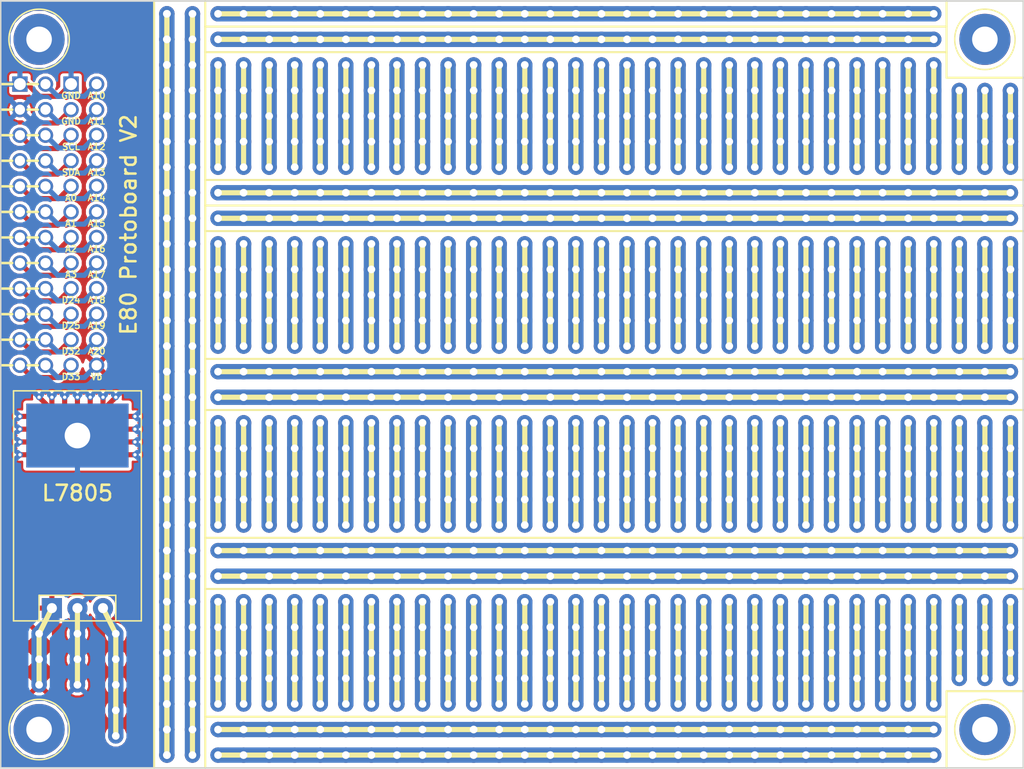
<source format=kicad_pcb>
(kicad_pcb (version 4) (host pcbnew 4.0.7)
  (layers (0 F.Cu signal hide) (31 B.Cu signal) (34 B.Paste user) (35 F.Paste user) (36 B.SilkS user) (37 F.SilkS user) (38 B.Mask user) (39 F.Mask user) (44 Edge.Cuts user))
  (net 0 "")
  (net 1 "Net-(J1-Pad3)")
  (net 2 GND)
  (net 3 "Net-(J1-Pad24)")
  (net 4 "Net-(J1-Pad22)")
  (net 5 "Net-(J1-Pad23)")
  (net 6 "Net-(J1-Pad4)")
  (net 7 "Net-(J1-Pad21)")
  (net 8 "Net-(J1-Pad20)")
  (net 9 "Net-(J1-Pad5)")
  (net 10 "Net-(J1-Pad9)")
  (net 11 "Net-(J1-Pad16)")
  (net 12 "Net-(J1-Pad17)")
  (net 13 "Net-(J1-Pad8)")
  (net 14 "Net-(J1-Pad6)")
  (net 15 "Net-(J1-Pad19)")
  (net 16 "Net-(J1-Pad18)")
  (net 17 "Net-(J1-Pad7)")
  (net 18 "Net-(J1-Pad10)")
  (net 19 "Net-(J1-Pad15)")
  (net 20 "Net-(J1-Pad11)")
  (net 21 "Net-(J1-Pad14)")
  (net 22 Vb)
  (net 23 "Net-(J1-Pad12)")
  (net 24 "Net-(U1-Pad3)")
  (module PTB_V2:Pad_30 (layer F.Cu) (at 115.57 74.93 270)
    (fp_text reference U3 hide)
    (fp_text value Row_30 hide)
    (pad 1 thru_hole circle (at 71.12 0 270) (size 1.524 1.524) (drill 0.762) (layers *.Cu *.Mask))
    (pad 1 thru_hole circle (at 73.66 0 270) (size 1.524 1.524) (drill 0.762) (layers *.Cu *.Mask))
    (pad 1 thru_hole circle (at 60.96 0 270) (size 1.524 1.524) (drill 0.762) (layers *.Cu *.Mask))
    (pad 1 thru_hole circle (at 63.5 0 270) (size 1.524 1.524) (drill 0.762) (layers *.Cu *.Mask))
    (pad 1 thru_hole circle (at 68.58 0 270) (size 1.524 1.524) (drill 0.762) (layers *.Cu *.Mask))
    (pad 1 thru_hole circle (at 66.04 0 270) (size 1.524 1.524) (drill 0.762) (layers *.Cu *.Mask))
    (pad 1 thru_hole circle (at 55.88 0 270) (size 1.524 1.524) (drill 0.762) (layers *.Cu *.Mask))
    (pad 1 thru_hole circle (at 58.42 0 270) (size 1.524 1.524) (drill 0.762) (layers *.Cu *.Mask))
    (pad 1 thru_hole circle (at 53.34 0 270) (size 1.524 1.524) (drill 0.762) (layers *.Cu *.Mask))
    (pad 1 thru_hole circle (at 50.8 0 270) (size 1.524 1.524) (drill 0.762) (layers *.Cu *.Mask))
    (pad 1 thru_hole circle (at 25.4 0 270) (size 1.524 1.524) (drill 0.762) (layers *.Cu *.Mask))
    (pad 1 thru_hole circle (at 27.94 0 270) (size 1.524 1.524) (drill 0.762) (layers *.Cu *.Mask))
    (pad 1 thru_hole circle (at 33.02 0 270) (size 1.524 1.524) (drill 0.762) (layers *.Cu *.Mask))
    (pad 1 thru_hole circle (at 30.48 0 270) (size 1.524 1.524) (drill 0.762) (layers *.Cu *.Mask))
    (pad 1 thru_hole circle (at 40.64 0 270) (size 1.524 1.524) (drill 0.762) (layers *.Cu *.Mask))
    (pad 1 thru_hole circle (at 43.18 0 270) (size 1.524 1.524) (drill 0.762) (layers *.Cu *.Mask))
    (pad 1 thru_hole circle (at 38.1 0 270) (size 1.524 1.524) (drill 0.762) (layers *.Cu *.Mask))
    (pad 1 thru_hole circle (at 35.56 0 270) (size 1.524 1.524) (drill 0.762) (layers *.Cu *.Mask))
    (pad 1 thru_hole circle (at 48.26 0 270) (size 1.524 1.524) (drill 0.762) (layers *.Cu *.Mask))
    (pad 1 thru_hole circle (at 45.72 0 270) (size 1.524 1.524) (drill 0.762) (layers *.Cu *.Mask))
    (pad 1 thru_hole circle (at 20.32 0 270) (size 1.524 1.524) (drill 0.762) (layers *.Cu *.Mask))
    (pad 1 thru_hole circle (at 22.86 0 270) (size 1.524 1.524) (drill 0.762) (layers *.Cu *.Mask))
    (pad 1 thru_hole circle (at 10.16 0 270) (size 1.524 1.524) (drill 0.762) (layers *.Cu *.Mask))
    (pad 1 thru_hole circle (at 12.7 0 270) (size 1.524 1.524) (drill 0.762) (layers *.Cu *.Mask))
    (pad 1 thru_hole circle (at 17.78 0 270) (size 1.524 1.524) (drill 0.762) (layers *.Cu *.Mask))
    (pad 1 thru_hole circle (at 15.24 0 270) (size 1.524 1.524) (drill 0.762) (layers *.Cu *.Mask))
    (pad 1 thru_hole circle (at 5.08 0 270) (size 1.524 1.524) (drill 0.762) (layers *.Cu *.Mask))
    (pad 1 thru_hole circle (at 7.62 0 270) (size 1.524 1.524) (drill 0.762) (layers *.Cu *.Mask))
    (pad 1 thru_hole circle (at 2.54 0 270) (size 1.524 1.524) (drill 0.762) (layers *.Cu *.Mask))
    (pad 1 thru_hole circle (at 0 0 270) (size 1.524 1.524) (drill 0.762) (layers *.Cu *.Mask))
  )
  (module PTB_V2:Mounting_Hole (layer F.Cu) (at 102.87 77.47)
    (fp_text reference H1 hide)
    (fp_text value MOUNTING_HOLE hide)
    (pad 1 thru_hole circle (at 0 0) (size 5.08 5.08) (drill 2.54) (layers *.Cu *.Mask))
  )
  (module PTB_V2:Mounting_Hole (layer F.Cu) (at 196.85 77.47)
    (fp_text reference H2 hide)
    (fp_text value MOUNTING_HOLE hide)
    (pad 1 thru_hole circle (at 0 0) (size 5.08 5.08) (drill 2.54) (layers *.Cu *.Mask))
  )
  (module PTB_V2:Mounting_Hole (layer F.Cu) (at 196.85 146.05)
    (fp_text reference H3 hide)
    (fp_text value MOUNTING_HOLE hide)
    (pad 1 thru_hole circle (at 0 0) (size 5.08 5.08) (drill 2.54) (layers *.Cu *.Mask))
  )
  (module PTB_V2:Mounting_Hole (layer F.Cu) (at 102.87 146.05)
    (fp_text reference H4 hide)
    (fp_text value MOUNTING_HOLE hide)
    (pad 1 thru_hole circle (at 0 0) (size 5.08 5.08) (drill 2.54) (layers *.Cu *.Mask))
  )
  (module PTB_V2:PTB_CONN (layer F.Cu) (at 103.505 81.915)
    (fp_text reference J1 hide)
    (fp_text value PTB_CONN hide)
    (fp_text user Vb (at 5.08 29.083) (layer F.SilkS) (effects (font (size 0.635 0.635) (thickness 0.127))))
    (fp_text user A20 (at 5.08 26.543) (layer F.SilkS) (effects (font (size 0.635 0.635) (thickness 0.127))))
    (fp_text user A19 (at 5.08 24.003) (layer F.SilkS) (effects (font (size 0.635 0.635) (thickness 0.127))))
    (fp_text user A17 (at 5.08 18.923) (layer F.SilkS) (effects (font (size 0.635 0.635) (thickness 0.127))))
    (fp_text user A18 (at 5.08 21.463) (layer F.SilkS) (effects (font (size 0.635 0.635) (thickness 0.127))))
    (fp_text user A16 (at 5.08 16.383) (layer F.SilkS) (effects (font (size 0.635 0.635) (thickness 0.127))))
    (fp_text user A15 (at 5.08 13.843) (layer F.SilkS) (effects (font (size 0.635 0.635) (thickness 0.127))))
    (fp_text user A14 (at 5.08 11.303) (layer F.SilkS) (effects (font (size 0.635 0.635) (thickness 0.127))))
    (fp_text user A13 (at 5.08 8.763) (layer F.SilkS) (effects (font (size 0.635 0.635) (thickness 0.127))))
    (fp_text user A12 (at 5.08 6.223) (layer F.SilkS) (effects (font (size 0.635 0.635) (thickness 0.127))))
    (fp_text user A11 (at 5.08 3.683) (layer F.SilkS) (effects (font (size 0.635 0.635) (thickness 0.127))))
    (fp_text user A10 (at 5.08 1.143) (layer F.SilkS) (effects (font (size 0.635 0.635) (thickness 0.127))))
    (fp_text user D33 (at 2.54 29.083) (layer F.SilkS) (effects (font (size 0.635 0.635) (thickness 0.127))))
    (fp_text user D32 (at 2.54 26.543) (layer F.SilkS) (effects (font (size 0.635 0.635) (thickness 0.127))))
    (fp_text user D25 (at 2.54 24.003) (layer F.SilkS) (effects (font (size 0.635 0.635) (thickness 0.127))))
    (fp_text user D24 (at 2.54 21.463) (layer F.SilkS) (effects (font (size 0.635 0.635) (thickness 0.127))))
    (fp_text user A3 (at 2.54 18.923) (layer F.SilkS) (effects (font (size 0.635 0.635) (thickness 0.127))))
    (fp_text user A2 (at 2.54 16.383) (layer F.SilkS) (effects (font (size 0.635 0.635) (thickness 0.127))))
    (fp_text user A1 (at 2.54 13.843) (layer F.SilkS) (effects (font (size 0.635 0.635) (thickness 0.127))))
    (fp_text user A0 (at 2.54 11.303) (layer F.SilkS) (effects (font (size 0.635 0.635) (thickness 0.127))))
    (fp_text user SDA (at 2.54 8.763) (layer F.SilkS) (effects (font (size 0.635 0.635) (thickness 0.127))))
    (fp_text user SCL (at 2.54 6.223) (layer F.SilkS) (effects (font (size 0.635 0.635) (thickness 0.127))))
    (fp_text user GND (at 2.54 3.683) (layer F.SilkS) (effects (font (size 0.635 0.635) (thickness 0.127))))
    (fp_text user GND (at 2.54 1.143) (layer F.SilkS) (effects (font (size 0.635 0.635) (thickness 0.127))))
    (pad 3 thru_hole circle (at 2.54 5.08) (size 1.524 1.524) (drill 1.016) (layers *.Cu *.Mask) (net 1 "Net-(J1-Pad3)"))
    (pad 1 thru_hole rect (at 2.54 0) (size 1.524 1.524) (drill 1.1938) (layers *.Cu *.Mask) (net 2 GND))
    (pad 24 thru_hole circle (at 5.08 0) (size 1.524 1.524) (drill 1.016) (layers *.Cu *.Mask) (net 3 "Net-(J1-Pad24)"))
    (pad 22 thru_hole circle (at 5.08 5.08) (size 1.524 1.524) (drill 1.016) (layers *.Cu *.Mask) (net 4 "Net-(J1-Pad22)"))
    (pad 23 thru_hole circle (at 5.08 2.54) (size 1.524 1.524) (drill 1.016) (layers *.Cu *.Mask) (net 5 "Net-(J1-Pad23)"))
    (pad 2 thru_hole circle (at 2.54 2.54) (size 1.524 1.524) (drill 1.016) (layers *.Cu *.Mask) (net 2 GND))
    (pad 4 thru_hole circle (at 2.54 7.62) (size 1.524 1.524) (drill 1.016) (layers *.Cu *.Mask) (net 6 "Net-(J1-Pad4)"))
    (pad 21 thru_hole circle (at 5.08 7.62) (size 1.524 1.524) (drill 1.016) (layers *.Cu *.Mask) (net 7 "Net-(J1-Pad21)"))
    (pad 20 thru_hole circle (at 5.08 10.16) (size 1.524 1.524) (drill 1.016) (layers *.Cu *.Mask) (net 8 "Net-(J1-Pad20)"))
    (pad 5 thru_hole circle (at 2.54 10.16) (size 1.524 1.524) (drill 1.016) (layers *.Cu *.Mask) (net 9 "Net-(J1-Pad5)"))
    (pad 9 thru_hole circle (at 2.54 20.32) (size 1.524 1.524) (drill 1.016) (layers *.Cu *.Mask) (net 10 "Net-(J1-Pad9)"))
    (pad 16 thru_hole circle (at 5.08 20.32) (size 1.524 1.524) (drill 1.016) (layers *.Cu *.Mask) (net 11 "Net-(J1-Pad16)"))
    (pad 17 thru_hole circle (at 5.08 17.78) (size 1.524 1.524) (drill 1.016) (layers *.Cu *.Mask) (net 12 "Net-(J1-Pad17)"))
    (pad 8 thru_hole circle (at 2.54 17.78) (size 1.524 1.524) (drill 1.016) (layers *.Cu *.Mask) (net 13 "Net-(J1-Pad8)"))
    (pad 6 thru_hole circle (at 2.54 12.7) (size 1.524 1.524) (drill 1.016) (layers *.Cu *.Mask) (net 14 "Net-(J1-Pad6)"))
    (pad 19 thru_hole circle (at 5.08 12.7) (size 1.524 1.524) (drill 1.016) (layers *.Cu *.Mask) (net 15 "Net-(J1-Pad19)"))
    (pad 18 thru_hole circle (at 5.08 15.24) (size 1.524 1.524) (drill 1.016) (layers *.Cu *.Mask) (net 16 "Net-(J1-Pad18)"))
    (pad 7 thru_hole circle (at 2.54 15.24) (size 1.524 1.524) (drill 1.016) (layers *.Cu *.Mask) (net 17 "Net-(J1-Pad7)"))
    (pad 10 thru_hole circle (at 2.54 22.86) (size 1.524 1.524) (drill 1.016) (layers *.Cu *.Mask) (net 18 "Net-(J1-Pad10)"))
    (pad 15 thru_hole circle (at 5.08 22.86) (size 1.524 1.524) (drill 1.016) (layers *.Cu *.Mask) (net 19 "Net-(J1-Pad15)"))
    (pad 11 thru_hole circle (at 2.54 25.4) (size 1.524 1.524) (drill 1.016) (layers *.Cu *.Mask) (net 20 "Net-(J1-Pad11)"))
    (pad 14 thru_hole circle (at 5.08 25.4) (size 1.524 1.524) (drill 1.016) (layers *.Cu *.Mask) (net 21 "Net-(J1-Pad14)"))
    (pad 13 thru_hole circle (at 5.08 27.94) (size 1.524 1.524) (drill 1.016) (layers *.Cu *.Mask) (net 22 Vb))
    (pad 12 thru_hole circle (at 2.54 27.94) (size 1.524 1.524) (drill 1.016) (layers *.Cu *.Mask) (net 23 "Net-(J1-Pad12)"))
    (pad 12 thru_hole circle (at -2.54 27.94) (size 1.524 1.524) (drill 1.016) (layers *.Cu *.Mask) (net 23 "Net-(J1-Pad12)"))
    (pad 13 thru_hole circle (at 0 27.94) (size 1.524 1.524) (drill 1.016) (layers *.Cu *.Mask) (net 22 Vb))
    (pad 14 thru_hole circle (at 0 25.4) (size 1.524 1.524) (drill 1.016) (layers *.Cu *.Mask) (net 21 "Net-(J1-Pad14)"))
    (pad 11 thru_hole circle (at -2.54 25.4) (size 1.524 1.524) (drill 1.016) (layers *.Cu *.Mask) (net 20 "Net-(J1-Pad11)"))
    (pad 15 thru_hole circle (at 0 22.86) (size 1.524 1.524) (drill 1.016) (layers *.Cu *.Mask) (net 19 "Net-(J1-Pad15)"))
    (pad 10 thru_hole circle (at -2.54 22.86) (size 1.524 1.524) (drill 1.016) (layers *.Cu *.Mask) (net 18 "Net-(J1-Pad10)"))
    (pad 7 thru_hole circle (at -2.54 15.24) (size 1.524 1.524) (drill 1.016) (layers *.Cu *.Mask) (net 17 "Net-(J1-Pad7)"))
    (pad 18 thru_hole circle (at 0 15.24) (size 1.524 1.524) (drill 1.016) (layers *.Cu *.Mask) (net 16 "Net-(J1-Pad18)"))
    (pad 19 thru_hole circle (at 0 12.7) (size 1.524 1.524) (drill 1.016) (layers *.Cu *.Mask) (net 15 "Net-(J1-Pad19)"))
    (pad 6 thru_hole circle (at -2.54 12.7) (size 1.524 1.524) (drill 1.016) (layers *.Cu *.Mask) (net 14 "Net-(J1-Pad6)"))
    (pad 8 thru_hole circle (at -2.54 17.78) (size 1.524 1.524) (drill 1.016) (layers *.Cu *.Mask) (net 13 "Net-(J1-Pad8)"))
    (pad 17 thru_hole circle (at 0 17.78) (size 1.524 1.524) (drill 1.016) (layers *.Cu *.Mask) (net 12 "Net-(J1-Pad17)"))
    (pad 16 thru_hole circle (at 0 20.32) (size 1.524 1.524) (drill 1.016) (layers *.Cu *.Mask) (net 11 "Net-(J1-Pad16)"))
    (pad 9 thru_hole circle (at -2.54 20.32) (size 1.524 1.524) (drill 1.016) (layers *.Cu *.Mask) (net 10 "Net-(J1-Pad9)"))
    (pad 5 thru_hole circle (at -2.54 10.16) (size 1.524 1.524) (drill 1.016) (layers *.Cu *.Mask) (net 9 "Net-(J1-Pad5)"))
    (pad 20 thru_hole circle (at 0 10.16) (size 1.524 1.524) (drill 1.016) (layers *.Cu *.Mask) (net 8 "Net-(J1-Pad20)"))
    (pad 21 thru_hole circle (at 0 7.62) (size 1.524 1.524) (drill 1.016) (layers *.Cu *.Mask) (net 7 "Net-(J1-Pad21)"))
    (pad 4 thru_hole circle (at -2.54 7.62) (size 1.524 1.524) (drill 1.016) (layers *.Cu *.Mask) (net 6 "Net-(J1-Pad4)"))
    (pad 2 thru_hole circle (at -2.54 2.54) (size 1.524 1.524) (drill 1.016) (layers *.Cu *.Mask) (net 2 GND))
    (pad 23 thru_hole circle (at 0 2.54) (size 1.524 1.524) (drill 1.016) (layers *.Cu *.Mask) (net 5 "Net-(J1-Pad23)"))
    (pad 22 thru_hole circle (at 0 5.08) (size 1.524 1.524) (drill 1.016) (layers *.Cu *.Mask) (net 4 "Net-(J1-Pad22)"))
    (pad 24 thru_hole circle (at 0 0) (size 1.524 1.524) (drill 1.016) (layers *.Cu *.Mask) (net 3 "Net-(J1-Pad24)"))
    (pad 1 thru_hole rect (at -2.54 0) (size 1.524 1.524) (drill 1.1938) (layers *.Cu *.Mask) (net 2 GND))
    (pad 3 thru_hole circle (at -2.54 5.08) (size 1.524 1.524) (drill 1.016) (layers *.Cu *.Mask) (net 1 "Net-(J1-Pad3)"))
  )
  (module PTB_V2:VREG (layer F.Cu) (at 106.68 133.985)
    (fp_text reference U1 hide)
    (fp_text value L7805 (at 0 -11.43) (layer F.SilkS) (effects (font (thickness 0.254))))
    (pad 3 thru_hole circle (at 3.81 12.7) (size 1.524 1.524) (drill 0.762) (layers *.Cu *.Mask) (net 24 "Net-(U1-Pad3)"))
    (pad 3 thru_hole circle (at 3.81 7.62) (size 1.524 1.524) (drill 0.762) (layers *.Cu *.Mask) (net 24 "Net-(U1-Pad3)"))
    (pad 3 thru_hole circle (at 3.81 10.16) (size 1.524 1.524) (drill 0.762) (layers *.Cu *.Mask) (net 24 "Net-(U1-Pad3)"))
    (pad 3 thru_hole circle (at 3.81 5.08) (size 1.524 1.524) (drill 0.762) (layers *.Cu *.Mask) (net 24 "Net-(U1-Pad3)"))
    (pad 2 thru_hole circle (at 0 7.62) (size 1.524 1.524) (drill 0.762) (layers *.Cu *.Mask) (net 2 GND))
    (pad 2 thru_hole circle (at 0 5.08) (size 1.524 1.524) (drill 0.762) (layers *.Cu *.Mask) (net 2 GND))
    (pad 1 thru_hole circle (at -3.81 7.62) (size 1.524 1.524) (drill 0.762) (layers *.Cu *.Mask) (net 22 Vb))
    (pad 1 thru_hole circle (at -3.81 5.08) (size 1.524 1.524) (drill 0.762) (layers *.Cu *.Mask) (net 22 Vb))
    (pad 1 thru_hole circle (at -3.81 2.54) (size 1.524 1.524) (drill 0.762) (layers *.Cu *.Mask) (net 22 Vb))
    (pad 3 thru_hole circle (at 3.81 2.54) (size 1.524 1.524) (drill 0.762) (layers *.Cu *.Mask) (net 24 "Net-(U1-Pad3)"))
    (pad 2 thru_hole circle (at 0 2.54) (size 1.524 1.524) (drill 0.762) (layers *.Cu *.Mask) (net 2 GND))
    (pad 2 thru_hole circle (at 3.81 -20.955) (size 0.6 0.6) (drill 0.33) (layers *.Cu *.Mask) (net 2 GND))
    (pad 2 thru_hole circle (at 2.54 -20.955) (size 0.6 0.6) (drill 0.33) (layers *.Cu *.Mask) (net 2 GND))
    (pad 2 thru_hole circle (at 1.27 -20.955) (size 0.6 0.6) (drill 0.33) (layers *.Cu *.Mask) (net 2 GND))
    (pad 2 thru_hole circle (at -3.81 -20.955) (size 0.6 0.6) (drill 0.33) (layers *.Cu *.Mask) (net 2 GND))
    (pad 2 thru_hole circle (at -2.54 -20.955) (size 0.6 0.6) (drill 0.33) (layers *.Cu *.Mask) (net 2 GND))
    (pad 2 thru_hole circle (at -1.27 -20.955) (size 0.6 0.6) (drill 0.33) (layers *.Cu *.Mask) (net 2 GND))
    (pad 2 thru_hole circle (at 0 -20.955) (size 0.6 0.6) (drill 0.33) (layers *.Cu *.Mask) (net 2 GND))
    (pad 2 thru_hole circle (at -5.715 -19.05) (size 0.6 0.6) (drill 0.33) (layers *.Cu *.Mask) (net 2 GND))
    (pad 2 thru_hole circle (at -5.715 -17.78) (size 0.6 0.6) (drill 0.33) (layers *.Cu *.Mask) (net 2 GND))
    (pad 2 thru_hole circle (at -5.715 -16.51) (size 0.6 0.6) (drill 0.33) (layers *.Cu *.Mask) (net 2 GND))
    (pad 2 thru_hole circle (at -5.715 -15.24) (size 0.6 0.6) (drill 0.33) (layers *.Cu *.Mask) (net 2 GND))
    (pad 2 thru_hole circle (at 5.715 -15.24) (size 0.6 0.6) (drill 0.33) (layers *.Cu *.Mask) (net 2 GND))
    (pad 2 thru_hole circle (at 5.715 -16.51) (size 0.6 0.6) (drill 0.33) (layers *.Cu *.Mask) (net 2 GND))
    (pad 2 thru_hole circle (at 5.715 -17.78) (size 0.6 0.6) (drill 0.33) (layers *.Cu *.Mask) (net 2 GND))
    (pad 2 thru_hole circle (at 5.715 -19.05) (size 0.6 0.6) (drill 0.33) (layers *.Cu *.Mask) (net 2 GND))
    (pad 1 thru_hole rect (at -2.54 0) (size 2 2) (drill 1) (layers *.Cu *.Mask) (net 22 Vb))
    (pad 2 thru_hole circle (at 0 0) (size 2 2) (drill 1) (layers *.Cu *.Mask) (net 2 GND))
    (pad 3 thru_hole circle (at 2.54 0) (size 2 2) (drill 1) (layers *.Cu *.Mask) (net 24 "Net-(U1-Pad3)"))
    (pad 2 thru_hole rect (at 0 -17.145) (size 10.16 6.35) (drill 2.54) (layers *.Cu *.Mask) (net 2 GND))
  )
  (module PTB_V2:Pad_30 (layer F.Cu) (at 118.11 74.93 270)
    (fp_text reference U2 hide)
    (fp_text value Row_30 hide)
    (pad 1 thru_hole circle (at 71.12 0 270) (size 1.524 1.524) (drill 0.762) (layers *.Cu *.Mask))
    (pad 1 thru_hole circle (at 73.66 0 270) (size 1.524 1.524) (drill 0.762) (layers *.Cu *.Mask))
    (pad 1 thru_hole circle (at 60.96 0 270) (size 1.524 1.524) (drill 0.762) (layers *.Cu *.Mask))
    (pad 1 thru_hole circle (at 63.5 0 270) (size 1.524 1.524) (drill 0.762) (layers *.Cu *.Mask))
    (pad 1 thru_hole circle (at 68.58 0 270) (size 1.524 1.524) (drill 0.762) (layers *.Cu *.Mask))
    (pad 1 thru_hole circle (at 66.04 0 270) (size 1.524 1.524) (drill 0.762) (layers *.Cu *.Mask))
    (pad 1 thru_hole circle (at 55.88 0 270) (size 1.524 1.524) (drill 0.762) (layers *.Cu *.Mask))
    (pad 1 thru_hole circle (at 58.42 0 270) (size 1.524 1.524) (drill 0.762) (layers *.Cu *.Mask))
    (pad 1 thru_hole circle (at 53.34 0 270) (size 1.524 1.524) (drill 0.762) (layers *.Cu *.Mask))
    (pad 1 thru_hole circle (at 50.8 0 270) (size 1.524 1.524) (drill 0.762) (layers *.Cu *.Mask))
    (pad 1 thru_hole circle (at 25.4 0 270) (size 1.524 1.524) (drill 0.762) (layers *.Cu *.Mask))
    (pad 1 thru_hole circle (at 27.94 0 270) (size 1.524 1.524) (drill 0.762) (layers *.Cu *.Mask))
    (pad 1 thru_hole circle (at 33.02 0 270) (size 1.524 1.524) (drill 0.762) (layers *.Cu *.Mask))
    (pad 1 thru_hole circle (at 30.48 0 270) (size 1.524 1.524) (drill 0.762) (layers *.Cu *.Mask))
    (pad 1 thru_hole circle (at 40.64 0 270) (size 1.524 1.524) (drill 0.762) (layers *.Cu *.Mask))
    (pad 1 thru_hole circle (at 43.18 0 270) (size 1.524 1.524) (drill 0.762) (layers *.Cu *.Mask))
    (pad 1 thru_hole circle (at 38.1 0 270) (size 1.524 1.524) (drill 0.762) (layers *.Cu *.Mask))
    (pad 1 thru_hole circle (at 35.56 0 270) (size 1.524 1.524) (drill 0.762) (layers *.Cu *.Mask))
    (pad 1 thru_hole circle (at 48.26 0 270) (size 1.524 1.524) (drill 0.762) (layers *.Cu *.Mask))
    (pad 1 thru_hole circle (at 45.72 0 270) (size 1.524 1.524) (drill 0.762) (layers *.Cu *.Mask))
    (pad 1 thru_hole circle (at 20.32 0 270) (size 1.524 1.524) (drill 0.762) (layers *.Cu *.Mask))
    (pad 1 thru_hole circle (at 22.86 0 270) (size 1.524 1.524) (drill 0.762) (layers *.Cu *.Mask))
    (pad 1 thru_hole circle (at 10.16 0 270) (size 1.524 1.524) (drill 0.762) (layers *.Cu *.Mask))
    (pad 1 thru_hole circle (at 12.7 0 270) (size 1.524 1.524) (drill 0.762) (layers *.Cu *.Mask))
    (pad 1 thru_hole circle (at 17.78 0 270) (size 1.524 1.524) (drill 0.762) (layers *.Cu *.Mask))
    (pad 1 thru_hole circle (at 15.24 0 270) (size 1.524 1.524) (drill 0.762) (layers *.Cu *.Mask))
    (pad 1 thru_hole circle (at 5.08 0 270) (size 1.524 1.524) (drill 0.762) (layers *.Cu *.Mask))
    (pad 1 thru_hole circle (at 7.62 0 270) (size 1.524 1.524) (drill 0.762) (layers *.Cu *.Mask))
    (pad 1 thru_hole circle (at 2.54 0 270) (size 1.524 1.524) (drill 0.762) (layers *.Cu *.Mask))
    (pad 1 thru_hole circle (at 0 0 270) (size 1.524 1.524) (drill 0.762) (layers *.Cu *.Mask))
  )
  (module PTB_V2:Pad_30 (layer F.Cu) (at 115.57 74.93 270)
    (fp_text reference U3 hide)
    (fp_text value Row_30 hide)
    (pad 1 thru_hole circle (at 71.12 0 270) (size 1.524 1.524) (drill 0.762) (layers *.Cu *.Mask))
    (pad 1 thru_hole circle (at 73.66 0 270) (size 1.524 1.524) (drill 0.762) (layers *.Cu *.Mask))
    (pad 1 thru_hole circle (at 60.96 0 270) (size 1.524 1.524) (drill 0.762) (layers *.Cu *.Mask))
    (pad 1 thru_hole circle (at 63.5 0 270) (size 1.524 1.524) (drill 0.762) (layers *.Cu *.Mask))
    (pad 1 thru_hole circle (at 68.58 0 270) (size 1.524 1.524) (drill 0.762) (layers *.Cu *.Mask))
    (pad 1 thru_hole circle (at 66.04 0 270) (size 1.524 1.524) (drill 0.762) (layers *.Cu *.Mask))
    (pad 1 thru_hole circle (at 55.88 0 270) (size 1.524 1.524) (drill 0.762) (layers *.Cu *.Mask))
    (pad 1 thru_hole circle (at 58.42 0 270) (size 1.524 1.524) (drill 0.762) (layers *.Cu *.Mask))
    (pad 1 thru_hole circle (at 53.34 0 270) (size 1.524 1.524) (drill 0.762) (layers *.Cu *.Mask))
    (pad 1 thru_hole circle (at 50.8 0 270) (size 1.524 1.524) (drill 0.762) (layers *.Cu *.Mask))
    (pad 1 thru_hole circle (at 25.4 0 270) (size 1.524 1.524) (drill 0.762) (layers *.Cu *.Mask))
    (pad 1 thru_hole circle (at 27.94 0 270) (size 1.524 1.524) (drill 0.762) (layers *.Cu *.Mask))
    (pad 1 thru_hole circle (at 33.02 0 270) (size 1.524 1.524) (drill 0.762) (layers *.Cu *.Mask))
    (pad 1 thru_hole circle (at 30.48 0 270) (size 1.524 1.524) (drill 0.762) (layers *.Cu *.Mask))
    (pad 1 thru_hole circle (at 40.64 0 270) (size 1.524 1.524) (drill 0.762) (layers *.Cu *.Mask))
    (pad 1 thru_hole circle (at 43.18 0 270) (size 1.524 1.524) (drill 0.762) (layers *.Cu *.Mask))
    (pad 1 thru_hole circle (at 38.1 0 270) (size 1.524 1.524) (drill 0.762) (layers *.Cu *.Mask))
    (pad 1 thru_hole circle (at 35.56 0 270) (size 1.524 1.524) (drill 0.762) (layers *.Cu *.Mask))
    (pad 1 thru_hole circle (at 48.26 0 270) (size 1.524 1.524) (drill 0.762) (layers *.Cu *.Mask))
    (pad 1 thru_hole circle (at 45.72 0 270) (size 1.524 1.524) (drill 0.762) (layers *.Cu *.Mask))
    (pad 1 thru_hole circle (at 20.32 0 270) (size 1.524 1.524) (drill 0.762) (layers *.Cu *.Mask))
    (pad 1 thru_hole circle (at 22.86 0 270) (size 1.524 1.524) (drill 0.762) (layers *.Cu *.Mask))
    (pad 1 thru_hole circle (at 10.16 0 270) (size 1.524 1.524) (drill 0.762) (layers *.Cu *.Mask))
    (pad 1 thru_hole circle (at 12.7 0 270) (size 1.524 1.524) (drill 0.762) (layers *.Cu *.Mask))
    (pad 1 thru_hole circle (at 17.78 0 270) (size 1.524 1.524) (drill 0.762) (layers *.Cu *.Mask))
    (pad 1 thru_hole circle (at 15.24 0 270) (size 1.524 1.524) (drill 0.762) (layers *.Cu *.Mask))
    (pad 1 thru_hole circle (at 5.08 0 270) (size 1.524 1.524) (drill 0.762) (layers *.Cu *.Mask))
    (pad 1 thru_hole circle (at 7.62 0 270) (size 1.524 1.524) (drill 0.762) (layers *.Cu *.Mask))
    (pad 1 thru_hole circle (at 2.54 0 270) (size 1.524 1.524) (drill 0.762) (layers *.Cu *.Mask))
    (pad 1 thru_hole circle (at 0 0 270) (size 1.524 1.524) (drill 0.762) (layers *.Cu *.Mask))
  )
  (module PTB_V2:Pad_29 (layer F.Cu) (at 120.65 148.59)
    (fp_text reference U4 hide)
    (fp_text value Row_29 hide)
    (pad 1 thru_hole circle (at 71.12 0) (size 1.524 1.524) (drill 0.762) (layers *.Cu *.Mask))
    (pad 1 thru_hole circle (at 60.96 0) (size 1.524 1.524) (drill 0.762) (layers *.Cu *.Mask))
    (pad 1 thru_hole circle (at 63.5 0) (size 1.524 1.524) (drill 0.762) (layers *.Cu *.Mask))
    (pad 1 thru_hole circle (at 68.58 0) (size 1.524 1.524) (drill 0.762) (layers *.Cu *.Mask))
    (pad 1 thru_hole circle (at 66.04 0) (size 1.524 1.524) (drill 0.762) (layers *.Cu *.Mask))
    (pad 1 thru_hole circle (at 55.88 0) (size 1.524 1.524) (drill 0.762) (layers *.Cu *.Mask))
    (pad 1 thru_hole circle (at 58.42 0) (size 1.524 1.524) (drill 0.762) (layers *.Cu *.Mask))
    (pad 1 thru_hole circle (at 53.34 0) (size 1.524 1.524) (drill 0.762) (layers *.Cu *.Mask))
    (pad 1 thru_hole circle (at 50.8 0) (size 1.524 1.524) (drill 0.762) (layers *.Cu *.Mask))
    (pad 1 thru_hole circle (at 25.4 0) (size 1.524 1.524) (drill 0.762) (layers *.Cu *.Mask))
    (pad 1 thru_hole circle (at 27.94 0) (size 1.524 1.524) (drill 0.762) (layers *.Cu *.Mask))
    (pad 1 thru_hole circle (at 33.02 0) (size 1.524 1.524) (drill 0.762) (layers *.Cu *.Mask))
    (pad 1 thru_hole circle (at 30.48 0) (size 1.524 1.524) (drill 0.762) (layers *.Cu *.Mask))
    (pad 1 thru_hole circle (at 40.64 0) (size 1.524 1.524) (drill 0.762) (layers *.Cu *.Mask))
    (pad 1 thru_hole circle (at 43.18 0) (size 1.524 1.524) (drill 0.762) (layers *.Cu *.Mask))
    (pad 1 thru_hole circle (at 38.1 0) (size 1.524 1.524) (drill 0.762) (layers *.Cu *.Mask))
    (pad 1 thru_hole circle (at 35.56 0) (size 1.524 1.524) (drill 0.762) (layers *.Cu *.Mask))
    (pad 1 thru_hole circle (at 48.26 0) (size 1.524 1.524) (drill 0.762) (layers *.Cu *.Mask))
    (pad 1 thru_hole circle (at 45.72 0) (size 1.524 1.524) (drill 0.762) (layers *.Cu *.Mask))
    (pad 1 thru_hole circle (at 20.32 0) (size 1.524 1.524) (drill 0.762) (layers *.Cu *.Mask))
    (pad 1 thru_hole circle (at 22.86 0) (size 1.524 1.524) (drill 0.762) (layers *.Cu *.Mask))
    (pad 1 thru_hole circle (at 10.16 0) (size 1.524 1.524) (drill 0.762) (layers *.Cu *.Mask))
    (pad 1 thru_hole circle (at 12.7 0) (size 1.524 1.524) (drill 0.762) (layers *.Cu *.Mask))
    (pad 1 thru_hole circle (at 17.78 0) (size 1.524 1.524) (drill 0.762) (layers *.Cu *.Mask))
    (pad 1 thru_hole circle (at 15.24 0) (size 1.524 1.524) (drill 0.762) (layers *.Cu *.Mask))
    (pad 1 thru_hole circle (at 5.08 0) (size 1.524 1.524) (drill 0.762) (layers *.Cu *.Mask))
    (pad 1 thru_hole circle (at 7.62 0) (size 1.524 1.524) (drill 0.762) (layers *.Cu *.Mask))
    (pad 1 thru_hole circle (at 2.54 0) (size 1.524 1.524) (drill 0.762) (layers *.Cu *.Mask))
    (pad 1 thru_hole circle (at 0 0) (size 1.524 1.524) (drill 0.762) (layers *.Cu *.Mask))
  )
  (module PTB_V2:Pad_29 (layer F.Cu) (at 120.65 77.47)
    (fp_text reference U5 hide)
    (fp_text value Row_29 hide)
    (pad 1 thru_hole circle (at 71.12 0) (size 1.524 1.524) (drill 0.762) (layers *.Cu *.Mask))
    (pad 1 thru_hole circle (at 60.96 0) (size 1.524 1.524) (drill 0.762) (layers *.Cu *.Mask))
    (pad 1 thru_hole circle (at 63.5 0) (size 1.524 1.524) (drill 0.762) (layers *.Cu *.Mask))
    (pad 1 thru_hole circle (at 68.58 0) (size 1.524 1.524) (drill 0.762) (layers *.Cu *.Mask))
    (pad 1 thru_hole circle (at 66.04 0) (size 1.524 1.524) (drill 0.762) (layers *.Cu *.Mask))
    (pad 1 thru_hole circle (at 55.88 0) (size 1.524 1.524) (drill 0.762) (layers *.Cu *.Mask))
    (pad 1 thru_hole circle (at 58.42 0) (size 1.524 1.524) (drill 0.762) (layers *.Cu *.Mask))
    (pad 1 thru_hole circle (at 53.34 0) (size 1.524 1.524) (drill 0.762) (layers *.Cu *.Mask))
    (pad 1 thru_hole circle (at 50.8 0) (size 1.524 1.524) (drill 0.762) (layers *.Cu *.Mask))
    (pad 1 thru_hole circle (at 25.4 0) (size 1.524 1.524) (drill 0.762) (layers *.Cu *.Mask))
    (pad 1 thru_hole circle (at 27.94 0) (size 1.524 1.524) (drill 0.762) (layers *.Cu *.Mask))
    (pad 1 thru_hole circle (at 33.02 0) (size 1.524 1.524) (drill 0.762) (layers *.Cu *.Mask))
    (pad 1 thru_hole circle (at 30.48 0) (size 1.524 1.524) (drill 0.762) (layers *.Cu *.Mask))
    (pad 1 thru_hole circle (at 40.64 0) (size 1.524 1.524) (drill 0.762) (layers *.Cu *.Mask))
    (pad 1 thru_hole circle (at 43.18 0) (size 1.524 1.524) (drill 0.762) (layers *.Cu *.Mask))
    (pad 1 thru_hole circle (at 38.1 0) (size 1.524 1.524) (drill 0.762) (layers *.Cu *.Mask))
    (pad 1 thru_hole circle (at 35.56 0) (size 1.524 1.524) (drill 0.762) (layers *.Cu *.Mask))
    (pad 1 thru_hole circle (at 48.26 0) (size 1.524 1.524) (drill 0.762) (layers *.Cu *.Mask))
    (pad 1 thru_hole circle (at 45.72 0) (size 1.524 1.524) (drill 0.762) (layers *.Cu *.Mask))
    (pad 1 thru_hole circle (at 20.32 0) (size 1.524 1.524) (drill 0.762) (layers *.Cu *.Mask))
    (pad 1 thru_hole circle (at 22.86 0) (size 1.524 1.524) (drill 0.762) (layers *.Cu *.Mask))
    (pad 1 thru_hole circle (at 10.16 0) (size 1.524 1.524) (drill 0.762) (layers *.Cu *.Mask))
    (pad 1 thru_hole circle (at 12.7 0) (size 1.524 1.524) (drill 0.762) (layers *.Cu *.Mask))
    (pad 1 thru_hole circle (at 17.78 0) (size 1.524 1.524) (drill 0.762) (layers *.Cu *.Mask))
    (pad 1 thru_hole circle (at 15.24 0) (size 1.524 1.524) (drill 0.762) (layers *.Cu *.Mask))
    (pad 1 thru_hole circle (at 5.08 0) (size 1.524 1.524) (drill 0.762) (layers *.Cu *.Mask))
    (pad 1 thru_hole circle (at 7.62 0) (size 1.524 1.524) (drill 0.762) (layers *.Cu *.Mask))
    (pad 1 thru_hole circle (at 2.54 0) (size 1.524 1.524) (drill 0.762) (layers *.Cu *.Mask))
    (pad 1 thru_hole circle (at 0 0) (size 1.524 1.524) (drill 0.762) (layers *.Cu *.Mask))
  )
  (module PTB_V2:Pad_5 (layer F.Cu) (at 123.19 115.57 270)
    (fp_text reference U6 hide)
    (fp_text value Row_5 hide)
    (pad 1 thru_hole circle (at 10.16 0 270) (size 1.524 1.524) (drill 0.762) (layers *.Cu *.Mask))
    (pad 1 thru_hole circle (at 5.08 0 270) (size 1.524 1.524) (drill 0.762) (layers *.Cu *.Mask))
    (pad 1 thru_hole circle (at 7.62 0 270) (size 1.524 1.524) (drill 0.762) (layers *.Cu *.Mask))
    (pad 1 thru_hole circle (at 2.54 0 270) (size 1.524 1.524) (drill 0.762) (layers *.Cu *.Mask))
    (pad 1 thru_hole circle (at 0 0 270) (size 1.524 1.524) (drill 0.762) (layers *.Cu *.Mask))
  )
  (module PTB_V2:Pad_5 (layer F.Cu) (at 133.35 80.01 270)
    (fp_text reference U7 hide)
    (fp_text value Row_5 hide)
    (pad 1 thru_hole circle (at 10.16 0 270) (size 1.524 1.524) (drill 0.762) (layers *.Cu *.Mask))
    (pad 1 thru_hole circle (at 5.08 0 270) (size 1.524 1.524) (drill 0.762) (layers *.Cu *.Mask))
    (pad 1 thru_hole circle (at 7.62 0 270) (size 1.524 1.524) (drill 0.762) (layers *.Cu *.Mask))
    (pad 1 thru_hole circle (at 2.54 0 270) (size 1.524 1.524) (drill 0.762) (layers *.Cu *.Mask))
    (pad 1 thru_hole circle (at 0 0 270) (size 1.524 1.524) (drill 0.762) (layers *.Cu *.Mask))
  )
  (module PTB_V2:Pad_5 (layer F.Cu) (at 148.59 80.01 270)
    (fp_text reference U8 hide)
    (fp_text value Row_5 hide)
    (pad 1 thru_hole circle (at 10.16 0 270) (size 1.524 1.524) (drill 0.762) (layers *.Cu *.Mask))
    (pad 1 thru_hole circle (at 5.08 0 270) (size 1.524 1.524) (drill 0.762) (layers *.Cu *.Mask))
    (pad 1 thru_hole circle (at 7.62 0 270) (size 1.524 1.524) (drill 0.762) (layers *.Cu *.Mask))
    (pad 1 thru_hole circle (at 2.54 0 270) (size 1.524 1.524) (drill 0.762) (layers *.Cu *.Mask))
    (pad 1 thru_hole circle (at 0 0 270) (size 1.524 1.524) (drill 0.762) (layers *.Cu *.Mask))
  )
  (module PTB_V2:Pad_5 (layer F.Cu) (at 130.81 80.01 270)
    (fp_text reference U9 hide)
    (fp_text value Row_5 hide)
    (pad 1 thru_hole circle (at 10.16 0 270) (size 1.524 1.524) (drill 0.762) (layers *.Cu *.Mask))
    (pad 1 thru_hole circle (at 5.08 0 270) (size 1.524 1.524) (drill 0.762) (layers *.Cu *.Mask))
    (pad 1 thru_hole circle (at 7.62 0 270) (size 1.524 1.524) (drill 0.762) (layers *.Cu *.Mask))
    (pad 1 thru_hole circle (at 2.54 0 270) (size 1.524 1.524) (drill 0.762) (layers *.Cu *.Mask))
    (pad 1 thru_hole circle (at 0 0 270) (size 1.524 1.524) (drill 0.762) (layers *.Cu *.Mask))
  )
  (module PTB_V2:Pad_5 (layer F.Cu) (at 146.05 80.01 270)
    (fp_text reference U10 hide)
    (fp_text value Row_5 hide)
    (pad 1 thru_hole circle (at 10.16 0 270) (size 1.524 1.524) (drill 0.762) (layers *.Cu *.Mask))
    (pad 1 thru_hole circle (at 5.08 0 270) (size 1.524 1.524) (drill 0.762) (layers *.Cu *.Mask))
    (pad 1 thru_hole circle (at 7.62 0 270) (size 1.524 1.524) (drill 0.762) (layers *.Cu *.Mask))
    (pad 1 thru_hole circle (at 2.54 0 270) (size 1.524 1.524) (drill 0.762) (layers *.Cu *.Mask))
    (pad 1 thru_hole circle (at 0 0 270) (size 1.524 1.524) (drill 0.762) (layers *.Cu *.Mask))
  )
  (module PTB_V2:Pad_5 (layer F.Cu) (at 128.27 80.01 270)
    (fp_text reference U11 hide)
    (fp_text value Row_5 hide)
    (pad 1 thru_hole circle (at 10.16 0 270) (size 1.524 1.524) (drill 0.762) (layers *.Cu *.Mask))
    (pad 1 thru_hole circle (at 5.08 0 270) (size 1.524 1.524) (drill 0.762) (layers *.Cu *.Mask))
    (pad 1 thru_hole circle (at 7.62 0 270) (size 1.524 1.524) (drill 0.762) (layers *.Cu *.Mask))
    (pad 1 thru_hole circle (at 2.54 0 270) (size 1.524 1.524) (drill 0.762) (layers *.Cu *.Mask))
    (pad 1 thru_hole circle (at 0 0 270) (size 1.524 1.524) (drill 0.762) (layers *.Cu *.Mask))
  )
  (module PTB_V2:Pad_5 (layer F.Cu) (at 125.73 80.01 270)
    (fp_text reference U12 hide)
    (fp_text value Row_5 hide)
    (pad 1 thru_hole circle (at 10.16 0 270) (size 1.524 1.524) (drill 0.762) (layers *.Cu *.Mask))
    (pad 1 thru_hole circle (at 5.08 0 270) (size 1.524 1.524) (drill 0.762) (layers *.Cu *.Mask))
    (pad 1 thru_hole circle (at 7.62 0 270) (size 1.524 1.524) (drill 0.762) (layers *.Cu *.Mask))
    (pad 1 thru_hole circle (at 2.54 0 270) (size 1.524 1.524) (drill 0.762) (layers *.Cu *.Mask))
    (pad 1 thru_hole circle (at 0 0 270) (size 1.524 1.524) (drill 0.762) (layers *.Cu *.Mask))
  )
  (module PTB_V2:Pad_5 (layer F.Cu) (at 130.81 115.57 270)
    (fp_text reference U13 hide)
    (fp_text value Row_5 hide)
    (pad 1 thru_hole circle (at 10.16 0 270) (size 1.524 1.524) (drill 0.762) (layers *.Cu *.Mask))
    (pad 1 thru_hole circle (at 5.08 0 270) (size 1.524 1.524) (drill 0.762) (layers *.Cu *.Mask))
    (pad 1 thru_hole circle (at 7.62 0 270) (size 1.524 1.524) (drill 0.762) (layers *.Cu *.Mask))
    (pad 1 thru_hole circle (at 2.54 0 270) (size 1.524 1.524) (drill 0.762) (layers *.Cu *.Mask))
    (pad 1 thru_hole circle (at 0 0 270) (size 1.524 1.524) (drill 0.762) (layers *.Cu *.Mask))
  )
  (module PTB_V2:Pad_5 (layer F.Cu) (at 143.51 80.01 270)
    (fp_text reference U14 hide)
    (fp_text value Row_5 hide)
    (pad 1 thru_hole circle (at 10.16 0 270) (size 1.524 1.524) (drill 0.762) (layers *.Cu *.Mask))
    (pad 1 thru_hole circle (at 5.08 0 270) (size 1.524 1.524) (drill 0.762) (layers *.Cu *.Mask))
    (pad 1 thru_hole circle (at 7.62 0 270) (size 1.524 1.524) (drill 0.762) (layers *.Cu *.Mask))
    (pad 1 thru_hole circle (at 2.54 0 270) (size 1.524 1.524) (drill 0.762) (layers *.Cu *.Mask))
    (pad 1 thru_hole circle (at 0 0 270) (size 1.524 1.524) (drill 0.762) (layers *.Cu *.Mask))
  )
  (module PTB_V2:Pad_5 (layer F.Cu) (at 123.19 80.01 270)
    (fp_text reference U15 hide)
    (fp_text value Row_5 hide)
    (pad 1 thru_hole circle (at 10.16 0 270) (size 1.524 1.524) (drill 0.762) (layers *.Cu *.Mask))
    (pad 1 thru_hole circle (at 5.08 0 270) (size 1.524 1.524) (drill 0.762) (layers *.Cu *.Mask))
    (pad 1 thru_hole circle (at 7.62 0 270) (size 1.524 1.524) (drill 0.762) (layers *.Cu *.Mask))
    (pad 1 thru_hole circle (at 2.54 0 270) (size 1.524 1.524) (drill 0.762) (layers *.Cu *.Mask))
    (pad 1 thru_hole circle (at 0 0 270) (size 1.524 1.524) (drill 0.762) (layers *.Cu *.Mask))
  )
  (module PTB_V2:Pad_5 (layer F.Cu) (at 163.83 80.01 270)
    (fp_text reference U16 hide)
    (fp_text value Row_5 hide)
    (pad 1 thru_hole circle (at 10.16 0 270) (size 1.524 1.524) (drill 0.762) (layers *.Cu *.Mask))
    (pad 1 thru_hole circle (at 5.08 0 270) (size 1.524 1.524) (drill 0.762) (layers *.Cu *.Mask))
    (pad 1 thru_hole circle (at 7.62 0 270) (size 1.524 1.524) (drill 0.762) (layers *.Cu *.Mask))
    (pad 1 thru_hole circle (at 2.54 0 270) (size 1.524 1.524) (drill 0.762) (layers *.Cu *.Mask))
    (pad 1 thru_hole circle (at 0 0 270) (size 1.524 1.524) (drill 0.762) (layers *.Cu *.Mask))
  )
  (module PTB_V2:Pad_5 (layer F.Cu) (at 120.65 80.01 270)
    (fp_text reference U17 hide)
    (fp_text value Row_5 hide)
    (pad 1 thru_hole circle (at 10.16 0 270) (size 1.524 1.524) (drill 0.762) (layers *.Cu *.Mask))
    (pad 1 thru_hole circle (at 5.08 0 270) (size 1.524 1.524) (drill 0.762) (layers *.Cu *.Mask))
    (pad 1 thru_hole circle (at 7.62 0 270) (size 1.524 1.524) (drill 0.762) (layers *.Cu *.Mask))
    (pad 1 thru_hole circle (at 2.54 0 270) (size 1.524 1.524) (drill 0.762) (layers *.Cu *.Mask))
    (pad 1 thru_hole circle (at 0 0 270) (size 1.524 1.524) (drill 0.762) (layers *.Cu *.Mask))
  )
  (module PTB_V2:Pad_5 (layer F.Cu) (at 140.97 80.01 270)
    (fp_text reference U18 hide)
    (fp_text value Row_5 hide)
    (pad 1 thru_hole circle (at 10.16 0 270) (size 1.524 1.524) (drill 0.762) (layers *.Cu *.Mask))
    (pad 1 thru_hole circle (at 5.08 0 270) (size 1.524 1.524) (drill 0.762) (layers *.Cu *.Mask))
    (pad 1 thru_hole circle (at 7.62 0 270) (size 1.524 1.524) (drill 0.762) (layers *.Cu *.Mask))
    (pad 1 thru_hole circle (at 2.54 0 270) (size 1.524 1.524) (drill 0.762) (layers *.Cu *.Mask))
    (pad 1 thru_hole circle (at 0 0 270) (size 1.524 1.524) (drill 0.762) (layers *.Cu *.Mask))
  )
  (module PTB_V2:Pad_5 (layer F.Cu) (at 189.23 80.01 270)
    (fp_text reference U19 hide)
    (fp_text value Row_5 hide)
    (pad 1 thru_hole circle (at 10.16 0 270) (size 1.524 1.524) (drill 0.762) (layers *.Cu *.Mask))
    (pad 1 thru_hole circle (at 5.08 0 270) (size 1.524 1.524) (drill 0.762) (layers *.Cu *.Mask))
    (pad 1 thru_hole circle (at 7.62 0 270) (size 1.524 1.524) (drill 0.762) (layers *.Cu *.Mask))
    (pad 1 thru_hole circle (at 2.54 0 270) (size 1.524 1.524) (drill 0.762) (layers *.Cu *.Mask))
    (pad 1 thru_hole circle (at 0 0 270) (size 1.524 1.524) (drill 0.762) (layers *.Cu *.Mask))
  )
  (module PTB_V2:Pad_5 (layer F.Cu) (at 156.21 97.79 270)
    (fp_text reference U20 hide)
    (fp_text value Row_5 hide)
    (pad 1 thru_hole circle (at 10.16 0 270) (size 1.524 1.524) (drill 0.762) (layers *.Cu *.Mask))
    (pad 1 thru_hole circle (at 5.08 0 270) (size 1.524 1.524) (drill 0.762) (layers *.Cu *.Mask))
    (pad 1 thru_hole circle (at 7.62 0 270) (size 1.524 1.524) (drill 0.762) (layers *.Cu *.Mask))
    (pad 1 thru_hole circle (at 2.54 0 270) (size 1.524 1.524) (drill 0.762) (layers *.Cu *.Mask))
    (pad 1 thru_hole circle (at 0 0 270) (size 1.524 1.524) (drill 0.762) (layers *.Cu *.Mask))
  )
  (module PTB_V2:Pad_5 (layer F.Cu) (at 138.43 133.35 270)
    (fp_text reference U21 hide)
    (fp_text value Row_5 hide)
    (pad 1 thru_hole circle (at 10.16 0 270) (size 1.524 1.524) (drill 0.762) (layers *.Cu *.Mask))
    (pad 1 thru_hole circle (at 5.08 0 270) (size 1.524 1.524) (drill 0.762) (layers *.Cu *.Mask))
    (pad 1 thru_hole circle (at 7.62 0 270) (size 1.524 1.524) (drill 0.762) (layers *.Cu *.Mask))
    (pad 1 thru_hole circle (at 2.54 0 270) (size 1.524 1.524) (drill 0.762) (layers *.Cu *.Mask))
    (pad 1 thru_hole circle (at 0 0 270) (size 1.524 1.524) (drill 0.762) (layers *.Cu *.Mask))
  )
  (module PTB_V2:Pad_5 (layer F.Cu) (at 161.29 115.57 270)
    (fp_text reference U22 hide)
    (fp_text value Row_5 hide)
    (pad 1 thru_hole circle (at 10.16 0 270) (size 1.524 1.524) (drill 0.762) (layers *.Cu *.Mask))
    (pad 1 thru_hole circle (at 5.08 0 270) (size 1.524 1.524) (drill 0.762) (layers *.Cu *.Mask))
    (pad 1 thru_hole circle (at 7.62 0 270) (size 1.524 1.524) (drill 0.762) (layers *.Cu *.Mask))
    (pad 1 thru_hole circle (at 2.54 0 270) (size 1.524 1.524) (drill 0.762) (layers *.Cu *.Mask))
    (pad 1 thru_hole circle (at 0 0 270) (size 1.524 1.524) (drill 0.762) (layers *.Cu *.Mask))
  )
  (module PTB_V2:Pad_5 (layer F.Cu) (at 166.37 115.57 270)
    (fp_text reference U23 hide)
    (fp_text value Row_5 hide)
    (pad 1 thru_hole circle (at 10.16 0 270) (size 1.524 1.524) (drill 0.762) (layers *.Cu *.Mask))
    (pad 1 thru_hole circle (at 5.08 0 270) (size 1.524 1.524) (drill 0.762) (layers *.Cu *.Mask))
    (pad 1 thru_hole circle (at 7.62 0 270) (size 1.524 1.524) (drill 0.762) (layers *.Cu *.Mask))
    (pad 1 thru_hole circle (at 2.54 0 270) (size 1.524 1.524) (drill 0.762) (layers *.Cu *.Mask))
    (pad 1 thru_hole circle (at 0 0 270) (size 1.524 1.524) (drill 0.762) (layers *.Cu *.Mask))
  )
  (module PTB_V2:Pad_5 (layer F.Cu) (at 153.67 80.01 270)
    (fp_text reference U24 hide)
    (fp_text value Row_5 hide)
    (pad 1 thru_hole circle (at 10.16 0 270) (size 1.524 1.524) (drill 0.762) (layers *.Cu *.Mask))
    (pad 1 thru_hole circle (at 5.08 0 270) (size 1.524 1.524) (drill 0.762) (layers *.Cu *.Mask))
    (pad 1 thru_hole circle (at 7.62 0 270) (size 1.524 1.524) (drill 0.762) (layers *.Cu *.Mask))
    (pad 1 thru_hole circle (at 2.54 0 270) (size 1.524 1.524) (drill 0.762) (layers *.Cu *.Mask))
    (pad 1 thru_hole circle (at 0 0 270) (size 1.524 1.524) (drill 0.762) (layers *.Cu *.Mask))
  )
  (module PTB_V2:Pad_5 (layer F.Cu) (at 156.21 80.01 270)
    (fp_text reference U25 hide)
    (fp_text value Row_5 hide)
    (pad 1 thru_hole circle (at 10.16 0 270) (size 1.524 1.524) (drill 0.762) (layers *.Cu *.Mask))
    (pad 1 thru_hole circle (at 5.08 0 270) (size 1.524 1.524) (drill 0.762) (layers *.Cu *.Mask))
    (pad 1 thru_hole circle (at 7.62 0 270) (size 1.524 1.524) (drill 0.762) (layers *.Cu *.Mask))
    (pad 1 thru_hole circle (at 2.54 0 270) (size 1.524 1.524) (drill 0.762) (layers *.Cu *.Mask))
    (pad 1 thru_hole circle (at 0 0 270) (size 1.524 1.524) (drill 0.762) (layers *.Cu *.Mask))
  )
  (module PTB_V2:Pad_5 (layer F.Cu) (at 173.99 80.01 270)
    (fp_text reference U26 hide)
    (fp_text value Row_5 hide)
    (pad 1 thru_hole circle (at 10.16 0 270) (size 1.524 1.524) (drill 0.762) (layers *.Cu *.Mask))
    (pad 1 thru_hole circle (at 5.08 0 270) (size 1.524 1.524) (drill 0.762) (layers *.Cu *.Mask))
    (pad 1 thru_hole circle (at 7.62 0 270) (size 1.524 1.524) (drill 0.762) (layers *.Cu *.Mask))
    (pad 1 thru_hole circle (at 2.54 0 270) (size 1.524 1.524) (drill 0.762) (layers *.Cu *.Mask))
    (pad 1 thru_hole circle (at 0 0 270) (size 1.524 1.524) (drill 0.762) (layers *.Cu *.Mask))
  )
  (module PTB_V2:Pad_5 (layer F.Cu) (at 176.53 80.01 270)
    (fp_text reference U27 hide)
    (fp_text value Row_5 hide)
    (pad 1 thru_hole circle (at 10.16 0 270) (size 1.524 1.524) (drill 0.762) (layers *.Cu *.Mask))
    (pad 1 thru_hole circle (at 5.08 0 270) (size 1.524 1.524) (drill 0.762) (layers *.Cu *.Mask))
    (pad 1 thru_hole circle (at 7.62 0 270) (size 1.524 1.524) (drill 0.762) (layers *.Cu *.Mask))
    (pad 1 thru_hole circle (at 2.54 0 270) (size 1.524 1.524) (drill 0.762) (layers *.Cu *.Mask))
    (pad 1 thru_hole circle (at 0 0 270) (size 1.524 1.524) (drill 0.762) (layers *.Cu *.Mask))
  )
  (module PTB_V2:Pad_5 (layer F.Cu) (at 199.39 97.79 270)
    (fp_text reference U28 hide)
    (fp_text value Row_5 hide)
    (pad 1 thru_hole circle (at 10.16 0 270) (size 1.524 1.524) (drill 0.762) (layers *.Cu *.Mask))
    (pad 1 thru_hole circle (at 5.08 0 270) (size 1.524 1.524) (drill 0.762) (layers *.Cu *.Mask))
    (pad 1 thru_hole circle (at 7.62 0 270) (size 1.524 1.524) (drill 0.762) (layers *.Cu *.Mask))
    (pad 1 thru_hole circle (at 2.54 0 270) (size 1.524 1.524) (drill 0.762) (layers *.Cu *.Mask))
    (pad 1 thru_hole circle (at 0 0 270) (size 1.524 1.524) (drill 0.762) (layers *.Cu *.Mask))
  )
  (module PTB_V2:Pad_5 (layer F.Cu) (at 151.13 97.79 270)
    (fp_text reference U29 hide)
    (fp_text value Row_5 hide)
    (pad 1 thru_hole circle (at 10.16 0 270) (size 1.524 1.524) (drill 0.762) (layers *.Cu *.Mask))
    (pad 1 thru_hole circle (at 5.08 0 270) (size 1.524 1.524) (drill 0.762) (layers *.Cu *.Mask))
    (pad 1 thru_hole circle (at 7.62 0 270) (size 1.524 1.524) (drill 0.762) (layers *.Cu *.Mask))
    (pad 1 thru_hole circle (at 2.54 0 270) (size 1.524 1.524) (drill 0.762) (layers *.Cu *.Mask))
    (pad 1 thru_hole circle (at 0 0 270) (size 1.524 1.524) (drill 0.762) (layers *.Cu *.Mask))
  )
  (module PTB_V2:Pad_5 (layer F.Cu) (at 179.07 80.01 270)
    (fp_text reference U30 hide)
    (fp_text value Row_5 hide)
    (pad 1 thru_hole circle (at 10.16 0 270) (size 1.524 1.524) (drill 0.762) (layers *.Cu *.Mask))
    (pad 1 thru_hole circle (at 5.08 0 270) (size 1.524 1.524) (drill 0.762) (layers *.Cu *.Mask))
    (pad 1 thru_hole circle (at 7.62 0 270) (size 1.524 1.524) (drill 0.762) (layers *.Cu *.Mask))
    (pad 1 thru_hole circle (at 2.54 0 270) (size 1.524 1.524) (drill 0.762) (layers *.Cu *.Mask))
    (pad 1 thru_hole circle (at 0 0 270) (size 1.524 1.524) (drill 0.762) (layers *.Cu *.Mask))
  )
  (module PTB_V2:Pad_5 (layer F.Cu) (at 158.75 80.01 270)
    (fp_text reference U31 hide)
    (fp_text value Row_5 hide)
    (pad 1 thru_hole circle (at 10.16 0 270) (size 1.524 1.524) (drill 0.762) (layers *.Cu *.Mask))
    (pad 1 thru_hole circle (at 5.08 0 270) (size 1.524 1.524) (drill 0.762) (layers *.Cu *.Mask))
    (pad 1 thru_hole circle (at 7.62 0 270) (size 1.524 1.524) (drill 0.762) (layers *.Cu *.Mask))
    (pad 1 thru_hole circle (at 2.54 0 270) (size 1.524 1.524) (drill 0.762) (layers *.Cu *.Mask))
    (pad 1 thru_hole circle (at 0 0 270) (size 1.524 1.524) (drill 0.762) (layers *.Cu *.Mask))
  )
  (module PTB_V2:Pad_5 (layer F.Cu) (at 135.89 80.01 270)
    (fp_text reference U32 hide)
    (fp_text value Row_5 hide)
    (pad 1 thru_hole circle (at 10.16 0 270) (size 1.524 1.524) (drill 0.762) (layers *.Cu *.Mask))
    (pad 1 thru_hole circle (at 5.08 0 270) (size 1.524 1.524) (drill 0.762) (layers *.Cu *.Mask))
    (pad 1 thru_hole circle (at 7.62 0 270) (size 1.524 1.524) (drill 0.762) (layers *.Cu *.Mask))
    (pad 1 thru_hole circle (at 2.54 0 270) (size 1.524 1.524) (drill 0.762) (layers *.Cu *.Mask))
    (pad 1 thru_hole circle (at 0 0 270) (size 1.524 1.524) (drill 0.762) (layers *.Cu *.Mask))
  )
  (module PTB_V2:Pad_5 (layer F.Cu) (at 138.43 80.01 270)
    (fp_text reference U33 hide)
    (fp_text value Row_5 hide)
    (pad 1 thru_hole circle (at 10.16 0 270) (size 1.524 1.524) (drill 0.762) (layers *.Cu *.Mask))
    (pad 1 thru_hole circle (at 5.08 0 270) (size 1.524 1.524) (drill 0.762) (layers *.Cu *.Mask))
    (pad 1 thru_hole circle (at 7.62 0 270) (size 1.524 1.524) (drill 0.762) (layers *.Cu *.Mask))
    (pad 1 thru_hole circle (at 2.54 0 270) (size 1.524 1.524) (drill 0.762) (layers *.Cu *.Mask))
    (pad 1 thru_hole circle (at 0 0 270) (size 1.524 1.524) (drill 0.762) (layers *.Cu *.Mask))
  )
  (module PTB_V2:Pad_5 (layer F.Cu) (at 161.29 80.01 270)
    (fp_text reference U34 hide)
    (fp_text value Row_5 hide)
    (pad 1 thru_hole circle (at 10.16 0 270) (size 1.524 1.524) (drill 0.762) (layers *.Cu *.Mask))
    (pad 1 thru_hole circle (at 5.08 0 270) (size 1.524 1.524) (drill 0.762) (layers *.Cu *.Mask))
    (pad 1 thru_hole circle (at 7.62 0 270) (size 1.524 1.524) (drill 0.762) (layers *.Cu *.Mask))
    (pad 1 thru_hole circle (at 2.54 0 270) (size 1.524 1.524) (drill 0.762) (layers *.Cu *.Mask))
    (pad 1 thru_hole circle (at 0 0 270) (size 1.524 1.524) (drill 0.762) (layers *.Cu *.Mask))
  )
  (module PTB_V2:Pad_4 (layer F.Cu) (at 194.31 82.55 270)
    (fp_text reference U35 hide)
    (fp_text value Row_4 hide)
    (pad 1 thru_hole circle (at 5.08 0 270) (size 1.524 1.524) (drill 0.762) (layers *.Cu *.Mask))
    (pad 1 thru_hole circle (at 7.62 0 270) (size 1.524 1.524) (drill 0.762) (layers *.Cu *.Mask))
    (pad 1 thru_hole circle (at 2.54 0 270) (size 1.524 1.524) (drill 0.762) (layers *.Cu *.Mask))
    (pad 1 thru_hole circle (at 0 0 270) (size 1.524 1.524) (drill 0.762) (layers *.Cu *.Mask))
  )
  (module PTB_V2:Pad_4 (layer F.Cu) (at 196.85 82.55 270)
    (fp_text reference U36 hide)
    (fp_text value Row_4 hide)
    (pad 1 thru_hole circle (at 5.08 0 270) (size 1.524 1.524) (drill 0.762) (layers *.Cu *.Mask))
    (pad 1 thru_hole circle (at 7.62 0 270) (size 1.524 1.524) (drill 0.762) (layers *.Cu *.Mask))
    (pad 1 thru_hole circle (at 2.54 0 270) (size 1.524 1.524) (drill 0.762) (layers *.Cu *.Mask))
    (pad 1 thru_hole circle (at 0 0 270) (size 1.524 1.524) (drill 0.762) (layers *.Cu *.Mask))
  )
  (module PTB_V2:Pad_4 (layer F.Cu) (at 199.39 82.55 270)
    (fp_text reference U37 hide)
    (fp_text value Row_4 hide)
    (pad 1 thru_hole circle (at 5.08 0 270) (size 1.524 1.524) (drill 0.762) (layers *.Cu *.Mask))
    (pad 1 thru_hole circle (at 7.62 0 270) (size 1.524 1.524) (drill 0.762) (layers *.Cu *.Mask))
    (pad 1 thru_hole circle (at 2.54 0 270) (size 1.524 1.524) (drill 0.762) (layers *.Cu *.Mask))
    (pad 1 thru_hole circle (at 0 0 270) (size 1.524 1.524) (drill 0.762) (layers *.Cu *.Mask))
  )
  (module PTB_V2:Pad_32 (layer F.Cu) (at 120.65 110.49)
    (fp_text reference U38 hide)
    (fp_text value Row_32 hide)
    (pad 1 thru_hole circle (at 78.74 0) (size 1.524 1.524) (drill 0.762) (layers *.Cu *.Mask))
    (pad 1 thru_hole circle (at 76.2 0) (size 1.524 1.524) (drill 0.762) (layers *.Cu *.Mask))
    (pad 1 thru_hole circle (at 71.12 0) (size 1.524 1.524) (drill 0.762) (layers *.Cu *.Mask))
    (pad 1 thru_hole circle (at 73.66 0) (size 1.524 1.524) (drill 0.762) (layers *.Cu *.Mask))
    (pad 1 thru_hole circle (at 60.96 0) (size 1.524 1.524) (drill 0.762) (layers *.Cu *.Mask))
    (pad 1 thru_hole circle (at 63.5 0) (size 1.524 1.524) (drill 0.762) (layers *.Cu *.Mask))
    (pad 1 thru_hole circle (at 68.58 0) (size 1.524 1.524) (drill 0.762) (layers *.Cu *.Mask))
    (pad 1 thru_hole circle (at 66.04 0) (size 1.524 1.524) (drill 0.762) (layers *.Cu *.Mask))
    (pad 1 thru_hole circle (at 55.88 0) (size 1.524 1.524) (drill 0.762) (layers *.Cu *.Mask))
    (pad 1 thru_hole circle (at 58.42 0) (size 1.524 1.524) (drill 0.762) (layers *.Cu *.Mask))
    (pad 1 thru_hole circle (at 53.34 0) (size 1.524 1.524) (drill 0.762) (layers *.Cu *.Mask))
    (pad 1 thru_hole circle (at 50.8 0) (size 1.524 1.524) (drill 0.762) (layers *.Cu *.Mask))
    (pad 1 thru_hole circle (at 25.4 0) (size 1.524 1.524) (drill 0.762) (layers *.Cu *.Mask))
    (pad 1 thru_hole circle (at 27.94 0) (size 1.524 1.524) (drill 0.762) (layers *.Cu *.Mask))
    (pad 1 thru_hole circle (at 33.02 0) (size 1.524 1.524) (drill 0.762) (layers *.Cu *.Mask))
    (pad 1 thru_hole circle (at 30.48 0) (size 1.524 1.524) (drill 0.762) (layers *.Cu *.Mask))
    (pad 1 thru_hole circle (at 40.64 0) (size 1.524 1.524) (drill 0.762) (layers *.Cu *.Mask))
    (pad 1 thru_hole circle (at 43.18 0) (size 1.524 1.524) (drill 0.762) (layers *.Cu *.Mask))
    (pad 1 thru_hole circle (at 38.1 0) (size 1.524 1.524) (drill 0.762) (layers *.Cu *.Mask))
    (pad 1 thru_hole circle (at 35.56 0) (size 1.524 1.524) (drill 0.762) (layers *.Cu *.Mask))
    (pad 1 thru_hole circle (at 48.26 0) (size 1.524 1.524) (drill 0.762) (layers *.Cu *.Mask))
    (pad 1 thru_hole circle (at 45.72 0) (size 1.524 1.524) (drill 0.762) (layers *.Cu *.Mask))
    (pad 1 thru_hole circle (at 20.32 0) (size 1.524 1.524) (drill 0.762) (layers *.Cu *.Mask))
    (pad 1 thru_hole circle (at 22.86 0) (size 1.524 1.524) (drill 0.762) (layers *.Cu *.Mask))
    (pad 1 thru_hole circle (at 10.16 0) (size 1.524 1.524) (drill 0.762) (layers *.Cu *.Mask))
    (pad 1 thru_hole circle (at 12.7 0) (size 1.524 1.524) (drill 0.762) (layers *.Cu *.Mask))
    (pad 1 thru_hole circle (at 17.78 0) (size 1.524 1.524) (drill 0.762) (layers *.Cu *.Mask))
    (pad 1 thru_hole circle (at 15.24 0) (size 1.524 1.524) (drill 0.762) (layers *.Cu *.Mask))
    (pad 1 thru_hole circle (at 5.08 0) (size 1.524 1.524) (drill 0.762) (layers *.Cu *.Mask))
    (pad 1 thru_hole circle (at 7.62 0) (size 1.524 1.524) (drill 0.762) (layers *.Cu *.Mask))
    (pad 1 thru_hole circle (at 2.54 0) (size 1.524 1.524) (drill 0.762) (layers *.Cu *.Mask))
    (pad 1 thru_hole circle (at 0 0) (size 1.524 1.524) (drill 0.762) (layers *.Cu *.Mask))
  )
  (module PTB_V2:Pad_32 (layer F.Cu) (at 120.65 92.71)
    (fp_text reference U39 hide)
    (fp_text value Row_32 hide)
    (pad 1 thru_hole circle (at 78.74 0) (size 1.524 1.524) (drill 0.762) (layers *.Cu *.Mask))
    (pad 1 thru_hole circle (at 76.2 0) (size 1.524 1.524) (drill 0.762) (layers *.Cu *.Mask))
    (pad 1 thru_hole circle (at 71.12 0) (size 1.524 1.524) (drill 0.762) (layers *.Cu *.Mask))
    (pad 1 thru_hole circle (at 73.66 0) (size 1.524 1.524) (drill 0.762) (layers *.Cu *.Mask))
    (pad 1 thru_hole circle (at 60.96 0) (size 1.524 1.524) (drill 0.762) (layers *.Cu *.Mask))
    (pad 1 thru_hole circle (at 63.5 0) (size 1.524 1.524) (drill 0.762) (layers *.Cu *.Mask))
    (pad 1 thru_hole circle (at 68.58 0) (size 1.524 1.524) (drill 0.762) (layers *.Cu *.Mask))
    (pad 1 thru_hole circle (at 66.04 0) (size 1.524 1.524) (drill 0.762) (layers *.Cu *.Mask))
    (pad 1 thru_hole circle (at 55.88 0) (size 1.524 1.524) (drill 0.762) (layers *.Cu *.Mask))
    (pad 1 thru_hole circle (at 58.42 0) (size 1.524 1.524) (drill 0.762) (layers *.Cu *.Mask))
    (pad 1 thru_hole circle (at 53.34 0) (size 1.524 1.524) (drill 0.762) (layers *.Cu *.Mask))
    (pad 1 thru_hole circle (at 50.8 0) (size 1.524 1.524) (drill 0.762) (layers *.Cu *.Mask))
    (pad 1 thru_hole circle (at 25.4 0) (size 1.524 1.524) (drill 0.762) (layers *.Cu *.Mask))
    (pad 1 thru_hole circle (at 27.94 0) (size 1.524 1.524) (drill 0.762) (layers *.Cu *.Mask))
    (pad 1 thru_hole circle (at 33.02 0) (size 1.524 1.524) (drill 0.762) (layers *.Cu *.Mask))
    (pad 1 thru_hole circle (at 30.48 0) (size 1.524 1.524) (drill 0.762) (layers *.Cu *.Mask))
    (pad 1 thru_hole circle (at 40.64 0) (size 1.524 1.524) (drill 0.762) (layers *.Cu *.Mask))
    (pad 1 thru_hole circle (at 43.18 0) (size 1.524 1.524) (drill 0.762) (layers *.Cu *.Mask))
    (pad 1 thru_hole circle (at 38.1 0) (size 1.524 1.524) (drill 0.762) (layers *.Cu *.Mask))
    (pad 1 thru_hole circle (at 35.56 0) (size 1.524 1.524) (drill 0.762) (layers *.Cu *.Mask))
    (pad 1 thru_hole circle (at 48.26 0) (size 1.524 1.524) (drill 0.762) (layers *.Cu *.Mask))
    (pad 1 thru_hole circle (at 45.72 0) (size 1.524 1.524) (drill 0.762) (layers *.Cu *.Mask))
    (pad 1 thru_hole circle (at 20.32 0) (size 1.524 1.524) (drill 0.762) (layers *.Cu *.Mask))
    (pad 1 thru_hole circle (at 22.86 0) (size 1.524 1.524) (drill 0.762) (layers *.Cu *.Mask))
    (pad 1 thru_hole circle (at 10.16 0) (size 1.524 1.524) (drill 0.762) (layers *.Cu *.Mask))
    (pad 1 thru_hole circle (at 12.7 0) (size 1.524 1.524) (drill 0.762) (layers *.Cu *.Mask))
    (pad 1 thru_hole circle (at 17.78 0) (size 1.524 1.524) (drill 0.762) (layers *.Cu *.Mask))
    (pad 1 thru_hole circle (at 15.24 0) (size 1.524 1.524) (drill 0.762) (layers *.Cu *.Mask))
    (pad 1 thru_hole circle (at 5.08 0) (size 1.524 1.524) (drill 0.762) (layers *.Cu *.Mask))
    (pad 1 thru_hole circle (at 7.62 0) (size 1.524 1.524) (drill 0.762) (layers *.Cu *.Mask))
    (pad 1 thru_hole circle (at 2.54 0) (size 1.524 1.524) (drill 0.762) (layers *.Cu *.Mask))
    (pad 1 thru_hole circle (at 0 0) (size 1.524 1.524) (drill 0.762) (layers *.Cu *.Mask))
  )
  (module PTB_V2:Pad_5 (layer F.Cu) (at 168.91 80.01 270)
    (fp_text reference U40 hide)
    (fp_text value Row_5 hide)
    (pad 1 thru_hole circle (at 10.16 0 270) (size 1.524 1.524) (drill 0.762) (layers *.Cu *.Mask))
    (pad 1 thru_hole circle (at 5.08 0 270) (size 1.524 1.524) (drill 0.762) (layers *.Cu *.Mask))
    (pad 1 thru_hole circle (at 7.62 0 270) (size 1.524 1.524) (drill 0.762) (layers *.Cu *.Mask))
    (pad 1 thru_hole circle (at 2.54 0 270) (size 1.524 1.524) (drill 0.762) (layers *.Cu *.Mask))
    (pad 1 thru_hole circle (at 0 0 270) (size 1.524 1.524) (drill 0.762) (layers *.Cu *.Mask))
  )
  (module PTB_V2:Pad_5 (layer F.Cu) (at 191.77 80.01 270)
    (fp_text reference U41 hide)
    (fp_text value Row_5 hide)
    (pad 1 thru_hole circle (at 10.16 0 270) (size 1.524 1.524) (drill 0.762) (layers *.Cu *.Mask))
    (pad 1 thru_hole circle (at 5.08 0 270) (size 1.524 1.524) (drill 0.762) (layers *.Cu *.Mask))
    (pad 1 thru_hole circle (at 7.62 0 270) (size 1.524 1.524) (drill 0.762) (layers *.Cu *.Mask))
    (pad 1 thru_hole circle (at 2.54 0 270) (size 1.524 1.524) (drill 0.762) (layers *.Cu *.Mask))
    (pad 1 thru_hole circle (at 0 0 270) (size 1.524 1.524) (drill 0.762) (layers *.Cu *.Mask))
  )
  (module PTB_V2:Pad_5 (layer F.Cu) (at 151.13 80.01 270)
    (fp_text reference U42 hide)
    (fp_text value Row_5 hide)
    (pad 1 thru_hole circle (at 10.16 0 270) (size 1.524 1.524) (drill 0.762) (layers *.Cu *.Mask))
    (pad 1 thru_hole circle (at 5.08 0 270) (size 1.524 1.524) (drill 0.762) (layers *.Cu *.Mask))
    (pad 1 thru_hole circle (at 7.62 0 270) (size 1.524 1.524) (drill 0.762) (layers *.Cu *.Mask))
    (pad 1 thru_hole circle (at 2.54 0 270) (size 1.524 1.524) (drill 0.762) (layers *.Cu *.Mask))
    (pad 1 thru_hole circle (at 0 0 270) (size 1.524 1.524) (drill 0.762) (layers *.Cu *.Mask))
  )
  (module PTB_V2:Pad_5 (layer F.Cu) (at 171.45 80.01 270)
    (fp_text reference U43 hide)
    (fp_text value Row_5 hide)
    (pad 1 thru_hole circle (at 10.16 0 270) (size 1.524 1.524) (drill 0.762) (layers *.Cu *.Mask))
    (pad 1 thru_hole circle (at 5.08 0 270) (size 1.524 1.524) (drill 0.762) (layers *.Cu *.Mask))
    (pad 1 thru_hole circle (at 7.62 0 270) (size 1.524 1.524) (drill 0.762) (layers *.Cu *.Mask))
    (pad 1 thru_hole circle (at 2.54 0 270) (size 1.524 1.524) (drill 0.762) (layers *.Cu *.Mask))
    (pad 1 thru_hole circle (at 0 0 270) (size 1.524 1.524) (drill 0.762) (layers *.Cu *.Mask))
  )
  (module PTB_V2:Pad_5 (layer F.Cu) (at 146.05 115.57 270)
    (fp_text reference U44 hide)
    (fp_text value Row_5 hide)
    (pad 1 thru_hole circle (at 10.16 0 270) (size 1.524 1.524) (drill 0.762) (layers *.Cu *.Mask))
    (pad 1 thru_hole circle (at 5.08 0 270) (size 1.524 1.524) (drill 0.762) (layers *.Cu *.Mask))
    (pad 1 thru_hole circle (at 7.62 0 270) (size 1.524 1.524) (drill 0.762) (layers *.Cu *.Mask))
    (pad 1 thru_hole circle (at 2.54 0 270) (size 1.524 1.524) (drill 0.762) (layers *.Cu *.Mask))
    (pad 1 thru_hole circle (at 0 0 270) (size 1.524 1.524) (drill 0.762) (layers *.Cu *.Mask))
  )
  (module PTB_V2:Pad_5 (layer F.Cu) (at 171.45 115.57 270)
    (fp_text reference U45 hide)
    (fp_text value Row_5 hide)
    (pad 1 thru_hole circle (at 10.16 0 270) (size 1.524 1.524) (drill 0.762) (layers *.Cu *.Mask))
    (pad 1 thru_hole circle (at 5.08 0 270) (size 1.524 1.524) (drill 0.762) (layers *.Cu *.Mask))
    (pad 1 thru_hole circle (at 7.62 0 270) (size 1.524 1.524) (drill 0.762) (layers *.Cu *.Mask))
    (pad 1 thru_hole circle (at 2.54 0 270) (size 1.524 1.524) (drill 0.762) (layers *.Cu *.Mask))
    (pad 1 thru_hole circle (at 0 0 270) (size 1.524 1.524) (drill 0.762) (layers *.Cu *.Mask))
  )
  (module PTB_V2:Pad_5 (layer F.Cu) (at 128.27 115.57 270)
    (fp_text reference U46 hide)
    (fp_text value Row_5 hide)
    (pad 1 thru_hole circle (at 10.16 0 270) (size 1.524 1.524) (drill 0.762) (layers *.Cu *.Mask))
    (pad 1 thru_hole circle (at 5.08 0 270) (size 1.524 1.524) (drill 0.762) (layers *.Cu *.Mask))
    (pad 1 thru_hole circle (at 7.62 0 270) (size 1.524 1.524) (drill 0.762) (layers *.Cu *.Mask))
    (pad 1 thru_hole circle (at 2.54 0 270) (size 1.524 1.524) (drill 0.762) (layers *.Cu *.Mask))
    (pad 1 thru_hole circle (at 0 0 270) (size 1.524 1.524) (drill 0.762) (layers *.Cu *.Mask))
  )
  (module PTB_V2:Pad_5 (layer F.Cu) (at 156.21 115.57 270)
    (fp_text reference U47 hide)
    (fp_text value Row_5 hide)
    (pad 1 thru_hole circle (at 10.16 0 270) (size 1.524 1.524) (drill 0.762) (layers *.Cu *.Mask))
    (pad 1 thru_hole circle (at 5.08 0 270) (size 1.524 1.524) (drill 0.762) (layers *.Cu *.Mask))
    (pad 1 thru_hole circle (at 7.62 0 270) (size 1.524 1.524) (drill 0.762) (layers *.Cu *.Mask))
    (pad 1 thru_hole circle (at 2.54 0 270) (size 1.524 1.524) (drill 0.762) (layers *.Cu *.Mask))
    (pad 1 thru_hole circle (at 0 0 270) (size 1.524 1.524) (drill 0.762) (layers *.Cu *.Mask))
  )
  (module PTB_V2:Pad_5 (layer F.Cu) (at 143.51 115.57 270)
    (fp_text reference U48 hide)
    (fp_text value Row_5 hide)
    (pad 1 thru_hole circle (at 10.16 0 270) (size 1.524 1.524) (drill 0.762) (layers *.Cu *.Mask))
    (pad 1 thru_hole circle (at 5.08 0 270) (size 1.524 1.524) (drill 0.762) (layers *.Cu *.Mask))
    (pad 1 thru_hole circle (at 7.62 0 270) (size 1.524 1.524) (drill 0.762) (layers *.Cu *.Mask))
    (pad 1 thru_hole circle (at 2.54 0 270) (size 1.524 1.524) (drill 0.762) (layers *.Cu *.Mask))
    (pad 1 thru_hole circle (at 0 0 270) (size 1.524 1.524) (drill 0.762) (layers *.Cu *.Mask))
  )
  (module PTB_V2:Pad_5 (layer F.Cu) (at 158.75 115.57 270)
    (fp_text reference U49 hide)
    (fp_text value Row_5 hide)
    (pad 1 thru_hole circle (at 10.16 0 270) (size 1.524 1.524) (drill 0.762) (layers *.Cu *.Mask))
    (pad 1 thru_hole circle (at 5.08 0 270) (size 1.524 1.524) (drill 0.762) (layers *.Cu *.Mask))
    (pad 1 thru_hole circle (at 7.62 0 270) (size 1.524 1.524) (drill 0.762) (layers *.Cu *.Mask))
    (pad 1 thru_hole circle (at 2.54 0 270) (size 1.524 1.524) (drill 0.762) (layers *.Cu *.Mask))
    (pad 1 thru_hole circle (at 0 0 270) (size 1.524 1.524) (drill 0.762) (layers *.Cu *.Mask))
  )
  (module PTB_V2:Pad_5 (layer F.Cu) (at 120.65 133.35 270)
    (fp_text reference U50 hide)
    (fp_text value Row_5 hide)
    (pad 1 thru_hole circle (at 10.16 0 270) (size 1.524 1.524) (drill 0.762) (layers *.Cu *.Mask))
    (pad 1 thru_hole circle (at 5.08 0 270) (size 1.524 1.524) (drill 0.762) (layers *.Cu *.Mask))
    (pad 1 thru_hole circle (at 7.62 0 270) (size 1.524 1.524) (drill 0.762) (layers *.Cu *.Mask))
    (pad 1 thru_hole circle (at 2.54 0 270) (size 1.524 1.524) (drill 0.762) (layers *.Cu *.Mask))
    (pad 1 thru_hole circle (at 0 0 270) (size 1.524 1.524) (drill 0.762) (layers *.Cu *.Mask))
  )
  (module PTB_V2:Pad_5 (layer F.Cu) (at 168.91 115.57 270)
    (fp_text reference U51 hide)
    (fp_text value Row_5 hide)
    (pad 1 thru_hole circle (at 10.16 0 270) (size 1.524 1.524) (drill 0.762) (layers *.Cu *.Mask))
    (pad 1 thru_hole circle (at 5.08 0 270) (size 1.524 1.524) (drill 0.762) (layers *.Cu *.Mask))
    (pad 1 thru_hole circle (at 7.62 0 270) (size 1.524 1.524) (drill 0.762) (layers *.Cu *.Mask))
    (pad 1 thru_hole circle (at 2.54 0 270) (size 1.524 1.524) (drill 0.762) (layers *.Cu *.Mask))
    (pad 1 thru_hole circle (at 0 0 270) (size 1.524 1.524) (drill 0.762) (layers *.Cu *.Mask))
  )
  (module PTB_V2:Pad_5 (layer F.Cu) (at 153.67 115.57 270)
    (fp_text reference U52 hide)
    (fp_text value Row_5 hide)
    (pad 1 thru_hole circle (at 10.16 0 270) (size 1.524 1.524) (drill 0.762) (layers *.Cu *.Mask))
    (pad 1 thru_hole circle (at 5.08 0 270) (size 1.524 1.524) (drill 0.762) (layers *.Cu *.Mask))
    (pad 1 thru_hole circle (at 7.62 0 270) (size 1.524 1.524) (drill 0.762) (layers *.Cu *.Mask))
    (pad 1 thru_hole circle (at 2.54 0 270) (size 1.524 1.524) (drill 0.762) (layers *.Cu *.Mask))
    (pad 1 thru_hole circle (at 0 0 270) (size 1.524 1.524) (drill 0.762) (layers *.Cu *.Mask))
  )
  (module PTB_V2:Pad_5 (layer F.Cu) (at 163.83 115.57 270)
    (fp_text reference U53 hide)
    (fp_text value Row_5 hide)
    (pad 1 thru_hole circle (at 10.16 0 270) (size 1.524 1.524) (drill 0.762) (layers *.Cu *.Mask))
    (pad 1 thru_hole circle (at 5.08 0 270) (size 1.524 1.524) (drill 0.762) (layers *.Cu *.Mask))
    (pad 1 thru_hole circle (at 7.62 0 270) (size 1.524 1.524) (drill 0.762) (layers *.Cu *.Mask))
    (pad 1 thru_hole circle (at 2.54 0 270) (size 1.524 1.524) (drill 0.762) (layers *.Cu *.Mask))
    (pad 1 thru_hole circle (at 0 0 270) (size 1.524 1.524) (drill 0.762) (layers *.Cu *.Mask))
  )
  (module PTB_V2:Pad_5 (layer F.Cu) (at 151.13 115.57 270)
    (fp_text reference U54 hide)
    (fp_text value Row_5 hide)
    (pad 1 thru_hole circle (at 10.16 0 270) (size 1.524 1.524) (drill 0.762) (layers *.Cu *.Mask))
    (pad 1 thru_hole circle (at 5.08 0 270) (size 1.524 1.524) (drill 0.762) (layers *.Cu *.Mask))
    (pad 1 thru_hole circle (at 7.62 0 270) (size 1.524 1.524) (drill 0.762) (layers *.Cu *.Mask))
    (pad 1 thru_hole circle (at 2.54 0 270) (size 1.524 1.524) (drill 0.762) (layers *.Cu *.Mask))
    (pad 1 thru_hole circle (at 0 0 270) (size 1.524 1.524) (drill 0.762) (layers *.Cu *.Mask))
  )
  (module PTB_V2:Pad_5 (layer F.Cu) (at 143.51 97.79 270)
    (fp_text reference U55 hide)
    (fp_text value Row_5 hide)
    (pad 1 thru_hole circle (at 10.16 0 270) (size 1.524 1.524) (drill 0.762) (layers *.Cu *.Mask))
    (pad 1 thru_hole circle (at 5.08 0 270) (size 1.524 1.524) (drill 0.762) (layers *.Cu *.Mask))
    (pad 1 thru_hole circle (at 7.62 0 270) (size 1.524 1.524) (drill 0.762) (layers *.Cu *.Mask))
    (pad 1 thru_hole circle (at 2.54 0 270) (size 1.524 1.524) (drill 0.762) (layers *.Cu *.Mask))
    (pad 1 thru_hole circle (at 0 0 270) (size 1.524 1.524) (drill 0.762) (layers *.Cu *.Mask))
  )
  (module PTB_V2:Pad_5 (layer F.Cu) (at 148.59 97.79 270)
    (fp_text reference U56 hide)
    (fp_text value Row_5 hide)
    (pad 1 thru_hole circle (at 10.16 0 270) (size 1.524 1.524) (drill 0.762) (layers *.Cu *.Mask))
    (pad 1 thru_hole circle (at 5.08 0 270) (size 1.524 1.524) (drill 0.762) (layers *.Cu *.Mask))
    (pad 1 thru_hole circle (at 7.62 0 270) (size 1.524 1.524) (drill 0.762) (layers *.Cu *.Mask))
    (pad 1 thru_hole circle (at 2.54 0 270) (size 1.524 1.524) (drill 0.762) (layers *.Cu *.Mask))
    (pad 1 thru_hole circle (at 0 0 270) (size 1.524 1.524) (drill 0.762) (layers *.Cu *.Mask))
  )
  (module PTB_V2:Pad_5 (layer F.Cu) (at 140.97 97.79 270)
    (fp_text reference U57 hide)
    (fp_text value Row_5 hide)
    (pad 1 thru_hole circle (at 10.16 0 270) (size 1.524 1.524) (drill 0.762) (layers *.Cu *.Mask))
    (pad 1 thru_hole circle (at 5.08 0 270) (size 1.524 1.524) (drill 0.762) (layers *.Cu *.Mask))
    (pad 1 thru_hole circle (at 7.62 0 270) (size 1.524 1.524) (drill 0.762) (layers *.Cu *.Mask))
    (pad 1 thru_hole circle (at 2.54 0 270) (size 1.524 1.524) (drill 0.762) (layers *.Cu *.Mask))
    (pad 1 thru_hole circle (at 0 0 270) (size 1.524 1.524) (drill 0.762) (layers *.Cu *.Mask))
  )
  (module PTB_V2:Pad_5 (layer F.Cu) (at 148.59 115.57 270)
    (fp_text reference U58 hide)
    (fp_text value Row_5 hide)
    (pad 1 thru_hole circle (at 10.16 0 270) (size 1.524 1.524) (drill 0.762) (layers *.Cu *.Mask))
    (pad 1 thru_hole circle (at 5.08 0 270) (size 1.524 1.524) (drill 0.762) (layers *.Cu *.Mask))
    (pad 1 thru_hole circle (at 7.62 0 270) (size 1.524 1.524) (drill 0.762) (layers *.Cu *.Mask))
    (pad 1 thru_hole circle (at 2.54 0 270) (size 1.524 1.524) (drill 0.762) (layers *.Cu *.Mask))
    (pad 1 thru_hole circle (at 0 0 270) (size 1.524 1.524) (drill 0.762) (layers *.Cu *.Mask))
  )
  (module PTB_V2:Pad_5 (layer F.Cu) (at 138.43 115.57 270)
    (fp_text reference U59 hide)
    (fp_text value Row_5 hide)
    (pad 1 thru_hole circle (at 10.16 0 270) (size 1.524 1.524) (drill 0.762) (layers *.Cu *.Mask))
    (pad 1 thru_hole circle (at 5.08 0 270) (size 1.524 1.524) (drill 0.762) (layers *.Cu *.Mask))
    (pad 1 thru_hole circle (at 7.62 0 270) (size 1.524 1.524) (drill 0.762) (layers *.Cu *.Mask))
    (pad 1 thru_hole circle (at 2.54 0 270) (size 1.524 1.524) (drill 0.762) (layers *.Cu *.Mask))
    (pad 1 thru_hole circle (at 0 0 270) (size 1.524 1.524) (drill 0.762) (layers *.Cu *.Mask))
  )
  (module PTB_V2:Pad_5 (layer F.Cu) (at 133.35 115.57 270)
    (fp_text reference U60 hide)
    (fp_text value Row_5 hide)
    (pad 1 thru_hole circle (at 10.16 0 270) (size 1.524 1.524) (drill 0.762) (layers *.Cu *.Mask))
    (pad 1 thru_hole circle (at 5.08 0 270) (size 1.524 1.524) (drill 0.762) (layers *.Cu *.Mask))
    (pad 1 thru_hole circle (at 7.62 0 270) (size 1.524 1.524) (drill 0.762) (layers *.Cu *.Mask))
    (pad 1 thru_hole circle (at 2.54 0 270) (size 1.524 1.524) (drill 0.762) (layers *.Cu *.Mask))
    (pad 1 thru_hole circle (at 0 0 270) (size 1.524 1.524) (drill 0.762) (layers *.Cu *.Mask))
  )
  (module PTB_V2:Pad_5 (layer F.Cu) (at 135.89 115.57 270)
    (fp_text reference U61 hide)
    (fp_text value Row_5 hide)
    (pad 1 thru_hole circle (at 10.16 0 270) (size 1.524 1.524) (drill 0.762) (layers *.Cu *.Mask))
    (pad 1 thru_hole circle (at 5.08 0 270) (size 1.524 1.524) (drill 0.762) (layers *.Cu *.Mask))
    (pad 1 thru_hole circle (at 7.62 0 270) (size 1.524 1.524) (drill 0.762) (layers *.Cu *.Mask))
    (pad 1 thru_hole circle (at 2.54 0 270) (size 1.524 1.524) (drill 0.762) (layers *.Cu *.Mask))
    (pad 1 thru_hole circle (at 0 0 270) (size 1.524 1.524) (drill 0.762) (layers *.Cu *.Mask))
  )
  (module PTB_V2:Pad_5 (layer F.Cu) (at 123.19 133.35 270)
    (fp_text reference U62 hide)
    (fp_text value Row_5 hide)
    (pad 1 thru_hole circle (at 10.16 0 270) (size 1.524 1.524) (drill 0.762) (layers *.Cu *.Mask))
    (pad 1 thru_hole circle (at 5.08 0 270) (size 1.524 1.524) (drill 0.762) (layers *.Cu *.Mask))
    (pad 1 thru_hole circle (at 7.62 0 270) (size 1.524 1.524) (drill 0.762) (layers *.Cu *.Mask))
    (pad 1 thru_hole circle (at 2.54 0 270) (size 1.524 1.524) (drill 0.762) (layers *.Cu *.Mask))
    (pad 1 thru_hole circle (at 0 0 270) (size 1.524 1.524) (drill 0.762) (layers *.Cu *.Mask))
  )
  (module PTB_V2:Pad_5 (layer F.Cu) (at 125.73 133.35 270)
    (fp_text reference U63 hide)
    (fp_text value Row_5 hide)
    (pad 1 thru_hole circle (at 10.16 0 270) (size 1.524 1.524) (drill 0.762) (layers *.Cu *.Mask))
    (pad 1 thru_hole circle (at 5.08 0 270) (size 1.524 1.524) (drill 0.762) (layers *.Cu *.Mask))
    (pad 1 thru_hole circle (at 7.62 0 270) (size 1.524 1.524) (drill 0.762) (layers *.Cu *.Mask))
    (pad 1 thru_hole circle (at 2.54 0 270) (size 1.524 1.524) (drill 0.762) (layers *.Cu *.Mask))
    (pad 1 thru_hole circle (at 0 0 270) (size 1.524 1.524) (drill 0.762) (layers *.Cu *.Mask))
  )
  (module PTB_V2:Pad_5 (layer F.Cu) (at 125.73 115.57 270)
    (fp_text reference U64 hide)
    (fp_text value Row_5 hide)
    (pad 1 thru_hole circle (at 10.16 0 270) (size 1.524 1.524) (drill 0.762) (layers *.Cu *.Mask))
    (pad 1 thru_hole circle (at 5.08 0 270) (size 1.524 1.524) (drill 0.762) (layers *.Cu *.Mask))
    (pad 1 thru_hole circle (at 7.62 0 270) (size 1.524 1.524) (drill 0.762) (layers *.Cu *.Mask))
    (pad 1 thru_hole circle (at 2.54 0 270) (size 1.524 1.524) (drill 0.762) (layers *.Cu *.Mask))
    (pad 1 thru_hole circle (at 0 0 270) (size 1.524 1.524) (drill 0.762) (layers *.Cu *.Mask))
  )
  (module PTB_V2:Pad_5 (layer F.Cu) (at 130.81 133.35 270)
    (fp_text reference U65 hide)
    (fp_text value Row_5 hide)
    (pad 1 thru_hole circle (at 10.16 0 270) (size 1.524 1.524) (drill 0.762) (layers *.Cu *.Mask))
    (pad 1 thru_hole circle (at 5.08 0 270) (size 1.524 1.524) (drill 0.762) (layers *.Cu *.Mask))
    (pad 1 thru_hole circle (at 7.62 0 270) (size 1.524 1.524) (drill 0.762) (layers *.Cu *.Mask))
    (pad 1 thru_hole circle (at 2.54 0 270) (size 1.524 1.524) (drill 0.762) (layers *.Cu *.Mask))
    (pad 1 thru_hole circle (at 0 0 270) (size 1.524 1.524) (drill 0.762) (layers *.Cu *.Mask))
  )
  (module PTB_V2:Pad_5 (layer F.Cu) (at 133.35 133.35 270)
    (fp_text reference U66 hide)
    (fp_text value Row_5 hide)
    (pad 1 thru_hole circle (at 10.16 0 270) (size 1.524 1.524) (drill 0.762) (layers *.Cu *.Mask))
    (pad 1 thru_hole circle (at 5.08 0 270) (size 1.524 1.524) (drill 0.762) (layers *.Cu *.Mask))
    (pad 1 thru_hole circle (at 7.62 0 270) (size 1.524 1.524) (drill 0.762) (layers *.Cu *.Mask))
    (pad 1 thru_hole circle (at 2.54 0 270) (size 1.524 1.524) (drill 0.762) (layers *.Cu *.Mask))
    (pad 1 thru_hole circle (at 0 0 270) (size 1.524 1.524) (drill 0.762) (layers *.Cu *.Mask))
  )
  (module PTB_V2:Pad_5 (layer F.Cu) (at 146.05 133.35 270)
    (fp_text reference U67 hide)
    (fp_text value Row_5 hide)
    (pad 1 thru_hole circle (at 10.16 0 270) (size 1.524 1.524) (drill 0.762) (layers *.Cu *.Mask))
    (pad 1 thru_hole circle (at 5.08 0 270) (size 1.524 1.524) (drill 0.762) (layers *.Cu *.Mask))
    (pad 1 thru_hole circle (at 7.62 0 270) (size 1.524 1.524) (drill 0.762) (layers *.Cu *.Mask))
    (pad 1 thru_hole circle (at 2.54 0 270) (size 1.524 1.524) (drill 0.762) (layers *.Cu *.Mask))
    (pad 1 thru_hole circle (at 0 0 270) (size 1.524 1.524) (drill 0.762) (layers *.Cu *.Mask))
  )
  (module PTB_V2:Pad_5 (layer F.Cu) (at 140.97 115.57 270)
    (fp_text reference U68 hide)
    (fp_text value Row_5 hide)
    (pad 1 thru_hole circle (at 10.16 0 270) (size 1.524 1.524) (drill 0.762) (layers *.Cu *.Mask))
    (pad 1 thru_hole circle (at 5.08 0 270) (size 1.524 1.524) (drill 0.762) (layers *.Cu *.Mask))
    (pad 1 thru_hole circle (at 7.62 0 270) (size 1.524 1.524) (drill 0.762) (layers *.Cu *.Mask))
    (pad 1 thru_hole circle (at 2.54 0 270) (size 1.524 1.524) (drill 0.762) (layers *.Cu *.Mask))
    (pad 1 thru_hole circle (at 0 0 270) (size 1.524 1.524) (drill 0.762) (layers *.Cu *.Mask))
  )
  (module PTB_V2:Pad_5 (layer F.Cu) (at 120.65 97.79 270)
    (fp_text reference U69 hide)
    (fp_text value Row_5 hide)
    (pad 1 thru_hole circle (at 10.16 0 270) (size 1.524 1.524) (drill 0.762) (layers *.Cu *.Mask))
    (pad 1 thru_hole circle (at 5.08 0 270) (size 1.524 1.524) (drill 0.762) (layers *.Cu *.Mask))
    (pad 1 thru_hole circle (at 7.62 0 270) (size 1.524 1.524) (drill 0.762) (layers *.Cu *.Mask))
    (pad 1 thru_hole circle (at 2.54 0 270) (size 1.524 1.524) (drill 0.762) (layers *.Cu *.Mask))
    (pad 1 thru_hole circle (at 0 0 270) (size 1.524 1.524) (drill 0.762) (layers *.Cu *.Mask))
  )
  (module PTB_V2:Pad_5 (layer F.Cu) (at 135.89 97.79 270)
    (fp_text reference U70 hide)
    (fp_text value Row_5 hide)
    (pad 1 thru_hole circle (at 10.16 0 270) (size 1.524 1.524) (drill 0.762) (layers *.Cu *.Mask))
    (pad 1 thru_hole circle (at 5.08 0 270) (size 1.524 1.524) (drill 0.762) (layers *.Cu *.Mask))
    (pad 1 thru_hole circle (at 7.62 0 270) (size 1.524 1.524) (drill 0.762) (layers *.Cu *.Mask))
    (pad 1 thru_hole circle (at 2.54 0 270) (size 1.524 1.524) (drill 0.762) (layers *.Cu *.Mask))
    (pad 1 thru_hole circle (at 0 0 270) (size 1.524 1.524) (drill 0.762) (layers *.Cu *.Mask))
  )
  (module PTB_V2:Pad_5 (layer F.Cu) (at 179.07 97.79 270)
    (fp_text reference U71 hide)
    (fp_text value Row_5 hide)
    (pad 1 thru_hole circle (at 10.16 0 270) (size 1.524 1.524) (drill 0.762) (layers *.Cu *.Mask))
    (pad 1 thru_hole circle (at 5.08 0 270) (size 1.524 1.524) (drill 0.762) (layers *.Cu *.Mask))
    (pad 1 thru_hole circle (at 7.62 0 270) (size 1.524 1.524) (drill 0.762) (layers *.Cu *.Mask))
    (pad 1 thru_hole circle (at 2.54 0 270) (size 1.524 1.524) (drill 0.762) (layers *.Cu *.Mask))
    (pad 1 thru_hole circle (at 0 0 270) (size 1.524 1.524) (drill 0.762) (layers *.Cu *.Mask))
  )
  (module PTB_V2:Pad_32 (layer F.Cu) (at 120.65 95.25)
    (fp_text reference U72 hide)
    (fp_text value Row_32 hide)
    (pad 1 thru_hole circle (at 78.74 0) (size 1.524 1.524) (drill 0.762) (layers *.Cu *.Mask))
    (pad 1 thru_hole circle (at 76.2 0) (size 1.524 1.524) (drill 0.762) (layers *.Cu *.Mask))
    (pad 1 thru_hole circle (at 71.12 0) (size 1.524 1.524) (drill 0.762) (layers *.Cu *.Mask))
    (pad 1 thru_hole circle (at 73.66 0) (size 1.524 1.524) (drill 0.762) (layers *.Cu *.Mask))
    (pad 1 thru_hole circle (at 60.96 0) (size 1.524 1.524) (drill 0.762) (layers *.Cu *.Mask))
    (pad 1 thru_hole circle (at 63.5 0) (size 1.524 1.524) (drill 0.762) (layers *.Cu *.Mask))
    (pad 1 thru_hole circle (at 68.58 0) (size 1.524 1.524) (drill 0.762) (layers *.Cu *.Mask))
    (pad 1 thru_hole circle (at 66.04 0) (size 1.524 1.524) (drill 0.762) (layers *.Cu *.Mask))
    (pad 1 thru_hole circle (at 55.88 0) (size 1.524 1.524) (drill 0.762) (layers *.Cu *.Mask))
    (pad 1 thru_hole circle (at 58.42 0) (size 1.524 1.524) (drill 0.762) (layers *.Cu *.Mask))
    (pad 1 thru_hole circle (at 53.34 0) (size 1.524 1.524) (drill 0.762) (layers *.Cu *.Mask))
    (pad 1 thru_hole circle (at 50.8 0) (size 1.524 1.524) (drill 0.762) (layers *.Cu *.Mask))
    (pad 1 thru_hole circle (at 25.4 0) (size 1.524 1.524) (drill 0.762) (layers *.Cu *.Mask))
    (pad 1 thru_hole circle (at 27.94 0) (size 1.524 1.524) (drill 0.762) (layers *.Cu *.Mask))
    (pad 1 thru_hole circle (at 33.02 0) (size 1.524 1.524) (drill 0.762) (layers *.Cu *.Mask))
    (pad 1 thru_hole circle (at 30.48 0) (size 1.524 1.524) (drill 0.762) (layers *.Cu *.Mask))
    (pad 1 thru_hole circle (at 40.64 0) (size 1.524 1.524) (drill 0.762) (layers *.Cu *.Mask))
    (pad 1 thru_hole circle (at 43.18 0) (size 1.524 1.524) (drill 0.762) (layers *.Cu *.Mask))
    (pad 1 thru_hole circle (at 38.1 0) (size 1.524 1.524) (drill 0.762) (layers *.Cu *.Mask))
    (pad 1 thru_hole circle (at 35.56 0) (size 1.524 1.524) (drill 0.762) (layers *.Cu *.Mask))
    (pad 1 thru_hole circle (at 48.26 0) (size 1.524 1.524) (drill 0.762) (layers *.Cu *.Mask))
    (pad 1 thru_hole circle (at 45.72 0) (size 1.524 1.524) (drill 0.762) (layers *.Cu *.Mask))
    (pad 1 thru_hole circle (at 20.32 0) (size 1.524 1.524) (drill 0.762) (layers *.Cu *.Mask))
    (pad 1 thru_hole circle (at 22.86 0) (size 1.524 1.524) (drill 0.762) (layers *.Cu *.Mask))
    (pad 1 thru_hole circle (at 10.16 0) (size 1.524 1.524) (drill 0.762) (layers *.Cu *.Mask))
    (pad 1 thru_hole circle (at 12.7 0) (size 1.524 1.524) (drill 0.762) (layers *.Cu *.Mask))
    (pad 1 thru_hole circle (at 17.78 0) (size 1.524 1.524) (drill 0.762) (layers *.Cu *.Mask))
    (pad 1 thru_hole circle (at 15.24 0) (size 1.524 1.524) (drill 0.762) (layers *.Cu *.Mask))
    (pad 1 thru_hole circle (at 5.08 0) (size 1.524 1.524) (drill 0.762) (layers *.Cu *.Mask))
    (pad 1 thru_hole circle (at 7.62 0) (size 1.524 1.524) (drill 0.762) (layers *.Cu *.Mask))
    (pad 1 thru_hole circle (at 2.54 0) (size 1.524 1.524) (drill 0.762) (layers *.Cu *.Mask))
    (pad 1 thru_hole circle (at 0 0) (size 1.524 1.524) (drill 0.762) (layers *.Cu *.Mask))
  )
  (module PTB_V2:Pad_32 (layer F.Cu) (at 120.65 128.27)
    (fp_text reference U73 hide)
    (fp_text value Row_32 hide)
    (pad 1 thru_hole circle (at 78.74 0) (size 1.524 1.524) (drill 0.762) (layers *.Cu *.Mask))
    (pad 1 thru_hole circle (at 76.2 0) (size 1.524 1.524) (drill 0.762) (layers *.Cu *.Mask))
    (pad 1 thru_hole circle (at 71.12 0) (size 1.524 1.524) (drill 0.762) (layers *.Cu *.Mask))
    (pad 1 thru_hole circle (at 73.66 0) (size 1.524 1.524) (drill 0.762) (layers *.Cu *.Mask))
    (pad 1 thru_hole circle (at 60.96 0) (size 1.524 1.524) (drill 0.762) (layers *.Cu *.Mask))
    (pad 1 thru_hole circle (at 63.5 0) (size 1.524 1.524) (drill 0.762) (layers *.Cu *.Mask))
    (pad 1 thru_hole circle (at 68.58 0) (size 1.524 1.524) (drill 0.762) (layers *.Cu *.Mask))
    (pad 1 thru_hole circle (at 66.04 0) (size 1.524 1.524) (drill 0.762) (layers *.Cu *.Mask))
    (pad 1 thru_hole circle (at 55.88 0) (size 1.524 1.524) (drill 0.762) (layers *.Cu *.Mask))
    (pad 1 thru_hole circle (at 58.42 0) (size 1.524 1.524) (drill 0.762) (layers *.Cu *.Mask))
    (pad 1 thru_hole circle (at 53.34 0) (size 1.524 1.524) (drill 0.762) (layers *.Cu *.Mask))
    (pad 1 thru_hole circle (at 50.8 0) (size 1.524 1.524) (drill 0.762) (layers *.Cu *.Mask))
    (pad 1 thru_hole circle (at 25.4 0) (size 1.524 1.524) (drill 0.762) (layers *.Cu *.Mask))
    (pad 1 thru_hole circle (at 27.94 0) (size 1.524 1.524) (drill 0.762) (layers *.Cu *.Mask))
    (pad 1 thru_hole circle (at 33.02 0) (size 1.524 1.524) (drill 0.762) (layers *.Cu *.Mask))
    (pad 1 thru_hole circle (at 30.48 0) (size 1.524 1.524) (drill 0.762) (layers *.Cu *.Mask))
    (pad 1 thru_hole circle (at 40.64 0) (size 1.524 1.524) (drill 0.762) (layers *.Cu *.Mask))
    (pad 1 thru_hole circle (at 43.18 0) (size 1.524 1.524) (drill 0.762) (layers *.Cu *.Mask))
    (pad 1 thru_hole circle (at 38.1 0) (size 1.524 1.524) (drill 0.762) (layers *.Cu *.Mask))
    (pad 1 thru_hole circle (at 35.56 0) (size 1.524 1.524) (drill 0.762) (layers *.Cu *.Mask))
    (pad 1 thru_hole circle (at 48.26 0) (size 1.524 1.524) (drill 0.762) (layers *.Cu *.Mask))
    (pad 1 thru_hole circle (at 45.72 0) (size 1.524 1.524) (drill 0.762) (layers *.Cu *.Mask))
    (pad 1 thru_hole circle (at 20.32 0) (size 1.524 1.524) (drill 0.762) (layers *.Cu *.Mask))
    (pad 1 thru_hole circle (at 22.86 0) (size 1.524 1.524) (drill 0.762) (layers *.Cu *.Mask))
    (pad 1 thru_hole circle (at 10.16 0) (size 1.524 1.524) (drill 0.762) (layers *.Cu *.Mask))
    (pad 1 thru_hole circle (at 12.7 0) (size 1.524 1.524) (drill 0.762) (layers *.Cu *.Mask))
    (pad 1 thru_hole circle (at 17.78 0) (size 1.524 1.524) (drill 0.762) (layers *.Cu *.Mask))
    (pad 1 thru_hole circle (at 15.24 0) (size 1.524 1.524) (drill 0.762) (layers *.Cu *.Mask))
    (pad 1 thru_hole circle (at 5.08 0) (size 1.524 1.524) (drill 0.762) (layers *.Cu *.Mask))
    (pad 1 thru_hole circle (at 7.62 0) (size 1.524 1.524) (drill 0.762) (layers *.Cu *.Mask))
    (pad 1 thru_hole circle (at 2.54 0) (size 1.524 1.524) (drill 0.762) (layers *.Cu *.Mask))
    (pad 1 thru_hole circle (at 0 0) (size 1.524 1.524) (drill 0.762) (layers *.Cu *.Mask))
  )
  (module PTB_V2:Pad_5 (layer F.Cu) (at 135.89 133.35 270)
    (fp_text reference U74 hide)
    (fp_text value Row_5 hide)
    (pad 1 thru_hole circle (at 10.16 0 270) (size 1.524 1.524) (drill 0.762) (layers *.Cu *.Mask))
    (pad 1 thru_hole circle (at 5.08 0 270) (size 1.524 1.524) (drill 0.762) (layers *.Cu *.Mask))
    (pad 1 thru_hole circle (at 7.62 0 270) (size 1.524 1.524) (drill 0.762) (layers *.Cu *.Mask))
    (pad 1 thru_hole circle (at 2.54 0 270) (size 1.524 1.524) (drill 0.762) (layers *.Cu *.Mask))
    (pad 1 thru_hole circle (at 0 0 270) (size 1.524 1.524) (drill 0.762) (layers *.Cu *.Mask))
  )
  (module PTB_V2:Pad_5 (layer F.Cu) (at 128.27 97.79 270)
    (fp_text reference U75 hide)
    (fp_text value Row_5 hide)
    (pad 1 thru_hole circle (at 10.16 0 270) (size 1.524 1.524) (drill 0.762) (layers *.Cu *.Mask))
    (pad 1 thru_hole circle (at 5.08 0 270) (size 1.524 1.524) (drill 0.762) (layers *.Cu *.Mask))
    (pad 1 thru_hole circle (at 7.62 0 270) (size 1.524 1.524) (drill 0.762) (layers *.Cu *.Mask))
    (pad 1 thru_hole circle (at 2.54 0 270) (size 1.524 1.524) (drill 0.762) (layers *.Cu *.Mask))
    (pad 1 thru_hole circle (at 0 0 270) (size 1.524 1.524) (drill 0.762) (layers *.Cu *.Mask))
  )
  (module PTB_V2:Pad_5 (layer F.Cu) (at 133.35 97.79 270)
    (fp_text reference U76 hide)
    (fp_text value Row_5 hide)
    (pad 1 thru_hole circle (at 10.16 0 270) (size 1.524 1.524) (drill 0.762) (layers *.Cu *.Mask))
    (pad 1 thru_hole circle (at 5.08 0 270) (size 1.524 1.524) (drill 0.762) (layers *.Cu *.Mask))
    (pad 1 thru_hole circle (at 7.62 0 270) (size 1.524 1.524) (drill 0.762) (layers *.Cu *.Mask))
    (pad 1 thru_hole circle (at 2.54 0 270) (size 1.524 1.524) (drill 0.762) (layers *.Cu *.Mask))
    (pad 1 thru_hole circle (at 0 0 270) (size 1.524 1.524) (drill 0.762) (layers *.Cu *.Mask))
  )
  (module PTB_V2:Pad_5 (layer F.Cu) (at 125.73 97.79 270)
    (fp_text reference U77 hide)
    (fp_text value Row_5 hide)
    (pad 1 thru_hole circle (at 10.16 0 270) (size 1.524 1.524) (drill 0.762) (layers *.Cu *.Mask))
    (pad 1 thru_hole circle (at 5.08 0 270) (size 1.524 1.524) (drill 0.762) (layers *.Cu *.Mask))
    (pad 1 thru_hole circle (at 7.62 0 270) (size 1.524 1.524) (drill 0.762) (layers *.Cu *.Mask))
    (pad 1 thru_hole circle (at 2.54 0 270) (size 1.524 1.524) (drill 0.762) (layers *.Cu *.Mask))
    (pad 1 thru_hole circle (at 0 0 270) (size 1.524 1.524) (drill 0.762) (layers *.Cu *.Mask))
  )
  (module PTB_V2:Pad_5 (layer F.Cu) (at 146.05 97.79 270)
    (fp_text reference U78 hide)
    (fp_text value Row_5 hide)
    (pad 1 thru_hole circle (at 10.16 0 270) (size 1.524 1.524) (drill 0.762) (layers *.Cu *.Mask))
    (pad 1 thru_hole circle (at 5.08 0 270) (size 1.524 1.524) (drill 0.762) (layers *.Cu *.Mask))
    (pad 1 thru_hole circle (at 7.62 0 270) (size 1.524 1.524) (drill 0.762) (layers *.Cu *.Mask))
    (pad 1 thru_hole circle (at 2.54 0 270) (size 1.524 1.524) (drill 0.762) (layers *.Cu *.Mask))
    (pad 1 thru_hole circle (at 0 0 270) (size 1.524 1.524) (drill 0.762) (layers *.Cu *.Mask))
  )
  (module PTB_V2:Pad_5 (layer F.Cu) (at 138.43 97.79 270)
    (fp_text reference U79 hide)
    (fp_text value Row_5 hide)
    (pad 1 thru_hole circle (at 10.16 0 270) (size 1.524 1.524) (drill 0.762) (layers *.Cu *.Mask))
    (pad 1 thru_hole circle (at 5.08 0 270) (size 1.524 1.524) (drill 0.762) (layers *.Cu *.Mask))
    (pad 1 thru_hole circle (at 7.62 0 270) (size 1.524 1.524) (drill 0.762) (layers *.Cu *.Mask))
    (pad 1 thru_hole circle (at 2.54 0 270) (size 1.524 1.524) (drill 0.762) (layers *.Cu *.Mask))
    (pad 1 thru_hole circle (at 0 0 270) (size 1.524 1.524) (drill 0.762) (layers *.Cu *.Mask))
  )
  (module PTB_V2:Pad_5 (layer F.Cu) (at 130.81 97.79 270)
    (fp_text reference U80 hide)
    (fp_text value Row_5 hide)
    (pad 1 thru_hole circle (at 10.16 0 270) (size 1.524 1.524) (drill 0.762) (layers *.Cu *.Mask))
    (pad 1 thru_hole circle (at 5.08 0 270) (size 1.524 1.524) (drill 0.762) (layers *.Cu *.Mask))
    (pad 1 thru_hole circle (at 7.62 0 270) (size 1.524 1.524) (drill 0.762) (layers *.Cu *.Mask))
    (pad 1 thru_hole circle (at 2.54 0 270) (size 1.524 1.524) (drill 0.762) (layers *.Cu *.Mask))
    (pad 1 thru_hole circle (at 0 0 270) (size 1.524 1.524) (drill 0.762) (layers *.Cu *.Mask))
  )
  (module PTB_V2:Pad_5 (layer F.Cu) (at 176.53 97.79 270)
    (fp_text reference U81 hide)
    (fp_text value Row_5 hide)
    (pad 1 thru_hole circle (at 10.16 0 270) (size 1.524 1.524) (drill 0.762) (layers *.Cu *.Mask))
    (pad 1 thru_hole circle (at 5.08 0 270) (size 1.524 1.524) (drill 0.762) (layers *.Cu *.Mask))
    (pad 1 thru_hole circle (at 7.62 0 270) (size 1.524 1.524) (drill 0.762) (layers *.Cu *.Mask))
    (pad 1 thru_hole circle (at 2.54 0 270) (size 1.524 1.524) (drill 0.762) (layers *.Cu *.Mask))
    (pad 1 thru_hole circle (at 0 0 270) (size 1.524 1.524) (drill 0.762) (layers *.Cu *.Mask))
  )
  (module PTB_V2:Pad_5 (layer F.Cu) (at 166.37 97.79 270)
    (fp_text reference U82 hide)
    (fp_text value Row_5 hide)
    (pad 1 thru_hole circle (at 10.16 0 270) (size 1.524 1.524) (drill 0.762) (layers *.Cu *.Mask))
    (pad 1 thru_hole circle (at 5.08 0 270) (size 1.524 1.524) (drill 0.762) (layers *.Cu *.Mask))
    (pad 1 thru_hole circle (at 7.62 0 270) (size 1.524 1.524) (drill 0.762) (layers *.Cu *.Mask))
    (pad 1 thru_hole circle (at 2.54 0 270) (size 1.524 1.524) (drill 0.762) (layers *.Cu *.Mask))
    (pad 1 thru_hole circle (at 0 0 270) (size 1.524 1.524) (drill 0.762) (layers *.Cu *.Mask))
  )
  (module PTB_V2:Pad_5 (layer F.Cu) (at 194.31 97.79 270)
    (fp_text reference U83 hide)
    (fp_text value Row_5 hide)
    (pad 1 thru_hole circle (at 10.16 0 270) (size 1.524 1.524) (drill 0.762) (layers *.Cu *.Mask))
    (pad 1 thru_hole circle (at 5.08 0 270) (size 1.524 1.524) (drill 0.762) (layers *.Cu *.Mask))
    (pad 1 thru_hole circle (at 7.62 0 270) (size 1.524 1.524) (drill 0.762) (layers *.Cu *.Mask))
    (pad 1 thru_hole circle (at 2.54 0 270) (size 1.524 1.524) (drill 0.762) (layers *.Cu *.Mask))
    (pad 1 thru_hole circle (at 0 0 270) (size 1.524 1.524) (drill 0.762) (layers *.Cu *.Mask))
  )
  (module PTB_V2:Pad_5 (layer F.Cu) (at 173.99 97.79 270)
    (fp_text reference U84 hide)
    (fp_text value Row_5 hide)
    (pad 1 thru_hole circle (at 10.16 0 270) (size 1.524 1.524) (drill 0.762) (layers *.Cu *.Mask))
    (pad 1 thru_hole circle (at 5.08 0 270) (size 1.524 1.524) (drill 0.762) (layers *.Cu *.Mask))
    (pad 1 thru_hole circle (at 7.62 0 270) (size 1.524 1.524) (drill 0.762) (layers *.Cu *.Mask))
    (pad 1 thru_hole circle (at 2.54 0 270) (size 1.524 1.524) (drill 0.762) (layers *.Cu *.Mask))
    (pad 1 thru_hole circle (at 0 0 270) (size 1.524 1.524) (drill 0.762) (layers *.Cu *.Mask))
  )
  (module PTB_V2:Pad_5 (layer F.Cu) (at 163.83 97.79 270)
    (fp_text reference U85 hide)
    (fp_text value Row_5 hide)
    (pad 1 thru_hole circle (at 10.16 0 270) (size 1.524 1.524) (drill 0.762) (layers *.Cu *.Mask))
    (pad 1 thru_hole circle (at 5.08 0 270) (size 1.524 1.524) (drill 0.762) (layers *.Cu *.Mask))
    (pad 1 thru_hole circle (at 7.62 0 270) (size 1.524 1.524) (drill 0.762) (layers *.Cu *.Mask))
    (pad 1 thru_hole circle (at 2.54 0 270) (size 1.524 1.524) (drill 0.762) (layers *.Cu *.Mask))
    (pad 1 thru_hole circle (at 0 0 270) (size 1.524 1.524) (drill 0.762) (layers *.Cu *.Mask))
  )
  (module PTB_V2:Pad_5 (layer F.Cu) (at 191.77 97.79 270)
    (fp_text reference U86 hide)
    (fp_text value Row_5 hide)
    (pad 1 thru_hole circle (at 10.16 0 270) (size 1.524 1.524) (drill 0.762) (layers *.Cu *.Mask))
    (pad 1 thru_hole circle (at 5.08 0 270) (size 1.524 1.524) (drill 0.762) (layers *.Cu *.Mask))
    (pad 1 thru_hole circle (at 7.62 0 270) (size 1.524 1.524) (drill 0.762) (layers *.Cu *.Mask))
    (pad 1 thru_hole circle (at 2.54 0 270) (size 1.524 1.524) (drill 0.762) (layers *.Cu *.Mask))
    (pad 1 thru_hole circle (at 0 0 270) (size 1.524 1.524) (drill 0.762) (layers *.Cu *.Mask))
  )
  (module PTB_V2:Pad_5 (layer F.Cu) (at 171.45 97.79 270)
    (fp_text reference U87 hide)
    (fp_text value Row_5 hide)
    (pad 1 thru_hole circle (at 10.16 0 270) (size 1.524 1.524) (drill 0.762) (layers *.Cu *.Mask))
    (pad 1 thru_hole circle (at 5.08 0 270) (size 1.524 1.524) (drill 0.762) (layers *.Cu *.Mask))
    (pad 1 thru_hole circle (at 7.62 0 270) (size 1.524 1.524) (drill 0.762) (layers *.Cu *.Mask))
    (pad 1 thru_hole circle (at 2.54 0 270) (size 1.524 1.524) (drill 0.762) (layers *.Cu *.Mask))
    (pad 1 thru_hole circle (at 0 0 270) (size 1.524 1.524) (drill 0.762) (layers *.Cu *.Mask))
  )
  (module PTB_V2:Pad_5 (layer F.Cu) (at 186.69 80.01 270)
    (fp_text reference U88 hide)
    (fp_text value Row_5 hide)
    (pad 1 thru_hole circle (at 10.16 0 270) (size 1.524 1.524) (drill 0.762) (layers *.Cu *.Mask))
    (pad 1 thru_hole circle (at 5.08 0 270) (size 1.524 1.524) (drill 0.762) (layers *.Cu *.Mask))
    (pad 1 thru_hole circle (at 7.62 0 270) (size 1.524 1.524) (drill 0.762) (layers *.Cu *.Mask))
    (pad 1 thru_hole circle (at 2.54 0 270) (size 1.524 1.524) (drill 0.762) (layers *.Cu *.Mask))
    (pad 1 thru_hole circle (at 0 0 270) (size 1.524 1.524) (drill 0.762) (layers *.Cu *.Mask))
  )
  (module PTB_V2:Pad_5 (layer F.Cu) (at 196.85 97.79 270)
    (fp_text reference U89 hide)
    (fp_text value Row_5 hide)
    (pad 1 thru_hole circle (at 10.16 0 270) (size 1.524 1.524) (drill 0.762) (layers *.Cu *.Mask))
    (pad 1 thru_hole circle (at 5.08 0 270) (size 1.524 1.524) (drill 0.762) (layers *.Cu *.Mask))
    (pad 1 thru_hole circle (at 7.62 0 270) (size 1.524 1.524) (drill 0.762) (layers *.Cu *.Mask))
    (pad 1 thru_hole circle (at 2.54 0 270) (size 1.524 1.524) (drill 0.762) (layers *.Cu *.Mask))
    (pad 1 thru_hole circle (at 0 0 270) (size 1.524 1.524) (drill 0.762) (layers *.Cu *.Mask))
  )
  (module PTB_V2:Pad_5 (layer F.Cu) (at 184.15 97.79 270)
    (fp_text reference U90 hide)
    (fp_text value Row_5 hide)
    (pad 1 thru_hole circle (at 10.16 0 270) (size 1.524 1.524) (drill 0.762) (layers *.Cu *.Mask))
    (pad 1 thru_hole circle (at 5.08 0 270) (size 1.524 1.524) (drill 0.762) (layers *.Cu *.Mask))
    (pad 1 thru_hole circle (at 7.62 0 270) (size 1.524 1.524) (drill 0.762) (layers *.Cu *.Mask))
    (pad 1 thru_hole circle (at 2.54 0 270) (size 1.524 1.524) (drill 0.762) (layers *.Cu *.Mask))
    (pad 1 thru_hole circle (at 0 0 270) (size 1.524 1.524) (drill 0.762) (layers *.Cu *.Mask))
  )
  (module PTB_V2:Pad_5 (layer F.Cu) (at 166.37 80.01 270)
    (fp_text reference U91 hide)
    (fp_text value Row_5 hide)
    (pad 1 thru_hole circle (at 10.16 0 270) (size 1.524 1.524) (drill 0.762) (layers *.Cu *.Mask))
    (pad 1 thru_hole circle (at 5.08 0 270) (size 1.524 1.524) (drill 0.762) (layers *.Cu *.Mask))
    (pad 1 thru_hole circle (at 7.62 0 270) (size 1.524 1.524) (drill 0.762) (layers *.Cu *.Mask))
    (pad 1 thru_hole circle (at 2.54 0 270) (size 1.524 1.524) (drill 0.762) (layers *.Cu *.Mask))
    (pad 1 thru_hole circle (at 0 0 270) (size 1.524 1.524) (drill 0.762) (layers *.Cu *.Mask))
  )
  (module PTB_V2:Pad_5 (layer F.Cu) (at 181.61 80.01 270)
    (fp_text reference U92 hide)
    (fp_text value Row_5 hide)
    (pad 1 thru_hole circle (at 10.16 0 270) (size 1.524 1.524) (drill 0.762) (layers *.Cu *.Mask))
    (pad 1 thru_hole circle (at 5.08 0 270) (size 1.524 1.524) (drill 0.762) (layers *.Cu *.Mask))
    (pad 1 thru_hole circle (at 7.62 0 270) (size 1.524 1.524) (drill 0.762) (layers *.Cu *.Mask))
    (pad 1 thru_hole circle (at 2.54 0 270) (size 1.524 1.524) (drill 0.762) (layers *.Cu *.Mask))
    (pad 1 thru_hole circle (at 0 0 270) (size 1.524 1.524) (drill 0.762) (layers *.Cu *.Mask))
  )
  (module PTB_V2:Pad_5 (layer F.Cu) (at 181.61 97.79 270)
    (fp_text reference U93 hide)
    (fp_text value Row_5 hide)
    (pad 1 thru_hole circle (at 10.16 0 270) (size 1.524 1.524) (drill 0.762) (layers *.Cu *.Mask))
    (pad 1 thru_hole circle (at 5.08 0 270) (size 1.524 1.524) (drill 0.762) (layers *.Cu *.Mask))
    (pad 1 thru_hole circle (at 7.62 0 270) (size 1.524 1.524) (drill 0.762) (layers *.Cu *.Mask))
    (pad 1 thru_hole circle (at 2.54 0 270) (size 1.524 1.524) (drill 0.762) (layers *.Cu *.Mask))
    (pad 1 thru_hole circle (at 0 0 270) (size 1.524 1.524) (drill 0.762) (layers *.Cu *.Mask))
  )
  (module PTB_V2:Pad_5 (layer F.Cu) (at 186.69 97.79 270)
    (fp_text reference U94 hide)
    (fp_text value Row_5 hide)
    (pad 1 thru_hole circle (at 10.16 0 270) (size 1.524 1.524) (drill 0.762) (layers *.Cu *.Mask))
    (pad 1 thru_hole circle (at 5.08 0 270) (size 1.524 1.524) (drill 0.762) (layers *.Cu *.Mask))
    (pad 1 thru_hole circle (at 7.62 0 270) (size 1.524 1.524) (drill 0.762) (layers *.Cu *.Mask))
    (pad 1 thru_hole circle (at 2.54 0 270) (size 1.524 1.524) (drill 0.762) (layers *.Cu *.Mask))
    (pad 1 thru_hole circle (at 0 0 270) (size 1.524 1.524) (drill 0.762) (layers *.Cu *.Mask))
  )
  (module PTB_V2:Pad_5 (layer F.Cu) (at 161.29 97.79 270)
    (fp_text reference U95 hide)
    (fp_text value Row_5 hide)
    (pad 1 thru_hole circle (at 10.16 0 270) (size 1.524 1.524) (drill 0.762) (layers *.Cu *.Mask))
    (pad 1 thru_hole circle (at 5.08 0 270) (size 1.524 1.524) (drill 0.762) (layers *.Cu *.Mask))
    (pad 1 thru_hole circle (at 7.62 0 270) (size 1.524 1.524) (drill 0.762) (layers *.Cu *.Mask))
    (pad 1 thru_hole circle (at 2.54 0 270) (size 1.524 1.524) (drill 0.762) (layers *.Cu *.Mask))
    (pad 1 thru_hole circle (at 0 0 270) (size 1.524 1.524) (drill 0.762) (layers *.Cu *.Mask))
  )
  (module PTB_V2:Pad_5 (layer F.Cu) (at 199.39 115.57 270)
    (fp_text reference U96 hide)
    (fp_text value Row_5 hide)
    (pad 1 thru_hole circle (at 10.16 0 270) (size 1.524 1.524) (drill 0.762) (layers *.Cu *.Mask))
    (pad 1 thru_hole circle (at 5.08 0 270) (size 1.524 1.524) (drill 0.762) (layers *.Cu *.Mask))
    (pad 1 thru_hole circle (at 7.62 0 270) (size 1.524 1.524) (drill 0.762) (layers *.Cu *.Mask))
    (pad 1 thru_hole circle (at 2.54 0 270) (size 1.524 1.524) (drill 0.762) (layers *.Cu *.Mask))
    (pad 1 thru_hole circle (at 0 0 270) (size 1.524 1.524) (drill 0.762) (layers *.Cu *.Mask))
  )
  (module PTB_V2:Pad_5 (layer F.Cu) (at 123.19 97.79 270)
    (fp_text reference U97 hide)
    (fp_text value Row_5 hide)
    (pad 1 thru_hole circle (at 10.16 0 270) (size 1.524 1.524) (drill 0.762) (layers *.Cu *.Mask))
    (pad 1 thru_hole circle (at 5.08 0 270) (size 1.524 1.524) (drill 0.762) (layers *.Cu *.Mask))
    (pad 1 thru_hole circle (at 7.62 0 270) (size 1.524 1.524) (drill 0.762) (layers *.Cu *.Mask))
    (pad 1 thru_hole circle (at 2.54 0 270) (size 1.524 1.524) (drill 0.762) (layers *.Cu *.Mask))
    (pad 1 thru_hole circle (at 0 0 270) (size 1.524 1.524) (drill 0.762) (layers *.Cu *.Mask))
  )
  (module PTB_V2:Pad_5 (layer F.Cu) (at 151.13 133.35 270)
    (fp_text reference U98 hide)
    (fp_text value Row_5 hide)
    (pad 1 thru_hole circle (at 10.16 0 270) (size 1.524 1.524) (drill 0.762) (layers *.Cu *.Mask))
    (pad 1 thru_hole circle (at 5.08 0 270) (size 1.524 1.524) (drill 0.762) (layers *.Cu *.Mask))
    (pad 1 thru_hole circle (at 7.62 0 270) (size 1.524 1.524) (drill 0.762) (layers *.Cu *.Mask))
    (pad 1 thru_hole circle (at 2.54 0 270) (size 1.524 1.524) (drill 0.762) (layers *.Cu *.Mask))
    (pad 1 thru_hole circle (at 0 0 270) (size 1.524 1.524) (drill 0.762) (layers *.Cu *.Mask))
  )
  (module PTB_V2:Pad_5 (layer F.Cu) (at 148.59 133.35 270)
    (fp_text reference U99 hide)
    (fp_text value Row_5 hide)
    (pad 1 thru_hole circle (at 10.16 0 270) (size 1.524 1.524) (drill 0.762) (layers *.Cu *.Mask))
    (pad 1 thru_hole circle (at 5.08 0 270) (size 1.524 1.524) (drill 0.762) (layers *.Cu *.Mask))
    (pad 1 thru_hole circle (at 7.62 0 270) (size 1.524 1.524) (drill 0.762) (layers *.Cu *.Mask))
    (pad 1 thru_hole circle (at 2.54 0 270) (size 1.524 1.524) (drill 0.762) (layers *.Cu *.Mask))
    (pad 1 thru_hole circle (at 0 0 270) (size 1.524 1.524) (drill 0.762) (layers *.Cu *.Mask))
  )
  (module PTB_V2:Pad_5 (layer F.Cu) (at 128.27 133.35 270)
    (fp_text reference U100 hide)
    (fp_text value Row_5 hide)
    (pad 1 thru_hole circle (at 10.16 0 270) (size 1.524 1.524) (drill 0.762) (layers *.Cu *.Mask))
    (pad 1 thru_hole circle (at 5.08 0 270) (size 1.524 1.524) (drill 0.762) (layers *.Cu *.Mask))
    (pad 1 thru_hole circle (at 7.62 0 270) (size 1.524 1.524) (drill 0.762) (layers *.Cu *.Mask))
    (pad 1 thru_hole circle (at 2.54 0 270) (size 1.524 1.524) (drill 0.762) (layers *.Cu *.Mask))
    (pad 1 thru_hole circle (at 0 0 270) (size 1.524 1.524) (drill 0.762) (layers *.Cu *.Mask))
  )
  (module PTB_V2:Pad_5 (layer F.Cu) (at 153.67 133.35 270)
    (fp_text reference U101 hide)
    (fp_text value Row_5 hide)
    (pad 1 thru_hole circle (at 10.16 0 270) (size 1.524 1.524) (drill 0.762) (layers *.Cu *.Mask))
    (pad 1 thru_hole circle (at 5.08 0 270) (size 1.524 1.524) (drill 0.762) (layers *.Cu *.Mask))
    (pad 1 thru_hole circle (at 7.62 0 270) (size 1.524 1.524) (drill 0.762) (layers *.Cu *.Mask))
    (pad 1 thru_hole circle (at 2.54 0 270) (size 1.524 1.524) (drill 0.762) (layers *.Cu *.Mask))
    (pad 1 thru_hole circle (at 0 0 270) (size 1.524 1.524) (drill 0.762) (layers *.Cu *.Mask))
  )
  (module PTB_V2:Pad_5 (layer F.Cu) (at 158.75 133.35 270)
    (fp_text reference U102 hide)
    (fp_text value Row_5 hide)
    (pad 1 thru_hole circle (at 10.16 0 270) (size 1.524 1.524) (drill 0.762) (layers *.Cu *.Mask))
    (pad 1 thru_hole circle (at 5.08 0 270) (size 1.524 1.524) (drill 0.762) (layers *.Cu *.Mask))
    (pad 1 thru_hole circle (at 7.62 0 270) (size 1.524 1.524) (drill 0.762) (layers *.Cu *.Mask))
    (pad 1 thru_hole circle (at 2.54 0 270) (size 1.524 1.524) (drill 0.762) (layers *.Cu *.Mask))
    (pad 1 thru_hole circle (at 0 0 270) (size 1.524 1.524) (drill 0.762) (layers *.Cu *.Mask))
  )
  (module PTB_V2:Pad_5 (layer F.Cu) (at 196.85 115.57 270)
    (fp_text reference U103 hide)
    (fp_text value Row_5 hide)
    (pad 1 thru_hole circle (at 10.16 0 270) (size 1.524 1.524) (drill 0.762) (layers *.Cu *.Mask))
    (pad 1 thru_hole circle (at 5.08 0 270) (size 1.524 1.524) (drill 0.762) (layers *.Cu *.Mask))
    (pad 1 thru_hole circle (at 7.62 0 270) (size 1.524 1.524) (drill 0.762) (layers *.Cu *.Mask))
    (pad 1 thru_hole circle (at 2.54 0 270) (size 1.524 1.524) (drill 0.762) (layers *.Cu *.Mask))
    (pad 1 thru_hole circle (at 0 0 270) (size 1.524 1.524) (drill 0.762) (layers *.Cu *.Mask))
  )
  (module PTB_V2:Pad_5 (layer F.Cu) (at 158.75 97.79 270)
    (fp_text reference U104 hide)
    (fp_text value Row_5 hide)
    (pad 1 thru_hole circle (at 10.16 0 270) (size 1.524 1.524) (drill 0.762) (layers *.Cu *.Mask))
    (pad 1 thru_hole circle (at 5.08 0 270) (size 1.524 1.524) (drill 0.762) (layers *.Cu *.Mask))
    (pad 1 thru_hole circle (at 7.62 0 270) (size 1.524 1.524) (drill 0.762) (layers *.Cu *.Mask))
    (pad 1 thru_hole circle (at 2.54 0 270) (size 1.524 1.524) (drill 0.762) (layers *.Cu *.Mask))
    (pad 1 thru_hole circle (at 0 0 270) (size 1.524 1.524) (drill 0.762) (layers *.Cu *.Mask))
  )
  (module PTB_V2:Pad_5 (layer F.Cu) (at 189.23 97.79 270)
    (fp_text reference U105 hide)
    (fp_text value Row_5 hide)
    (pad 1 thru_hole circle (at 10.16 0 270) (size 1.524 1.524) (drill 0.762) (layers *.Cu *.Mask))
    (pad 1 thru_hole circle (at 5.08 0 270) (size 1.524 1.524) (drill 0.762) (layers *.Cu *.Mask))
    (pad 1 thru_hole circle (at 7.62 0 270) (size 1.524 1.524) (drill 0.762) (layers *.Cu *.Mask))
    (pad 1 thru_hole circle (at 2.54 0 270) (size 1.524 1.524) (drill 0.762) (layers *.Cu *.Mask))
    (pad 1 thru_hole circle (at 0 0 270) (size 1.524 1.524) (drill 0.762) (layers *.Cu *.Mask))
  )
  (module PTB_V2:Pad_32 (layer F.Cu) (at 120.65 130.81)
    (fp_text reference U106 hide)
    (fp_text value Row_32 hide)
    (pad 1 thru_hole circle (at 78.74 0) (size 1.524 1.524) (drill 0.762) (layers *.Cu *.Mask))
    (pad 1 thru_hole circle (at 76.2 0) (size 1.524 1.524) (drill 0.762) (layers *.Cu *.Mask))
    (pad 1 thru_hole circle (at 71.12 0) (size 1.524 1.524) (drill 0.762) (layers *.Cu *.Mask))
    (pad 1 thru_hole circle (at 73.66 0) (size 1.524 1.524) (drill 0.762) (layers *.Cu *.Mask))
    (pad 1 thru_hole circle (at 60.96 0) (size 1.524 1.524) (drill 0.762) (layers *.Cu *.Mask))
    (pad 1 thru_hole circle (at 63.5 0) (size 1.524 1.524) (drill 0.762) (layers *.Cu *.Mask))
    (pad 1 thru_hole circle (at 68.58 0) (size 1.524 1.524) (drill 0.762) (layers *.Cu *.Mask))
    (pad 1 thru_hole circle (at 66.04 0) (size 1.524 1.524) (drill 0.762) (layers *.Cu *.Mask))
    (pad 1 thru_hole circle (at 55.88 0) (size 1.524 1.524) (drill 0.762) (layers *.Cu *.Mask))
    (pad 1 thru_hole circle (at 58.42 0) (size 1.524 1.524) (drill 0.762) (layers *.Cu *.Mask))
    (pad 1 thru_hole circle (at 53.34 0) (size 1.524 1.524) (drill 0.762) (layers *.Cu *.Mask))
    (pad 1 thru_hole circle (at 50.8 0) (size 1.524 1.524) (drill 0.762) (layers *.Cu *.Mask))
    (pad 1 thru_hole circle (at 25.4 0) (size 1.524 1.524) (drill 0.762) (layers *.Cu *.Mask))
    (pad 1 thru_hole circle (at 27.94 0) (size 1.524 1.524) (drill 0.762) (layers *.Cu *.Mask))
    (pad 1 thru_hole circle (at 33.02 0) (size 1.524 1.524) (drill 0.762) (layers *.Cu *.Mask))
    (pad 1 thru_hole circle (at 30.48 0) (size 1.524 1.524) (drill 0.762) (layers *.Cu *.Mask))
    (pad 1 thru_hole circle (at 40.64 0) (size 1.524 1.524) (drill 0.762) (layers *.Cu *.Mask))
    (pad 1 thru_hole circle (at 43.18 0) (size 1.524 1.524) (drill 0.762) (layers *.Cu *.Mask))
    (pad 1 thru_hole circle (at 38.1 0) (size 1.524 1.524) (drill 0.762) (layers *.Cu *.Mask))
    (pad 1 thru_hole circle (at 35.56 0) (size 1.524 1.524) (drill 0.762) (layers *.Cu *.Mask))
    (pad 1 thru_hole circle (at 48.26 0) (size 1.524 1.524) (drill 0.762) (layers *.Cu *.Mask))
    (pad 1 thru_hole circle (at 45.72 0) (size 1.524 1.524) (drill 0.762) (layers *.Cu *.Mask))
    (pad 1 thru_hole circle (at 20.32 0) (size 1.524 1.524) (drill 0.762) (layers *.Cu *.Mask))
    (pad 1 thru_hole circle (at 22.86 0) (size 1.524 1.524) (drill 0.762) (layers *.Cu *.Mask))
    (pad 1 thru_hole circle (at 10.16 0) (size 1.524 1.524) (drill 0.762) (layers *.Cu *.Mask))
    (pad 1 thru_hole circle (at 12.7 0) (size 1.524 1.524) (drill 0.762) (layers *.Cu *.Mask))
    (pad 1 thru_hole circle (at 17.78 0) (size 1.524 1.524) (drill 0.762) (layers *.Cu *.Mask))
    (pad 1 thru_hole circle (at 15.24 0) (size 1.524 1.524) (drill 0.762) (layers *.Cu *.Mask))
    (pad 1 thru_hole circle (at 5.08 0) (size 1.524 1.524) (drill 0.762) (layers *.Cu *.Mask))
    (pad 1 thru_hole circle (at 7.62 0) (size 1.524 1.524) (drill 0.762) (layers *.Cu *.Mask))
    (pad 1 thru_hole circle (at 2.54 0) (size 1.524 1.524) (drill 0.762) (layers *.Cu *.Mask))
    (pad 1 thru_hole circle (at 0 0) (size 1.524 1.524) (drill 0.762) (layers *.Cu *.Mask))
  )
  (module PTB_V2:Pad_32 (layer F.Cu) (at 120.65 113.03)
    (fp_text reference U107 hide)
    (fp_text value Row_32 hide)
    (pad 1 thru_hole circle (at 78.74 0) (size 1.524 1.524) (drill 0.762) (layers *.Cu *.Mask))
    (pad 1 thru_hole circle (at 76.2 0) (size 1.524 1.524) (drill 0.762) (layers *.Cu *.Mask))
    (pad 1 thru_hole circle (at 71.12 0) (size 1.524 1.524) (drill 0.762) (layers *.Cu *.Mask))
    (pad 1 thru_hole circle (at 73.66 0) (size 1.524 1.524) (drill 0.762) (layers *.Cu *.Mask))
    (pad 1 thru_hole circle (at 60.96 0) (size 1.524 1.524) (drill 0.762) (layers *.Cu *.Mask))
    (pad 1 thru_hole circle (at 63.5 0) (size 1.524 1.524) (drill 0.762) (layers *.Cu *.Mask))
    (pad 1 thru_hole circle (at 68.58 0) (size 1.524 1.524) (drill 0.762) (layers *.Cu *.Mask))
    (pad 1 thru_hole circle (at 66.04 0) (size 1.524 1.524) (drill 0.762) (layers *.Cu *.Mask))
    (pad 1 thru_hole circle (at 55.88 0) (size 1.524 1.524) (drill 0.762) (layers *.Cu *.Mask))
    (pad 1 thru_hole circle (at 58.42 0) (size 1.524 1.524) (drill 0.762) (layers *.Cu *.Mask))
    (pad 1 thru_hole circle (at 53.34 0) (size 1.524 1.524) (drill 0.762) (layers *.Cu *.Mask))
    (pad 1 thru_hole circle (at 50.8 0) (size 1.524 1.524) (drill 0.762) (layers *.Cu *.Mask))
    (pad 1 thru_hole circle (at 25.4 0) (size 1.524 1.524) (drill 0.762) (layers *.Cu *.Mask))
    (pad 1 thru_hole circle (at 27.94 0) (size 1.524 1.524) (drill 0.762) (layers *.Cu *.Mask))
    (pad 1 thru_hole circle (at 33.02 0) (size 1.524 1.524) (drill 0.762) (layers *.Cu *.Mask))
    (pad 1 thru_hole circle (at 30.48 0) (size 1.524 1.524) (drill 0.762) (layers *.Cu *.Mask))
    (pad 1 thru_hole circle (at 40.64 0) (size 1.524 1.524) (drill 0.762) (layers *.Cu *.Mask))
    (pad 1 thru_hole circle (at 43.18 0) (size 1.524 1.524) (drill 0.762) (layers *.Cu *.Mask))
    (pad 1 thru_hole circle (at 38.1 0) (size 1.524 1.524) (drill 0.762) (layers *.Cu *.Mask))
    (pad 1 thru_hole circle (at 35.56 0) (size 1.524 1.524) (drill 0.762) (layers *.Cu *.Mask))
    (pad 1 thru_hole circle (at 48.26 0) (size 1.524 1.524) (drill 0.762) (layers *.Cu *.Mask))
    (pad 1 thru_hole circle (at 45.72 0) (size 1.524 1.524) (drill 0.762) (layers *.Cu *.Mask))
    (pad 1 thru_hole circle (at 20.32 0) (size 1.524 1.524) (drill 0.762) (layers *.Cu *.Mask))
    (pad 1 thru_hole circle (at 22.86 0) (size 1.524 1.524) (drill 0.762) (layers *.Cu *.Mask))
    (pad 1 thru_hole circle (at 10.16 0) (size 1.524 1.524) (drill 0.762) (layers *.Cu *.Mask))
    (pad 1 thru_hole circle (at 12.7 0) (size 1.524 1.524) (drill 0.762) (layers *.Cu *.Mask))
    (pad 1 thru_hole circle (at 17.78 0) (size 1.524 1.524) (drill 0.762) (layers *.Cu *.Mask))
    (pad 1 thru_hole circle (at 15.24 0) (size 1.524 1.524) (drill 0.762) (layers *.Cu *.Mask))
    (pad 1 thru_hole circle (at 5.08 0) (size 1.524 1.524) (drill 0.762) (layers *.Cu *.Mask))
    (pad 1 thru_hole circle (at 7.62 0) (size 1.524 1.524) (drill 0.762) (layers *.Cu *.Mask))
    (pad 1 thru_hole circle (at 2.54 0) (size 1.524 1.524) (drill 0.762) (layers *.Cu *.Mask))
    (pad 1 thru_hole circle (at 0 0) (size 1.524 1.524) (drill 0.762) (layers *.Cu *.Mask))
  )
  (module PTB_V2:Pad_5 (layer F.Cu) (at 189.23 133.35 270)
    (fp_text reference U108 hide)
    (fp_text value Row_5 hide)
    (pad 1 thru_hole circle (at 10.16 0 270) (size 1.524 1.524) (drill 0.762) (layers *.Cu *.Mask))
    (pad 1 thru_hole circle (at 5.08 0 270) (size 1.524 1.524) (drill 0.762) (layers *.Cu *.Mask))
    (pad 1 thru_hole circle (at 7.62 0 270) (size 1.524 1.524) (drill 0.762) (layers *.Cu *.Mask))
    (pad 1 thru_hole circle (at 2.54 0 270) (size 1.524 1.524) (drill 0.762) (layers *.Cu *.Mask))
    (pad 1 thru_hole circle (at 0 0 270) (size 1.524 1.524) (drill 0.762) (layers *.Cu *.Mask))
  )
  (module PTB_V2:Pad_5 (layer F.Cu) (at 191.77 133.35 270)
    (fp_text reference U109 hide)
    (fp_text value Row_5 hide)
    (pad 1 thru_hole circle (at 10.16 0 270) (size 1.524 1.524) (drill 0.762) (layers *.Cu *.Mask))
    (pad 1 thru_hole circle (at 5.08 0 270) (size 1.524 1.524) (drill 0.762) (layers *.Cu *.Mask))
    (pad 1 thru_hole circle (at 7.62 0 270) (size 1.524 1.524) (drill 0.762) (layers *.Cu *.Mask))
    (pad 1 thru_hole circle (at 2.54 0 270) (size 1.524 1.524) (drill 0.762) (layers *.Cu *.Mask))
    (pad 1 thru_hole circle (at 0 0 270) (size 1.524 1.524) (drill 0.762) (layers *.Cu *.Mask))
  )
  (module PTB_V2:Pad_5 (layer F.Cu) (at 181.61 133.35 270)
    (fp_text reference U110 hide)
    (fp_text value Row_5 hide)
    (pad 1 thru_hole circle (at 10.16 0 270) (size 1.524 1.524) (drill 0.762) (layers *.Cu *.Mask))
    (pad 1 thru_hole circle (at 5.08 0 270) (size 1.524 1.524) (drill 0.762) (layers *.Cu *.Mask))
    (pad 1 thru_hole circle (at 7.62 0 270) (size 1.524 1.524) (drill 0.762) (layers *.Cu *.Mask))
    (pad 1 thru_hole circle (at 2.54 0 270) (size 1.524 1.524) (drill 0.762) (layers *.Cu *.Mask))
    (pad 1 thru_hole circle (at 0 0 270) (size 1.524 1.524) (drill 0.762) (layers *.Cu *.Mask))
  )
  (module PTB_V2:Pad_5 (layer F.Cu) (at 179.07 115.57 270)
    (fp_text reference U111 hide)
    (fp_text value Row_5 hide)
    (pad 1 thru_hole circle (at 10.16 0 270) (size 1.524 1.524) (drill 0.762) (layers *.Cu *.Mask))
    (pad 1 thru_hole circle (at 5.08 0 270) (size 1.524 1.524) (drill 0.762) (layers *.Cu *.Mask))
    (pad 1 thru_hole circle (at 7.62 0 270) (size 1.524 1.524) (drill 0.762) (layers *.Cu *.Mask))
    (pad 1 thru_hole circle (at 2.54 0 270) (size 1.524 1.524) (drill 0.762) (layers *.Cu *.Mask))
    (pad 1 thru_hole circle (at 0 0 270) (size 1.524 1.524) (drill 0.762) (layers *.Cu *.Mask))
  )
  (module PTB_V2:Pad_5 (layer F.Cu) (at 189.23 115.57 270)
    (fp_text reference U112 hide)
    (fp_text value Row_5 hide)
    (pad 1 thru_hole circle (at 10.16 0 270) (size 1.524 1.524) (drill 0.762) (layers *.Cu *.Mask))
    (pad 1 thru_hole circle (at 5.08 0 270) (size 1.524 1.524) (drill 0.762) (layers *.Cu *.Mask))
    (pad 1 thru_hole circle (at 7.62 0 270) (size 1.524 1.524) (drill 0.762) (layers *.Cu *.Mask))
    (pad 1 thru_hole circle (at 2.54 0 270) (size 1.524 1.524) (drill 0.762) (layers *.Cu *.Mask))
    (pad 1 thru_hole circle (at 0 0 270) (size 1.524 1.524) (drill 0.762) (layers *.Cu *.Mask))
  )
  (module PTB_V2:Pad_5 (layer F.Cu) (at 143.51 133.35 270)
    (fp_text reference U113 hide)
    (fp_text value Row_5 hide)
    (pad 1 thru_hole circle (at 10.16 0 270) (size 1.524 1.524) (drill 0.762) (layers *.Cu *.Mask))
    (pad 1 thru_hole circle (at 5.08 0 270) (size 1.524 1.524) (drill 0.762) (layers *.Cu *.Mask))
    (pad 1 thru_hole circle (at 7.62 0 270) (size 1.524 1.524) (drill 0.762) (layers *.Cu *.Mask))
    (pad 1 thru_hole circle (at 2.54 0 270) (size 1.524 1.524) (drill 0.762) (layers *.Cu *.Mask))
    (pad 1 thru_hole circle (at 0 0 270) (size 1.524 1.524) (drill 0.762) (layers *.Cu *.Mask))
  )
  (module PTB_V2:Pad_5 (layer F.Cu) (at 153.67 97.79 270)
    (fp_text reference U114 hide)
    (fp_text value Row_5 hide)
    (pad 1 thru_hole circle (at 10.16 0 270) (size 1.524 1.524) (drill 0.762) (layers *.Cu *.Mask))
    (pad 1 thru_hole circle (at 5.08 0 270) (size 1.524 1.524) (drill 0.762) (layers *.Cu *.Mask))
    (pad 1 thru_hole circle (at 7.62 0 270) (size 1.524 1.524) (drill 0.762) (layers *.Cu *.Mask))
    (pad 1 thru_hole circle (at 2.54 0 270) (size 1.524 1.524) (drill 0.762) (layers *.Cu *.Mask))
    (pad 1 thru_hole circle (at 0 0 270) (size 1.524 1.524) (drill 0.762) (layers *.Cu *.Mask))
  )
  (module PTB_V2:Pad_5 (layer F.Cu) (at 191.77 115.57 270)
    (fp_text reference U115 hide)
    (fp_text value Row_5 hide)
    (pad 1 thru_hole circle (at 10.16 0 270) (size 1.524 1.524) (drill 0.762) (layers *.Cu *.Mask))
    (pad 1 thru_hole circle (at 5.08 0 270) (size 1.524 1.524) (drill 0.762) (layers *.Cu *.Mask))
    (pad 1 thru_hole circle (at 7.62 0 270) (size 1.524 1.524) (drill 0.762) (layers *.Cu *.Mask))
    (pad 1 thru_hole circle (at 2.54 0 270) (size 1.524 1.524) (drill 0.762) (layers *.Cu *.Mask))
    (pad 1 thru_hole circle (at 0 0 270) (size 1.524 1.524) (drill 0.762) (layers *.Cu *.Mask))
  )
  (module PTB_V2:Pad_5 (layer F.Cu) (at 181.61 115.57 270)
    (fp_text reference U116 hide)
    (fp_text value Row_5 hide)
    (pad 1 thru_hole circle (at 10.16 0 270) (size 1.524 1.524) (drill 0.762) (layers *.Cu *.Mask))
    (pad 1 thru_hole circle (at 5.08 0 270) (size 1.524 1.524) (drill 0.762) (layers *.Cu *.Mask))
    (pad 1 thru_hole circle (at 7.62 0 270) (size 1.524 1.524) (drill 0.762) (layers *.Cu *.Mask))
    (pad 1 thru_hole circle (at 2.54 0 270) (size 1.524 1.524) (drill 0.762) (layers *.Cu *.Mask))
    (pad 1 thru_hole circle (at 0 0 270) (size 1.524 1.524) (drill 0.762) (layers *.Cu *.Mask))
  )
  (module PTB_V2:Pad_5 (layer F.Cu) (at 161.29 133.35 270)
    (fp_text reference U117 hide)
    (fp_text value Row_5 hide)
    (pad 1 thru_hole circle (at 10.16 0 270) (size 1.524 1.524) (drill 0.762) (layers *.Cu *.Mask))
    (pad 1 thru_hole circle (at 5.08 0 270) (size 1.524 1.524) (drill 0.762) (layers *.Cu *.Mask))
    (pad 1 thru_hole circle (at 7.62 0 270) (size 1.524 1.524) (drill 0.762) (layers *.Cu *.Mask))
    (pad 1 thru_hole circle (at 2.54 0 270) (size 1.524 1.524) (drill 0.762) (layers *.Cu *.Mask))
    (pad 1 thru_hole circle (at 0 0 270) (size 1.524 1.524) (drill 0.762) (layers *.Cu *.Mask))
  )
  (module PTB_V2:Pad_5 (layer F.Cu) (at 173.99 133.35 270)
    (fp_text reference U118 hide)
    (fp_text value Row_5 hide)
    (pad 1 thru_hole circle (at 10.16 0 270) (size 1.524 1.524) (drill 0.762) (layers *.Cu *.Mask))
    (pad 1 thru_hole circle (at 5.08 0 270) (size 1.524 1.524) (drill 0.762) (layers *.Cu *.Mask))
    (pad 1 thru_hole circle (at 7.62 0 270) (size 1.524 1.524) (drill 0.762) (layers *.Cu *.Mask))
    (pad 1 thru_hole circle (at 2.54 0 270) (size 1.524 1.524) (drill 0.762) (layers *.Cu *.Mask))
    (pad 1 thru_hole circle (at 0 0 270) (size 1.524 1.524) (drill 0.762) (layers *.Cu *.Mask))
  )
  (module PTB_V2:Pad_5 (layer F.Cu) (at 140.97 133.35 270)
    (fp_text reference U119 hide)
    (fp_text value Row_5 hide)
    (pad 1 thru_hole circle (at 10.16 0 270) (size 1.524 1.524) (drill 0.762) (layers *.Cu *.Mask))
    (pad 1 thru_hole circle (at 5.08 0 270) (size 1.524 1.524) (drill 0.762) (layers *.Cu *.Mask))
    (pad 1 thru_hole circle (at 7.62 0 270) (size 1.524 1.524) (drill 0.762) (layers *.Cu *.Mask))
    (pad 1 thru_hole circle (at 2.54 0 270) (size 1.524 1.524) (drill 0.762) (layers *.Cu *.Mask))
    (pad 1 thru_hole circle (at 0 0 270) (size 1.524 1.524) (drill 0.762) (layers *.Cu *.Mask))
  )
  (module PTB_V2:Pad_5 (layer F.Cu) (at 166.37 133.35 270)
    (fp_text reference U120 hide)
    (fp_text value Row_5 hide)
    (pad 1 thru_hole circle (at 10.16 0 270) (size 1.524 1.524) (drill 0.762) (layers *.Cu *.Mask))
    (pad 1 thru_hole circle (at 5.08 0 270) (size 1.524 1.524) (drill 0.762) (layers *.Cu *.Mask))
    (pad 1 thru_hole circle (at 7.62 0 270) (size 1.524 1.524) (drill 0.762) (layers *.Cu *.Mask))
    (pad 1 thru_hole circle (at 2.54 0 270) (size 1.524 1.524) (drill 0.762) (layers *.Cu *.Mask))
    (pad 1 thru_hole circle (at 0 0 270) (size 1.524 1.524) (drill 0.762) (layers *.Cu *.Mask))
  )
  (module PTB_V2:Pad_5 (layer F.Cu) (at 156.21 133.35 270)
    (fp_text reference U121 hide)
    (fp_text value Row_5 hide)
    (pad 1 thru_hole circle (at 10.16 0 270) (size 1.524 1.524) (drill 0.762) (layers *.Cu *.Mask))
    (pad 1 thru_hole circle (at 5.08 0 270) (size 1.524 1.524) (drill 0.762) (layers *.Cu *.Mask))
    (pad 1 thru_hole circle (at 7.62 0 270) (size 1.524 1.524) (drill 0.762) (layers *.Cu *.Mask))
    (pad 1 thru_hole circle (at 2.54 0 270) (size 1.524 1.524) (drill 0.762) (layers *.Cu *.Mask))
    (pad 1 thru_hole circle (at 0 0 270) (size 1.524 1.524) (drill 0.762) (layers *.Cu *.Mask))
  )
  (module PTB_V2:Pad_5 (layer F.Cu) (at 163.83 133.35 270)
    (fp_text reference U122 hide)
    (fp_text value Row_5 hide)
    (pad 1 thru_hole circle (at 10.16 0 270) (size 1.524 1.524) (drill 0.762) (layers *.Cu *.Mask))
    (pad 1 thru_hole circle (at 5.08 0 270) (size 1.524 1.524) (drill 0.762) (layers *.Cu *.Mask))
    (pad 1 thru_hole circle (at 7.62 0 270) (size 1.524 1.524) (drill 0.762) (layers *.Cu *.Mask))
    (pad 1 thru_hole circle (at 2.54 0 270) (size 1.524 1.524) (drill 0.762) (layers *.Cu *.Mask))
    (pad 1 thru_hole circle (at 0 0 270) (size 1.524 1.524) (drill 0.762) (layers *.Cu *.Mask))
  )
  (module PTB_V2:Pad_5 (layer F.Cu) (at 184.15 115.57 270)
    (fp_text reference U123 hide)
    (fp_text value Row_5 hide)
    (pad 1 thru_hole circle (at 10.16 0 270) (size 1.524 1.524) (drill 0.762) (layers *.Cu *.Mask))
    (pad 1 thru_hole circle (at 5.08 0 270) (size 1.524 1.524) (drill 0.762) (layers *.Cu *.Mask))
    (pad 1 thru_hole circle (at 7.62 0 270) (size 1.524 1.524) (drill 0.762) (layers *.Cu *.Mask))
    (pad 1 thru_hole circle (at 2.54 0 270) (size 1.524 1.524) (drill 0.762) (layers *.Cu *.Mask))
    (pad 1 thru_hole circle (at 0 0 270) (size 1.524 1.524) (drill 0.762) (layers *.Cu *.Mask))
  )
  (module PTB_V2:Pad_5 (layer F.Cu) (at 194.31 115.57 270)
    (fp_text reference U124 hide)
    (fp_text value Row_5 hide)
    (pad 1 thru_hole circle (at 10.16 0 270) (size 1.524 1.524) (drill 0.762) (layers *.Cu *.Mask))
    (pad 1 thru_hole circle (at 5.08 0 270) (size 1.524 1.524) (drill 0.762) (layers *.Cu *.Mask))
    (pad 1 thru_hole circle (at 7.62 0 270) (size 1.524 1.524) (drill 0.762) (layers *.Cu *.Mask))
    (pad 1 thru_hole circle (at 2.54 0 270) (size 1.524 1.524) (drill 0.762) (layers *.Cu *.Mask))
    (pad 1 thru_hole circle (at 0 0 270) (size 1.524 1.524) (drill 0.762) (layers *.Cu *.Mask))
  )
  (module PTB_V2:Pad_5 (layer F.Cu) (at 168.91 97.79 270)
    (fp_text reference U125 hide)
    (fp_text value Row_5 hide)
    (pad 1 thru_hole circle (at 10.16 0 270) (size 1.524 1.524) (drill 0.762) (layers *.Cu *.Mask))
    (pad 1 thru_hole circle (at 5.08 0 270) (size 1.524 1.524) (drill 0.762) (layers *.Cu *.Mask))
    (pad 1 thru_hole circle (at 7.62 0 270) (size 1.524 1.524) (drill 0.762) (layers *.Cu *.Mask))
    (pad 1 thru_hole circle (at 2.54 0 270) (size 1.524 1.524) (drill 0.762) (layers *.Cu *.Mask))
    (pad 1 thru_hole circle (at 0 0 270) (size 1.524 1.524) (drill 0.762) (layers *.Cu *.Mask))
  )
  (module PTB_V2:Pad_5 (layer F.Cu) (at 184.15 80.01 270)
    (fp_text reference U126 hide)
    (fp_text value Row_5 hide)
    (pad 1 thru_hole circle (at 10.16 0 270) (size 1.524 1.524) (drill 0.762) (layers *.Cu *.Mask))
    (pad 1 thru_hole circle (at 5.08 0 270) (size 1.524 1.524) (drill 0.762) (layers *.Cu *.Mask))
    (pad 1 thru_hole circle (at 7.62 0 270) (size 1.524 1.524) (drill 0.762) (layers *.Cu *.Mask))
    (pad 1 thru_hole circle (at 2.54 0 270) (size 1.524 1.524) (drill 0.762) (layers *.Cu *.Mask))
    (pad 1 thru_hole circle (at 0 0 270) (size 1.524 1.524) (drill 0.762) (layers *.Cu *.Mask))
  )
  (module PTB_V2:Pad_5 (layer F.Cu) (at 168.91 133.35 270)
    (fp_text reference U127 hide)
    (fp_text value Row_5 hide)
    (pad 1 thru_hole circle (at 10.16 0 270) (size 1.524 1.524) (drill 0.762) (layers *.Cu *.Mask))
    (pad 1 thru_hole circle (at 5.08 0 270) (size 1.524 1.524) (drill 0.762) (layers *.Cu *.Mask))
    (pad 1 thru_hole circle (at 7.62 0 270) (size 1.524 1.524) (drill 0.762) (layers *.Cu *.Mask))
    (pad 1 thru_hole circle (at 2.54 0 270) (size 1.524 1.524) (drill 0.762) (layers *.Cu *.Mask))
    (pad 1 thru_hole circle (at 0 0 270) (size 1.524 1.524) (drill 0.762) (layers *.Cu *.Mask))
  )
  (module PTB_V2:Pad_5 (layer F.Cu) (at 171.45 133.35 270)
    (fp_text reference U128 hide)
    (fp_text value Row_5 hide)
    (pad 1 thru_hole circle (at 10.16 0 270) (size 1.524 1.524) (drill 0.762) (layers *.Cu *.Mask))
    (pad 1 thru_hole circle (at 5.08 0 270) (size 1.524 1.524) (drill 0.762) (layers *.Cu *.Mask))
    (pad 1 thru_hole circle (at 7.62 0 270) (size 1.524 1.524) (drill 0.762) (layers *.Cu *.Mask))
    (pad 1 thru_hole circle (at 2.54 0 270) (size 1.524 1.524) (drill 0.762) (layers *.Cu *.Mask))
    (pad 1 thru_hole circle (at 0 0 270) (size 1.524 1.524) (drill 0.762) (layers *.Cu *.Mask))
  )
  (module PTB_V2:Pad_5 (layer F.Cu) (at 176.53 133.35 270)
    (fp_text reference U129 hide)
    (fp_text value Row_5 hide)
    (pad 1 thru_hole circle (at 10.16 0 270) (size 1.524 1.524) (drill 0.762) (layers *.Cu *.Mask))
    (pad 1 thru_hole circle (at 5.08 0 270) (size 1.524 1.524) (drill 0.762) (layers *.Cu *.Mask))
    (pad 1 thru_hole circle (at 7.62 0 270) (size 1.524 1.524) (drill 0.762) (layers *.Cu *.Mask))
    (pad 1 thru_hole circle (at 2.54 0 270) (size 1.524 1.524) (drill 0.762) (layers *.Cu *.Mask))
    (pad 1 thru_hole circle (at 0 0 270) (size 1.524 1.524) (drill 0.762) (layers *.Cu *.Mask))
  )
  (module PTB_V2:Pad_5 (layer F.Cu) (at 184.15 133.35 270)
    (fp_text reference U130 hide)
    (fp_text value Row_5 hide)
    (pad 1 thru_hole circle (at 10.16 0 270) (size 1.524 1.524) (drill 0.762) (layers *.Cu *.Mask))
    (pad 1 thru_hole circle (at 5.08 0 270) (size 1.524 1.524) (drill 0.762) (layers *.Cu *.Mask))
    (pad 1 thru_hole circle (at 7.62 0 270) (size 1.524 1.524) (drill 0.762) (layers *.Cu *.Mask))
    (pad 1 thru_hole circle (at 2.54 0 270) (size 1.524 1.524) (drill 0.762) (layers *.Cu *.Mask))
    (pad 1 thru_hole circle (at 0 0 270) (size 1.524 1.524) (drill 0.762) (layers *.Cu *.Mask))
  )
  (module PTB_V2:Pad_5 (layer F.Cu) (at 186.69 133.35 270)
    (fp_text reference U131 hide)
    (fp_text value Row_5 hide)
    (pad 1 thru_hole circle (at 10.16 0 270) (size 1.524 1.524) (drill 0.762) (layers *.Cu *.Mask))
    (pad 1 thru_hole circle (at 5.08 0 270) (size 1.524 1.524) (drill 0.762) (layers *.Cu *.Mask))
    (pad 1 thru_hole circle (at 7.62 0 270) (size 1.524 1.524) (drill 0.762) (layers *.Cu *.Mask))
    (pad 1 thru_hole circle (at 2.54 0 270) (size 1.524 1.524) (drill 0.762) (layers *.Cu *.Mask))
    (pad 1 thru_hole circle (at 0 0 270) (size 1.524 1.524) (drill 0.762) (layers *.Cu *.Mask))
  )
  (module PTB_V2:Pad_5 (layer F.Cu) (at 179.07 133.35 270)
    (fp_text reference U132 hide)
    (fp_text value Row_5 hide)
    (pad 1 thru_hole circle (at 10.16 0 270) (size 1.524 1.524) (drill 0.762) (layers *.Cu *.Mask))
    (pad 1 thru_hole circle (at 5.08 0 270) (size 1.524 1.524) (drill 0.762) (layers *.Cu *.Mask))
    (pad 1 thru_hole circle (at 7.62 0 270) (size 1.524 1.524) (drill 0.762) (layers *.Cu *.Mask))
    (pad 1 thru_hole circle (at 2.54 0 270) (size 1.524 1.524) (drill 0.762) (layers *.Cu *.Mask))
    (pad 1 thru_hole circle (at 0 0 270) (size 1.524 1.524) (drill 0.762) (layers *.Cu *.Mask))
  )
  (module PTB_V2:Pad_5 (layer F.Cu) (at 120.65 115.57 270)
    (fp_text reference U133 hide)
    (fp_text value Row_5 hide)
    (pad 1 thru_hole circle (at 10.16 0 270) (size 1.524 1.524) (drill 0.762) (layers *.Cu *.Mask))
    (pad 1 thru_hole circle (at 5.08 0 270) (size 1.524 1.524) (drill 0.762) (layers *.Cu *.Mask))
    (pad 1 thru_hole circle (at 7.62 0 270) (size 1.524 1.524) (drill 0.762) (layers *.Cu *.Mask))
    (pad 1 thru_hole circle (at 2.54 0 270) (size 1.524 1.524) (drill 0.762) (layers *.Cu *.Mask))
    (pad 1 thru_hole circle (at 0 0 270) (size 1.524 1.524) (drill 0.762) (layers *.Cu *.Mask))
  )
  (module PTB_V2:Pad_5 (layer F.Cu) (at 176.53 115.57 270)
    (fp_text reference U134 hide)
    (fp_text value Row_5 hide)
    (pad 1 thru_hole circle (at 10.16 0 270) (size 1.524 1.524) (drill 0.762) (layers *.Cu *.Mask))
    (pad 1 thru_hole circle (at 5.08 0 270) (size 1.524 1.524) (drill 0.762) (layers *.Cu *.Mask))
    (pad 1 thru_hole circle (at 7.62 0 270) (size 1.524 1.524) (drill 0.762) (layers *.Cu *.Mask))
    (pad 1 thru_hole circle (at 2.54 0 270) (size 1.524 1.524) (drill 0.762) (layers *.Cu *.Mask))
    (pad 1 thru_hole circle (at 0 0 270) (size 1.524 1.524) (drill 0.762) (layers *.Cu *.Mask))
  )
  (module PTB_V2:Pad_5 (layer F.Cu) (at 186.69 115.57 270)
    (fp_text reference U135 hide)
    (fp_text value Row_5 hide)
    (pad 1 thru_hole circle (at 10.16 0 270) (size 1.524 1.524) (drill 0.762) (layers *.Cu *.Mask))
    (pad 1 thru_hole circle (at 5.08 0 270) (size 1.524 1.524) (drill 0.762) (layers *.Cu *.Mask))
    (pad 1 thru_hole circle (at 7.62 0 270) (size 1.524 1.524) (drill 0.762) (layers *.Cu *.Mask))
    (pad 1 thru_hole circle (at 2.54 0 270) (size 1.524 1.524) (drill 0.762) (layers *.Cu *.Mask))
    (pad 1 thru_hole circle (at 0 0 270) (size 1.524 1.524) (drill 0.762) (layers *.Cu *.Mask))
  )
  (module PTB_V2:Pad_5 (layer F.Cu) (at 173.99 115.57 270)
    (fp_text reference U136 hide)
    (fp_text value Row_5 hide)
    (pad 1 thru_hole circle (at 10.16 0 270) (size 1.524 1.524) (drill 0.762) (layers *.Cu *.Mask))
    (pad 1 thru_hole circle (at 5.08 0 270) (size 1.524 1.524) (drill 0.762) (layers *.Cu *.Mask))
    (pad 1 thru_hole circle (at 7.62 0 270) (size 1.524 1.524) (drill 0.762) (layers *.Cu *.Mask))
    (pad 1 thru_hole circle (at 2.54 0 270) (size 1.524 1.524) (drill 0.762) (layers *.Cu *.Mask))
    (pad 1 thru_hole circle (at 0 0 270) (size 1.524 1.524) (drill 0.762) (layers *.Cu *.Mask))
  )
  (module PTB_V2:Pad_29 (layer F.Cu) (at 120.65 146.05)
    (fp_text reference U140 hide)
    (fp_text value Row_29 hide)
    (pad 1 thru_hole circle (at 71.12 0) (size 1.524 1.524) (drill 0.762) (layers *.Cu *.Mask))
    (pad 1 thru_hole circle (at 60.96 0) (size 1.524 1.524) (drill 0.762) (layers *.Cu *.Mask))
    (pad 1 thru_hole circle (at 63.5 0) (size 1.524 1.524) (drill 0.762) (layers *.Cu *.Mask))
    (pad 1 thru_hole circle (at 68.58 0) (size 1.524 1.524) (drill 0.762) (layers *.Cu *.Mask))
    (pad 1 thru_hole circle (at 66.04 0) (size 1.524 1.524) (drill 0.762) (layers *.Cu *.Mask))
    (pad 1 thru_hole circle (at 55.88 0) (size 1.524 1.524) (drill 0.762) (layers *.Cu *.Mask))
    (pad 1 thru_hole circle (at 58.42 0) (size 1.524 1.524) (drill 0.762) (layers *.Cu *.Mask))
    (pad 1 thru_hole circle (at 53.34 0) (size 1.524 1.524) (drill 0.762) (layers *.Cu *.Mask))
    (pad 1 thru_hole circle (at 50.8 0) (size 1.524 1.524) (drill 0.762) (layers *.Cu *.Mask))
    (pad 1 thru_hole circle (at 25.4 0) (size 1.524 1.524) (drill 0.762) (layers *.Cu *.Mask))
    (pad 1 thru_hole circle (at 27.94 0) (size 1.524 1.524) (drill 0.762) (layers *.Cu *.Mask))
    (pad 1 thru_hole circle (at 33.02 0) (size 1.524 1.524) (drill 0.762) (layers *.Cu *.Mask))
    (pad 1 thru_hole circle (at 30.48 0) (size 1.524 1.524) (drill 0.762) (layers *.Cu *.Mask))
    (pad 1 thru_hole circle (at 40.64 0) (size 1.524 1.524) (drill 0.762) (layers *.Cu *.Mask))
    (pad 1 thru_hole circle (at 43.18 0) (size 1.524 1.524) (drill 0.762) (layers *.Cu *.Mask))
    (pad 1 thru_hole circle (at 38.1 0) (size 1.524 1.524) (drill 0.762) (layers *.Cu *.Mask))
    (pad 1 thru_hole circle (at 35.56 0) (size 1.524 1.524) (drill 0.762) (layers *.Cu *.Mask))
    (pad 1 thru_hole circle (at 48.26 0) (size 1.524 1.524) (drill 0.762) (layers *.Cu *.Mask))
    (pad 1 thru_hole circle (at 45.72 0) (size 1.524 1.524) (drill 0.762) (layers *.Cu *.Mask))
    (pad 1 thru_hole circle (at 20.32 0) (size 1.524 1.524) (drill 0.762) (layers *.Cu *.Mask))
    (pad 1 thru_hole circle (at 22.86 0) (size 1.524 1.524) (drill 0.762) (layers *.Cu *.Mask))
    (pad 1 thru_hole circle (at 10.16 0) (size 1.524 1.524) (drill 0.762) (layers *.Cu *.Mask))
    (pad 1 thru_hole circle (at 12.7 0) (size 1.524 1.524) (drill 0.762) (layers *.Cu *.Mask))
    (pad 1 thru_hole circle (at 17.78 0) (size 1.524 1.524) (drill 0.762) (layers *.Cu *.Mask))
    (pad 1 thru_hole circle (at 15.24 0) (size 1.524 1.524) (drill 0.762) (layers *.Cu *.Mask))
    (pad 1 thru_hole circle (at 5.08 0) (size 1.524 1.524) (drill 0.762) (layers *.Cu *.Mask))
    (pad 1 thru_hole circle (at 7.62 0) (size 1.524 1.524) (drill 0.762) (layers *.Cu *.Mask))
    (pad 1 thru_hole circle (at 2.54 0) (size 1.524 1.524) (drill 0.762) (layers *.Cu *.Mask))
    (pad 1 thru_hole circle (at 0 0) (size 1.524 1.524) (drill 0.762) (layers *.Cu *.Mask))
  )
  (module PTB_V2:Pad_29 (layer F.Cu) (at 120.65 74.93)
    (fp_text reference U141 hide)
    (fp_text value Row_29 hide)
    (pad 1 thru_hole circle (at 71.12 0) (size 1.524 1.524) (drill 0.762) (layers *.Cu *.Mask))
    (pad 1 thru_hole circle (at 60.96 0) (size 1.524 1.524) (drill 0.762) (layers *.Cu *.Mask))
    (pad 1 thru_hole circle (at 63.5 0) (size 1.524 1.524) (drill 0.762) (layers *.Cu *.Mask))
    (pad 1 thru_hole circle (at 68.58 0) (size 1.524 1.524) (drill 0.762) (layers *.Cu *.Mask))
    (pad 1 thru_hole circle (at 66.04 0) (size 1.524 1.524) (drill 0.762) (layers *.Cu *.Mask))
    (pad 1 thru_hole circle (at 55.88 0) (size 1.524 1.524) (drill 0.762) (layers *.Cu *.Mask))
    (pad 1 thru_hole circle (at 58.42 0) (size 1.524 1.524) (drill 0.762) (layers *.Cu *.Mask))
    (pad 1 thru_hole circle (at 53.34 0) (size 1.524 1.524) (drill 0.762) (layers *.Cu *.Mask))
    (pad 1 thru_hole circle (at 50.8 0) (size 1.524 1.524) (drill 0.762) (layers *.Cu *.Mask))
    (pad 1 thru_hole circle (at 25.4 0) (size 1.524 1.524) (drill 0.762) (layers *.Cu *.Mask))
    (pad 1 thru_hole circle (at 27.94 0) (size 1.524 1.524) (drill 0.762) (layers *.Cu *.Mask))
    (pad 1 thru_hole circle (at 33.02 0) (size 1.524 1.524) (drill 0.762) (layers *.Cu *.Mask))
    (pad 1 thru_hole circle (at 30.48 0) (size 1.524 1.524) (drill 0.762) (layers *.Cu *.Mask))
    (pad 1 thru_hole circle (at 40.64 0) (size 1.524 1.524) (drill 0.762) (layers *.Cu *.Mask))
    (pad 1 thru_hole circle (at 43.18 0) (size 1.524 1.524) (drill 0.762) (layers *.Cu *.Mask))
    (pad 1 thru_hole circle (at 38.1 0) (size 1.524 1.524) (drill 0.762) (layers *.Cu *.Mask))
    (pad 1 thru_hole circle (at 35.56 0) (size 1.524 1.524) (drill 0.762) (layers *.Cu *.Mask))
    (pad 1 thru_hole circle (at 48.26 0) (size 1.524 1.524) (drill 0.762) (layers *.Cu *.Mask))
    (pad 1 thru_hole circle (at 45.72 0) (size 1.524 1.524) (drill 0.762) (layers *.Cu *.Mask))
    (pad 1 thru_hole circle (at 20.32 0) (size 1.524 1.524) (drill 0.762) (layers *.Cu *.Mask))
    (pad 1 thru_hole circle (at 22.86 0) (size 1.524 1.524) (drill 0.762) (layers *.Cu *.Mask))
    (pad 1 thru_hole circle (at 10.16 0) (size 1.524 1.524) (drill 0.762) (layers *.Cu *.Mask))
    (pad 1 thru_hole circle (at 12.7 0) (size 1.524 1.524) (drill 0.762) (layers *.Cu *.Mask))
    (pad 1 thru_hole circle (at 17.78 0) (size 1.524 1.524) (drill 0.762) (layers *.Cu *.Mask))
    (pad 1 thru_hole circle (at 15.24 0) (size 1.524 1.524) (drill 0.762) (layers *.Cu *.Mask))
    (pad 1 thru_hole circle (at 5.08 0) (size 1.524 1.524) (drill 0.762) (layers *.Cu *.Mask))
    (pad 1 thru_hole circle (at 7.62 0) (size 1.524 1.524) (drill 0.762) (layers *.Cu *.Mask))
    (pad 1 thru_hole circle (at 2.54 0) (size 1.524 1.524) (drill 0.762) (layers *.Cu *.Mask))
    (pad 1 thru_hole circle (at 0 0) (size 1.524 1.524) (drill 0.762) (layers *.Cu *.Mask))
  )
  (module PTB_V2:Pad_4 (layer F.Cu) (at 199.39 133.35 270)
    (fp_text reference U137 hide)
    (fp_text value Row_4 hide)
    (pad 1 thru_hole circle (at 5.08 0 270) (size 1.524 1.524) (drill 0.762) (layers *.Cu *.Mask))
    (pad 1 thru_hole circle (at 7.62 0 270) (size 1.524 1.524) (drill 0.762) (layers *.Cu *.Mask))
    (pad 1 thru_hole circle (at 2.54 0 270) (size 1.524 1.524) (drill 0.762) (layers *.Cu *.Mask))
    (pad 1 thru_hole circle (at 0 0 270) (size 1.524 1.524) (drill 0.762) (layers *.Cu *.Mask))
  )
  (module PTB_V2:Pad_4 (layer F.Cu) (at 194.31 133.35 270)
    (fp_text reference U138 hide)
    (fp_text value Row_4 hide)
    (pad 1 thru_hole circle (at 5.08 0 270) (size 1.524 1.524) (drill 0.762) (layers *.Cu *.Mask))
    (pad 1 thru_hole circle (at 7.62 0 270) (size 1.524 1.524) (drill 0.762) (layers *.Cu *.Mask))
    (pad 1 thru_hole circle (at 2.54 0 270) (size 1.524 1.524) (drill 0.762) (layers *.Cu *.Mask))
    (pad 1 thru_hole circle (at 0 0 270) (size 1.524 1.524) (drill 0.762) (layers *.Cu *.Mask))
  )
  (module PTB_V2:Pad_4 (layer F.Cu) (at 196.85 133.35 270)
    (fp_text reference U139 hide)
    (fp_text value Row_4 hide)
    (pad 1 thru_hole circle (at 5.08 0 270) (size 1.524 1.524) (drill 0.762) (layers *.Cu *.Mask))
    (pad 1 thru_hole circle (at 7.62 0 270) (size 1.524 1.524) (drill 0.762) (layers *.Cu *.Mask))
    (pad 1 thru_hole circle (at 2.54 0 270) (size 1.524 1.524) (drill 0.762) (layers *.Cu *.Mask))
    (pad 1 thru_hole circle (at 0 0 270) (size 1.524 1.524) (drill 0.762) (layers *.Cu *.Mask))
  )
  (gr_line (start 200.66 149.86) (end 200.66 73.66) (angle 90) (layer Edge.Cuts) (width 0.15))
  (gr_line (start 99.06 149.86) (end 200.66 149.86) (angle 90) (layer Edge.Cuts) (width 0.15))
  (gr_line (start 99.06 73.66) (end 99.06 149.86) (angle 90) (layer Edge.Cuts) (width 0.15))
  (gr_line (start 200.66 73.66) (end 99.06 73.66) (angle 90) (layer Edge.Cuts) (width 0.15))
  (gr_text "E80 Protoboard V2" (at 111.76 95.885 90) (layer F.SilkS) (effects (font (thickness 0.254))))
  (gr_line (start 119.38 76.2) (end 193.04 76.2) (angle 90) (layer F.SilkS) (width 0.2032))
  (gr_line (start 193.04 78.74) (end 119.38 78.74) (angle 90) (layer F.SilkS) (width 0.2032))
  (gr_line (start 193.04 81.28) (end 193.04 73.66) (angle 90) (layer F.SilkS) (width 0.2032))
  (gr_line (start 200.66 81.28) (end 193.04 81.28) (angle 90) (layer F.SilkS) (width 0.2032))
  (gr_line (start 119.38 91.44) (end 200.66 91.44) (angle 90) (layer F.SilkS) (width 0.2032))
  (gr_line (start 200.66 93.98) (end 119.38 93.98) (angle 90) (layer F.SilkS) (width 0.2032))
  (gr_line (start 119.38 96.52) (end 200.66 96.52) (angle 90) (layer F.SilkS) (width 0.2032))
  (gr_line (start 200.66 109.22) (end 119.38 109.22) (angle 90) (layer F.SilkS) (width 0.2032))
  (gr_line (start 119.38 114.3) (end 200.66 114.3) (angle 90) (layer F.SilkS) (width 0.2032))
  (gr_line (start 200.66 127) (end 119.38 127) (angle 90) (layer F.SilkS) (width 0.2032))
  (gr_line (start 119.38 132.08) (end 200.66 132.08) (angle 90) (layer F.SilkS) (width 0.2032))
  (gr_line (start 193.04 142.24) (end 200.66 142.24) (angle 90) (layer F.SilkS) (width 0.2032))
  (gr_line (start 193.04 149.86) (end 193.04 142.24) (angle 90) (layer F.SilkS) (width 0.2032))
  (gr_line (start 119.38 144.78) (end 193.04 144.78) (angle 90) (layer F.SilkS) (width 0.2032))
  (gr_line (start 114.3 73.66) (end 114.3 149.86) (angle 90) (layer F.SilkS) (width 0.2032))
  (gr_line (start 119.38 149.86) (end 119.38 73.66) (angle 90) (layer F.SilkS) (width 0.2032))
  (gr_line (start 199.39 82.55) (end 199.39 90.17) (angle 90) (layer F.SilkS) (width 0.508))
  (gr_line (start 196.85 82.55) (end 196.85 90.17) (angle 90) (layer F.SilkS) (width 0.508))
  (gr_line (start 194.31 82.55) (end 194.31 90.17) (angle 90) (layer F.SilkS) (width 0.508))
  (gr_line (start 191.77 80.01) (end 191.77 90.17) (angle 90) (layer F.SilkS) (width 0.508))
  (gr_line (start 189.23 80.01) (end 189.23 90.17) (angle 90) (layer F.SilkS) (width 0.508))
  (gr_line (start 186.69 80.01) (end 186.69 90.17) (angle 90) (layer F.SilkS) (width 0.508))
  (gr_line (start 184.15 80.01) (end 184.15 90.17) (angle 90) (layer F.SilkS) (width 0.508))
  (gr_line (start 181.61 80.01) (end 181.61 90.17) (angle 90) (layer F.SilkS) (width 0.508))
  (gr_line (start 179.07 80.01) (end 179.07 90.17) (angle 90) (layer F.SilkS) (width 0.508))
  (gr_line (start 176.53 80.01) (end 176.53 90.17) (angle 90) (layer F.SilkS) (width 0.508))
  (gr_line (start 173.99 80.01) (end 173.99 90.17) (angle 90) (layer F.SilkS) (width 0.508))
  (gr_line (start 171.45 80.01) (end 171.45 90.17) (angle 90) (layer F.SilkS) (width 0.508))
  (gr_line (start 168.91 80.01) (end 168.91 90.17) (angle 90) (layer F.SilkS) (width 0.508))
  (gr_line (start 166.37 80.01) (end 166.37 90.17) (angle 90) (layer F.SilkS) (width 0.508))
  (gr_line (start 163.83 80.01) (end 163.83 90.17) (angle 90) (layer F.SilkS) (width 0.508))
  (gr_line (start 161.29 80.01) (end 161.29 90.17) (angle 90) (layer F.SilkS) (width 0.508))
  (gr_line (start 158.75 80.01) (end 158.75 90.17) (angle 90) (layer F.SilkS) (width 0.508))
  (gr_line (start 156.21 80.01) (end 156.21 90.17) (angle 90) (layer F.SilkS) (width 0.508))
  (gr_line (start 153.67 80.01) (end 153.67 90.17) (angle 90) (layer F.SilkS) (width 0.508))
  (gr_line (start 151.13 80.01) (end 151.13 90.17) (angle 90) (layer F.SilkS) (width 0.508))
  (gr_line (start 148.59 80.01) (end 148.59 90.17) (angle 90) (layer F.SilkS) (width 0.508))
  (gr_line (start 146.05 80.01) (end 146.05 90.17) (angle 90) (layer F.SilkS) (width 0.508))
  (gr_line (start 143.51 80.01) (end 143.51 90.17) (angle 90) (layer F.SilkS) (width 0.508))
  (gr_line (start 140.97 80.01) (end 140.97 90.17) (angle 90) (layer F.SilkS) (width 0.508))
  (gr_line (start 138.43 80.01) (end 138.43 90.17) (angle 90) (layer F.SilkS) (width 0.508))
  (gr_line (start 135.89 80.01) (end 135.89 90.17) (angle 90) (layer F.SilkS) (width 0.508))
  (gr_line (start 133.35 89.535) (end 133.35 90.17) (angle 90) (layer F.SilkS) (width 0.508))
  (gr_line (start 133.35 80.01) (end 133.35 89.535) (angle 90) (layer F.SilkS) (width 0.508))
  (gr_line (start 130.81 80.01) (end 130.81 90.17) (angle 90) (layer F.SilkS) (width 0.508))
  (gr_line (start 128.27 80.01) (end 128.27 90.17) (angle 90) (layer F.SilkS) (width 0.508))
  (gr_line (start 125.73 80.01) (end 125.73 90.17) (angle 90) (layer F.SilkS) (width 0.508))
  (gr_line (start 123.19 80.01) (end 123.19 90.17) (angle 90) (layer F.SilkS) (width 0.508))
  (gr_line (start 120.65 80.01) (end 120.65 90.17) (angle 90) (layer F.SilkS) (width 0.508))
  (gr_line (start 120.65 97.79) (end 120.65 107.95) (angle 90) (layer F.SilkS) (width 0.508))
  (gr_line (start 123.19 97.79) (end 123.19 107.95) (angle 90) (layer F.SilkS) (width 0.508))
  (gr_line (start 125.73 97.79) (end 125.73 107.95) (angle 90) (layer F.SilkS) (width 0.508))
  (gr_line (start 128.27 97.79) (end 128.27 107.95) (angle 90) (layer F.SilkS) (width 0.508))
  (gr_line (start 130.81 97.79) (end 130.81 107.95) (angle 90) (layer F.SilkS) (width 0.508))
  (gr_line (start 133.35 97.79) (end 133.35 107.95) (angle 90) (layer F.SilkS) (width 0.508))
  (gr_line (start 135.89 97.79) (end 135.89 107.95) (angle 90) (layer F.SilkS) (width 0.508))
  (gr_line (start 138.43 97.79) (end 138.43 107.95) (angle 90) (layer F.SilkS) (width 0.508))
  (gr_line (start 140.97 97.79) (end 140.97 107.95) (angle 90) (layer F.SilkS) (width 0.508))
  (gr_line (start 143.51 97.79) (end 143.51 107.95) (angle 90) (layer F.SilkS) (width 0.508))
  (gr_line (start 146.05 97.79) (end 146.05 107.95) (angle 90) (layer F.SilkS) (width 0.508))
  (gr_line (start 148.59 97.79) (end 148.59 107.95) (angle 90) (layer F.SilkS) (width 0.508))
  (gr_line (start 151.13 97.79) (end 151.13 107.95) (angle 90) (layer F.SilkS) (width 0.508))
  (gr_line (start 153.67 97.79) (end 153.67 107.95) (angle 90) (layer F.SilkS) (width 0.508))
  (gr_line (start 156.21 97.79) (end 156.21 107.95) (angle 90) (layer F.SilkS) (width 0.508))
  (gr_line (start 158.75 97.79) (end 158.75 107.95) (angle 90) (layer F.SilkS) (width 0.508))
  (gr_line (start 161.29 97.79) (end 161.29 107.95) (angle 90) (layer F.SilkS) (width 0.508))
  (gr_line (start 163.83 97.79) (end 163.83 107.95) (angle 90) (layer F.SilkS) (width 0.508))
  (gr_line (start 166.37 97.79) (end 166.37 107.95) (angle 90) (layer F.SilkS) (width 0.508))
  (gr_line (start 168.91 97.79) (end 168.91 107.95) (angle 90) (layer F.SilkS) (width 0.508))
  (gr_line (start 171.45 97.79) (end 171.45 107.95) (angle 90) (layer F.SilkS) (width 0.508))
  (gr_line (start 173.99 97.79) (end 173.99 107.95) (angle 90) (layer F.SilkS) (width 0.508))
  (gr_line (start 176.53 97.79) (end 176.53 107.95) (angle 90) (layer F.SilkS) (width 0.508))
  (gr_line (start 179.07 97.79) (end 179.07 107.95) (angle 90) (layer F.SilkS) (width 0.508))
  (gr_line (start 181.61 97.79) (end 181.61 107.95) (angle 90) (layer F.SilkS) (width 0.508))
  (gr_line (start 184.15 107.315) (end 184.15 107.95) (angle 90) (layer F.SilkS) (width 0.508))
  (gr_line (start 184.15 97.79) (end 184.15 107.315) (angle 90) (layer F.SilkS) (width 0.508))
  (gr_line (start 186.69 97.79) (end 186.69 107.95) (angle 90) (layer F.SilkS) (width 0.508))
  (gr_line (start 189.23 97.79) (end 189.23 107.95) (angle 90) (layer F.SilkS) (width 0.508))
  (gr_line (start 191.77 97.79) (end 191.77 107.95) (angle 90) (layer F.SilkS) (width 0.508))
  (gr_line (start 194.31 97.79) (end 194.31 107.95) (angle 90) (layer F.SilkS) (width 0.508))
  (gr_line (start 196.85 97.79) (end 196.85 107.95) (angle 90) (layer F.SilkS) (width 0.508))
  (gr_line (start 199.39 97.79) (end 199.39 107.95) (angle 90) (layer F.SilkS) (width 0.508))
  (gr_line (start 199.39 115.57) (end 199.39 125.73) (angle 90) (layer F.SilkS) (width 0.508))
  (gr_line (start 196.85 115.57) (end 196.85 125.73) (angle 90) (layer F.SilkS) (width 0.508))
  (gr_line (start 194.31 115.57) (end 194.31 125.73) (angle 90) (layer F.SilkS) (width 0.508))
  (gr_line (start 191.77 115.57) (end 191.77 125.73) (angle 90) (layer F.SilkS) (width 0.508))
  (gr_line (start 189.23 115.57) (end 189.23 125.73) (angle 90) (layer F.SilkS) (width 0.508))
  (gr_line (start 186.69 115.57) (end 186.69 125.73) (angle 90) (layer F.SilkS) (width 0.508))
  (gr_line (start 184.15 115.57) (end 184.15 125.73) (angle 90) (layer F.SilkS) (width 0.508))
  (gr_line (start 181.61 115.57) (end 181.61 125.73) (angle 90) (layer F.SilkS) (width 0.508))
  (gr_line (start 179.07 115.57) (end 179.07 125.73) (angle 90) (layer F.SilkS) (width 0.508))
  (gr_line (start 176.53 115.57) (end 176.53 125.73) (angle 90) (layer F.SilkS) (width 0.508))
  (gr_line (start 173.99 115.57) (end 173.99 125.73) (angle 90) (layer F.SilkS) (width 0.508))
  (gr_line (start 171.45 115.57) (end 171.45 125.73) (angle 90) (layer F.SilkS) (width 0.508))
  (gr_line (start 168.91 115.57) (end 168.91 125.73) (angle 90) (layer F.SilkS) (width 0.508))
  (gr_line (start 166.37 115.57) (end 166.37 125.73) (angle 90) (layer F.SilkS) (width 0.508))
  (gr_line (start 163.83 115.57) (end 163.83 125.73) (angle 90) (layer F.SilkS) (width 0.508))
  (gr_line (start 161.29 115.57) (end 161.29 125.73) (angle 90) (layer F.SilkS) (width 0.508))
  (gr_line (start 158.75 115.57) (end 158.75 125.73) (angle 90) (layer F.SilkS) (width 0.508))
  (gr_line (start 156.21 115.57) (end 156.21 125.73) (angle 90) (layer F.SilkS) (width 0.508))
  (gr_line (start 153.67 115.57) (end 153.67 125.73) (angle 90) (layer F.SilkS) (width 0.508))
  (gr_line (start 151.13 115.57) (end 151.13 125.73) (angle 90) (layer F.SilkS) (width 0.508))
  (gr_line (start 148.59 115.57) (end 148.59 125.73) (angle 90) (layer F.SilkS) (width 0.508))
  (gr_line (start 146.05 115.57) (end 146.05 125.73) (angle 90) (layer F.SilkS) (width 0.508))
  (gr_line (start 143.51 115.57) (end 143.51 125.73) (angle 90) (layer F.SilkS) (width 0.508))
  (gr_line (start 140.97 115.57) (end 140.97 125.73) (angle 90) (layer F.SilkS) (width 0.508))
  (gr_line (start 138.43 115.57) (end 138.43 125.73) (angle 90) (layer F.SilkS) (width 0.508))
  (gr_line (start 135.89 115.57) (end 135.89 125.73) (angle 90) (layer F.SilkS) (width 0.508))
  (gr_line (start 133.35 115.57) (end 133.35 125.73) (angle 90) (layer F.SilkS) (width 0.508))
  (gr_line (start 130.81 115.57) (end 130.81 125.73) (angle 90) (layer F.SilkS) (width 0.508))
  (gr_line (start 128.27 115.57) (end 128.27 125.73) (angle 90) (layer F.SilkS) (width 0.508))
  (gr_line (start 125.73 115.57) (end 125.73 125.73) (angle 90) (layer F.SilkS) (width 0.508))
  (gr_line (start 123.19 125.73) (end 123.19 116.205) (angle 90) (layer F.SilkS) (width 0.508))
  (gr_line (start 123.19 115.57) (end 123.19 125.73) (angle 90) (layer F.SilkS) (width 0.508))
  (gr_line (start 120.65 115.57) (end 120.65 125.73) (angle 90) (layer F.SilkS) (width 0.508))
  (gr_line (start 120.65 74.93) (end 191.77 74.93) (angle 90) (layer F.SilkS) (width 0.508))
  (gr_line (start 120.65 77.47) (end 191.77 77.47) (angle 90) (layer F.SilkS) (width 0.508))
  (gr_line (start 120.65 92.71) (end 199.39 92.71) (angle 90) (layer F.SilkS) (width 0.508))
  (gr_line (start 120.65 95.25) (end 199.39 95.25) (angle 90) (layer F.SilkS) (width 0.508))
  (gr_line (start 120.65 110.49) (end 199.39 110.49) (angle 90) (layer F.SilkS) (width 0.508))
  (gr_line (start 120.65 113.03) (end 199.39 113.03) (angle 90) (layer F.SilkS) (width 0.508))
  (gr_line (start 120.65 128.27) (end 199.39 128.27) (angle 90) (layer F.SilkS) (width 0.508))
  (gr_line (start 120.65 130.81) (end 199.39 130.81) (angle 90) (layer F.SilkS) (width 0.508))
  (gr_line (start 199.39 133.35) (end 199.39 140.97) (angle 90) (layer F.SilkS) (width 0.508))
  (gr_line (start 196.85 133.35) (end 196.85 140.97) (angle 90) (layer F.SilkS) (width 0.508))
  (gr_line (start 194.31 133.35) (end 194.31 140.97) (angle 90) (layer F.SilkS) (width 0.508))
  (gr_line (start 191.77 133.35) (end 191.77 143.51) (angle 90) (layer F.SilkS) (width 0.508))
  (gr_line (start 189.23 133.35) (end 189.23 143.51) (angle 90) (layer F.SilkS) (width 0.508))
  (gr_line (start 186.69 133.35) (end 186.69 143.51) (angle 90) (layer F.SilkS) (width 0.508))
  (gr_line (start 184.15 133.35) (end 184.15 143.51) (angle 90) (layer F.SilkS) (width 0.508))
  (gr_line (start 181.61 133.35) (end 181.61 143.51) (angle 90) (layer F.SilkS) (width 0.508))
  (gr_line (start 179.07 133.35) (end 179.07 143.51) (angle 90) (layer F.SilkS) (width 0.508))
  (gr_line (start 176.53 133.35) (end 176.53 143.51) (angle 90) (layer F.SilkS) (width 0.508))
  (gr_line (start 173.99 133.35) (end 173.99 143.51) (angle 90) (layer F.SilkS) (width 0.508))
  (gr_line (start 171.45 133.35) (end 171.45 143.51) (angle 90) (layer F.SilkS) (width 0.508))
  (gr_line (start 168.91 133.35) (end 168.91 143.51) (angle 90) (layer F.SilkS) (width 0.508))
  (gr_line (start 166.37 133.35) (end 166.37 143.51) (angle 90) (layer F.SilkS) (width 0.508))
  (gr_line (start 163.83 133.35) (end 163.83 143.51) (angle 90) (layer F.SilkS) (width 0.508))
  (gr_line (start 161.29 133.35) (end 161.29 143.51) (angle 90) (layer F.SilkS) (width 0.508))
  (gr_line (start 158.75 133.35) (end 158.75 143.51) (angle 90) (layer F.SilkS) (width 0.508))
  (gr_line (start 156.21 133.35) (end 156.21 143.51) (angle 90) (layer F.SilkS) (width 0.508))
  (gr_line (start 153.67 133.35) (end 153.67 143.51) (angle 90) (layer F.SilkS) (width 0.508))
  (gr_line (start 151.13 133.35) (end 151.13 143.51) (angle 90) (layer F.SilkS) (width 0.508))
  (gr_line (start 148.59 133.35) (end 148.59 143.51) (angle 90) (layer F.SilkS) (width 0.508))
  (gr_line (start 146.05 133.35) (end 146.05 143.51) (angle 90) (layer F.SilkS) (width 0.508))
  (gr_line (start 143.51 133.35) (end 143.51 143.51) (angle 90) (layer F.SilkS) (width 0.508))
  (gr_line (start 140.97 133.35) (end 140.97 143.51) (angle 90) (layer F.SilkS) (width 0.508))
  (gr_line (start 138.43 133.35) (end 138.43 143.51) (angle 90) (layer F.SilkS) (width 0.508))
  (gr_line (start 135.89 133.35) (end 135.89 143.51) (angle 90) (layer F.SilkS) (width 0.508))
  (gr_line (start 133.35 133.35) (end 133.35 143.51) (angle 90) (layer F.SilkS) (width 0.508))
  (gr_line (start 130.81 133.35) (end 130.81 143.51) (angle 90) (layer F.SilkS) (width 0.508))
  (gr_line (start 128.27 133.35) (end 128.27 143.51) (angle 90) (layer F.SilkS) (width 0.508))
  (gr_line (start 125.73 133.35) (end 125.73 143.51) (angle 90) (layer F.SilkS) (width 0.508))
  (gr_line (start 123.19 133.35) (end 123.19 143.51) (angle 90) (layer F.SilkS) (width 0.508))
  (gr_line (start 120.65 143.51) (end 120.65 133.35) (angle 90) (layer F.SilkS) (width 0.508))
  (gr_line (start 191.77 148.59) (end 120.65 148.59) (angle 90) (layer F.SilkS) (width 0.508))
  (gr_line (start 120.65 146.05) (end 191.77 146.05) (angle 90) (layer F.SilkS) (width 0.508))
  (gr_line (start 118.11 74.93) (end 118.11 148.59) (angle 90) (layer F.SilkS) (width 0.508))
  (gr_line (start 115.57 74.93) (end 115.57 148.59) (angle 90) (layer F.SilkS) (width 0.508))
  (gr_line (start 115.57 74.93) (end 115.57 148.59) (angle 90) (layer F.SilkS) (width 0.508))
  (segment (start 118.11 135.89) (end 118.11 148.59) (width 1.524) (layer B.Cu) (net 0))
  (segment (start 115.57 135.89) (end 115.57 148.59) (width 1.524) (layer B.Cu) (net 0))
  (segment (start 120.65 74.93) (end 189.23 74.93) (width 1.524) (layer B.Cu) (net 0))
  (segment (start 189.23 74.93) (end 191.77 74.93) (width 1.524) (layer B.Cu) (net 0))
  (segment (start 120.65 133.35) (end 120.65 143.51) (width 1.524) (layer B.Cu) (net 0))
  (segment (start 123.19 133.35) (end 123.19 143.51) (width 1.524) (layer B.Cu) (net 0))
  (segment (start 125.73 133.35) (end 125.73 143.51) (width 1.524) (layer B.Cu) (net 0))
  (segment (start 128.27 133.35) (end 128.27 143.51) (width 1.524) (layer B.Cu) (net 0))
  (segment (start 130.81 133.35) (end 130.81 143.51) (width 1.524) (layer B.Cu) (net 0))
  (segment (start 133.35 133.35) (end 133.35 143.51) (width 1.524) (layer B.Cu) (net 0))
  (segment (start 135.89 133.35) (end 135.89 143.51) (width 1.524) (layer B.Cu) (net 0))
  (segment (start 138.43 133.35) (end 138.43 143.51) (width 1.524) (layer B.Cu) (net 0))
  (segment (start 140.97 133.35) (end 140.97 143.51) (width 1.524) (layer B.Cu) (net 0))
  (segment (start 143.51 133.35) (end 143.51 143.51) (width 1.524) (layer B.Cu) (net 0))
  (segment (start 146.05 133.35) (end 146.05 143.51) (width 1.524) (layer B.Cu) (net 0))
  (segment (start 148.59 133.35) (end 148.59 143.51) (width 1.524) (layer B.Cu) (net 0))
  (segment (start 151.13 133.35) (end 151.13 143.51) (width 1.524) (layer B.Cu) (net 0))
  (segment (start 153.67 133.35) (end 153.67 143.51) (width 1.524) (layer B.Cu) (net 0))
  (segment (start 156.21 133.35) (end 156.21 143.51) (width 1.524) (layer B.Cu) (net 0))
  (segment (start 158.75 133.35) (end 158.75 143.51) (width 1.524) (layer B.Cu) (net 0))
  (segment (start 161.29 133.35) (end 161.29 143.51) (width 1.524) (layer B.Cu) (net 0))
  (segment (start 163.83 133.35) (end 163.83 143.51) (width 1.524) (layer B.Cu) (net 0))
  (segment (start 166.37 133.35) (end 166.37 143.51) (width 1.524) (layer B.Cu) (net 0))
  (segment (start 168.91 133.35) (end 168.91 143.51) (width 1.524) (layer B.Cu) (net 0))
  (segment (start 171.45 133.35) (end 171.45 143.51) (width 1.524) (layer B.Cu) (net 0))
  (segment (start 173.99 133.35) (end 173.99 143.51) (width 1.524) (layer B.Cu) (net 0))
  (segment (start 176.53 133.35) (end 176.53 143.51) (width 1.524) (layer B.Cu) (net 0))
  (segment (start 179.07 133.35) (end 179.07 143.51) (width 1.524) (layer B.Cu) (net 0))
  (segment (start 181.61 133.35) (end 181.61 143.51) (width 1.524) (layer B.Cu) (net 0))
  (segment (start 184.15 133.35) (end 184.15 143.51) (width 1.524) (layer B.Cu) (net 0))
  (segment (start 186.69 133.35) (end 186.69 143.51) (width 1.524) (layer B.Cu) (net 0))
  (segment (start 189.23 133.35) (end 189.23 143.51) (width 1.524) (layer B.Cu) (net 0))
  (segment (start 191.77 133.35) (end 191.77 143.51) (width 1.524) (layer B.Cu) (net 0))
  (segment (start 194.31 133.35) (end 194.31 140.97) (width 1.524) (layer B.Cu) (net 0))
  (segment (start 196.85 133.35) (end 196.85 140.97) (width 1.524) (layer B.Cu) (net 0))
  (segment (start 199.39 133.35) (end 199.39 140.97) (width 1.524) (layer B.Cu) (net 0))
  (segment (start 199.39 115.57) (end 199.39 125.73) (width 1.524) (layer B.Cu) (net 0))
  (segment (start 196.85 115.57) (end 196.85 125.73) (width 1.524) (layer B.Cu) (net 0))
  (segment (start 194.31 115.57) (end 194.31 125.73) (width 1.524) (layer B.Cu) (net 0))
  (segment (start 191.77 115.57) (end 191.77 125.73) (width 1.524) (layer B.Cu) (net 0))
  (segment (start 189.23 115.57) (end 189.23 125.73) (width 1.524) (layer B.Cu) (net 0))
  (segment (start 186.69 115.57) (end 186.69 125.73) (width 1.524) (layer B.Cu) (net 0))
  (segment (start 184.15 115.57) (end 184.15 125.73) (width 1.524) (layer B.Cu) (net 0))
  (segment (start 181.61 115.57) (end 181.61 125.73) (width 1.524) (layer B.Cu) (net 0))
  (segment (start 179.07 115.57) (end 179.07 125.73) (width 1.524) (layer B.Cu) (net 0))
  (segment (start 176.53 115.57) (end 176.53 125.73) (width 1.524) (layer B.Cu) (net 0))
  (segment (start 173.99 115.57) (end 173.99 125.73) (width 1.524) (layer B.Cu) (net 0))
  (segment (start 171.45 115.57) (end 171.45 125.73) (width 1.524) (layer B.Cu) (net 0))
  (segment (start 168.91 115.57) (end 168.91 125.73) (width 1.524) (layer B.Cu) (net 0))
  (segment (start 166.37 115.57) (end 166.37 125.73) (width 1.524) (layer B.Cu) (net 0))
  (segment (start 163.83 115.57) (end 163.83 125.73) (width 1.524) (layer B.Cu) (net 0))
  (segment (start 161.29 115.57) (end 161.29 125.73) (width 1.524) (layer B.Cu) (net 0))
  (segment (start 158.75 115.57) (end 158.75 125.73) (width 1.524) (layer B.Cu) (net 0))
  (segment (start 156.21 115.57) (end 156.21 125.73) (width 1.524) (layer B.Cu) (net 0))
  (segment (start 153.67 115.57) (end 153.67 125.73) (width 1.524) (layer B.Cu) (net 0))
  (segment (start 151.13 115.57) (end 151.13 125.73) (width 1.524) (layer B.Cu) (net 0))
  (segment (start 148.59 115.57) (end 148.59 125.73) (width 1.524) (layer B.Cu) (net 0))
  (segment (start 146.05 115.57) (end 146.05 125.73) (width 1.524) (layer B.Cu) (net 0))
  (segment (start 143.51 115.57) (end 143.51 125.73) (width 1.524) (layer B.Cu) (net 0))
  (segment (start 140.97 115.57) (end 140.97 125.73) (width 1.524) (layer B.Cu) (net 0))
  (segment (start 138.43 115.57) (end 138.43 125.73) (width 1.524) (layer B.Cu) (net 0))
  (segment (start 135.89 115.57) (end 135.89 125.73) (width 1.524) (layer B.Cu) (net 0))
  (segment (start 133.35 115.57) (end 133.35 125.73) (width 1.524) (layer B.Cu) (net 0))
  (segment (start 130.81 115.57) (end 130.81 125.73) (width 1.524) (layer B.Cu) (net 0))
  (segment (start 128.27 115.57) (end 128.27 125.73) (width 1.524) (layer B.Cu) (net 0))
  (segment (start 125.73 115.57) (end 125.73 125.73) (width 1.524) (layer B.Cu) (net 0))
  (segment (start 123.19 115.57) (end 123.19 125.73) (width 1.524) (layer B.Cu) (net 0))
  (segment (start 120.65 115.57) (end 120.65 125.73) (width 1.524) (layer B.Cu) (net 0))
  (segment (start 199.39 97.79) (end 199.39 107.95) (width 1.524) (layer B.Cu) (net 0))
  (segment (start 196.85 97.79) (end 196.85 107.95) (width 1.524) (layer B.Cu) (net 0))
  (segment (start 194.31 97.79) (end 194.31 107.95) (width 1.524) (layer B.Cu) (net 0))
  (segment (start 191.77 97.79) (end 191.77 107.95) (width 1.524) (layer B.Cu) (net 0))
  (segment (start 189.23 97.79) (end 189.23 107.95) (width 1.524) (layer B.Cu) (net 0))
  (segment (start 186.69 97.79) (end 186.69 107.95) (width 1.524) (layer B.Cu) (net 0))
  (segment (start 184.15 97.79) (end 184.15 107.95) (width 1.524) (layer B.Cu) (net 0))
  (segment (start 181.61 97.79) (end 181.61 107.95) (width 1.524) (layer B.Cu) (net 0))
  (segment (start 179.07 97.79) (end 179.07 107.95) (width 1.524) (layer B.Cu) (net 0))
  (segment (start 176.53 97.79) (end 176.53 107.95) (width 1.524) (layer B.Cu) (net 0))
  (segment (start 173.99 97.79) (end 173.99 107.95) (width 1.524) (layer B.Cu) (net 0))
  (segment (start 171.45 97.79) (end 171.45 107.95) (width 1.524) (layer B.Cu) (net 0))
  (segment (start 168.91 97.79) (end 168.91 107.95) (width 1.524) (layer B.Cu) (net 0))
  (segment (start 166.37 97.79) (end 166.37 107.95) (width 1.524) (layer B.Cu) (net 0))
  (segment (start 163.83 97.79) (end 163.83 107.95) (width 1.524) (layer B.Cu) (net 0))
  (segment (start 161.29 97.79) (end 161.29 107.95) (width 1.524) (layer B.Cu) (net 0))
  (segment (start 158.75 97.79) (end 158.75 107.95) (width 1.524) (layer B.Cu) (net 0))
  (segment (start 156.21 97.79) (end 156.21 107.95) (width 1.524) (layer B.Cu) (net 0))
  (segment (start 153.67 97.79) (end 153.67 107.95) (width 1.524) (layer B.Cu) (net 0))
  (segment (start 151.13 97.79) (end 151.13 107.95) (width 1.524) (layer B.Cu) (net 0))
  (segment (start 148.59 97.79) (end 148.59 107.95) (width 1.524) (layer B.Cu) (net 0))
  (segment (start 146.05 97.79) (end 146.05 107.95) (width 1.524) (layer B.Cu) (net 0))
  (segment (start 143.51 97.79) (end 143.51 107.95) (width 1.524) (layer B.Cu) (net 0))
  (segment (start 140.97 97.79) (end 140.97 107.95) (width 1.524) (layer B.Cu) (net 0))
  (segment (start 138.43 97.79) (end 138.43 107.95) (width 1.524) (layer B.Cu) (net 0))
  (segment (start 135.89 97.79) (end 135.89 107.95) (width 1.524) (layer B.Cu) (net 0))
  (segment (start 130.81 97.79) (end 130.81 107.95) (width 1.524) (layer B.Cu) (net 0))
  (segment (start 128.27 97.79) (end 128.27 107.95) (width 1.524) (layer B.Cu) (net 0))
  (segment (start 125.73 97.79) (end 125.73 107.95) (width 1.524) (layer B.Cu) (net 0))
  (segment (start 123.19 97.79) (end 123.19 107.95) (width 1.524) (layer B.Cu) (net 0))
  (segment (start 120.65 97.79) (end 120.65 107.95) (width 1.524) (layer B.Cu) (net 0))
  (segment (start 199.39 82.55) (end 199.39 90.17) (width 1.524) (layer B.Cu) (net 0))
  (segment (start 196.85 82.55) (end 196.85 90.17) (width 1.524) (layer B.Cu) (net 0))
  (segment (start 194.31 82.55) (end 194.31 90.17) (width 1.524) (layer B.Cu) (net 0))
  (segment (start 191.77 80.01) (end 191.77 90.17) (width 1.524) (layer B.Cu) (net 0))
  (segment (start 189.23 80.01) (end 189.23 90.17) (width 1.524) (layer B.Cu) (net 0))
  (segment (start 186.69 80.01) (end 186.69 90.17) (width 1.524) (layer B.Cu) (net 0))
  (segment (start 184.15 80.01) (end 184.15 90.17) (width 1.524) (layer B.Cu) (net 0))
  (segment (start 181.61 80.01) (end 181.61 90.17) (width 1.524) (layer B.Cu) (net 0))
  (segment (start 179.07 80.01) (end 179.07 90.17) (width 1.524) (layer B.Cu) (net 0))
  (segment (start 176.53 80.01) (end 176.53 90.17) (width 1.524) (layer B.Cu) (net 0))
  (segment (start 173.99 80.01) (end 173.99 90.17) (width 1.524) (layer B.Cu) (net 0))
  (segment (start 171.45 80.01) (end 171.45 90.17) (width 1.524) (layer B.Cu) (net 0))
  (segment (start 168.91 80.01) (end 168.91 90.17) (width 1.524) (layer B.Cu) (net 0))
  (segment (start 166.37 80.01) (end 166.37 90.17) (width 1.524) (layer B.Cu) (net 0))
  (segment (start 163.83 80.01) (end 163.83 90.17) (width 1.524) (layer B.Cu) (net 0))
  (segment (start 161.29 80.01) (end 161.29 90.17) (width 1.524) (layer B.Cu) (net 0))
  (segment (start 158.75 80.01) (end 158.75 90.17) (width 1.524) (layer B.Cu) (net 0))
  (segment (start 156.21 80.01) (end 156.21 90.17) (width 1.524) (layer B.Cu) (net 0))
  (segment (start 153.67 80.01) (end 153.67 90.17) (width 1.524) (layer B.Cu) (net 0))
  (segment (start 151.13 80.01) (end 151.13 90.17) (width 1.524) (layer B.Cu) (net 0))
  (segment (start 148.59 80.01) (end 148.59 90.17) (width 1.524) (layer B.Cu) (net 0))
  (segment (start 146.05 80.01) (end 146.05 90.17) (width 1.524) (layer B.Cu) (net 0))
  (segment (start 143.51 80.01) (end 143.51 90.17) (width 1.524) (layer B.Cu) (net 0))
  (segment (start 140.97 80.01) (end 140.97 90.17) (width 1.524) (layer B.Cu) (net 0))
  (segment (start 138.43 80.01) (end 138.43 90.17) (width 1.524) (layer B.Cu) (net 0))
  (segment (start 135.89 80.01) (end 135.89 90.17) (width 1.524) (layer B.Cu) (net 0))
  (segment (start 133.35 80.01) (end 133.35 90.17) (width 1.524) (layer B.Cu) (net 0))
  (segment (start 130.81 80.01) (end 130.81 90.17) (width 1.524) (layer B.Cu) (net 0))
  (segment (start 128.27 80.01) (end 128.27 90.17) (width 1.524) (layer B.Cu) (net 0))
  (segment (start 125.73 80.01) (end 125.73 90.17) (width 1.524) (layer B.Cu) (net 0))
  (segment (start 123.19 80.01) (end 123.19 90.17) (width 1.524) (layer B.Cu) (net 0))
  (segment (start 120.65 80.01) (end 120.65 90.17) (width 1.524) (layer B.Cu) (net 0))
  (segment (start 120.65 92.71) (end 199.39 92.71) (width 1.524) (layer B.Cu) (net 0))
  (segment (start 120.65 113.03) (end 199.39 113.03) (width 1.524) (layer B.Cu) (net 0))
  (segment (start 120.65 110.49) (end 191.77 110.49) (width 1.524) (layer B.Cu) (net 0))
  (segment (start 191.77 110.49) (end 199.39 110.49) (width 1.524) (layer B.Cu) (net 0))
  (segment (start 120.65 130.81) (end 184.15 130.81) (width 1.524) (layer B.Cu) (net 0))
  (segment (start 184.15 130.81) (end 199.39 130.81) (width 1.524) (layer B.Cu) (net 0))
  (segment (start 120.65 148.59) (end 191.77 148.59) (width 1.524) (layer B.Cu) (net 0))
  (segment (start 120.65 146.05) (end 191.77 146.05) (width 1.524) (layer B.Cu) (net 0))
  (segment (start 118.11 74.93) (end 118.11 135.89) (width 1.524) (layer B.Cu) (net 0))
  (segment (start 133.35 97.79) (end 133.35 107.95) (width 1.524) (layer B.Cu) (net 0))
  (segment (start 120.65 128.27) (end 184.15 128.27) (width 1.524) (layer B.Cu) (net 0))
  (segment (start 184.15 128.27) (end 199.39 128.27) (width 1.524) (layer B.Cu) (net 0))
  (segment (start 120.65 95.25) (end 199.39 95.25) (width 1.524) (layer B.Cu) (net 0))
  (segment (start 120.65 77.47) (end 191.77 77.47) (width 1.524) (layer B.Cu) (net 0))
  (segment (start 115.57 74.93) (end 115.57 135.89) (width 1.524) (layer B.Cu) (net 0))
  (segment (start 100.965 86.995) (end 102.288999 88.318999) (width 0.508) (layer F.Cu) (net 1))
  (segment (start 102.288999 88.318999) (end 104.721001 88.318999) (width 0.508) (layer F.Cu) (net 1))
  (segment (start 104.721001 88.318999) (end 105.283001 87.756999) (width 0.508) (layer F.Cu) (net 1))
  (segment (start 105.283001 87.756999) (end 106.045 86.995) (width 0.508) (layer F.Cu) (net 1))
  (segment (start 110.49 113.03) (end 106.68 116.84) (width 0.508) (layer F.Cu) (net 2))
  (segment (start 109.22 113.03) (end 109.22 114.3) (width 0.508) (layer F.Cu) (net 2))
  (segment (start 109.22 114.3) (end 106.68 116.84) (width 0.508) (layer F.Cu) (net 2))
  (segment (start 107.95 113.03) (end 107.95 115.57) (width 0.508) (layer F.Cu) (net 2))
  (segment (start 107.95 115.57) (end 106.68 116.84) (width 0.508) (layer F.Cu) (net 2))
  (segment (start 106.68 116.84) (end 106.68 113.03) (width 0.508) (layer F.Cu) (net 2))
  (segment (start 105.41 113.03) (end 105.41 115.57) (width 0.508) (layer F.Cu) (net 2))
  (segment (start 105.41 115.57) (end 106.68 116.84) (width 0.508) (layer F.Cu) (net 2))
  (segment (start 104.14 113.03) (end 104.14 114.3) (width 0.508) (layer F.Cu) (net 2))
  (segment (start 104.14 114.3) (end 106.68 116.84) (width 0.508) (layer F.Cu) (net 2))
  (segment (start 102.87 113.03) (end 106.68 116.84) (width 0.508) (layer F.Cu) (net 2))
  (segment (start 112.395 118.745) (end 108.585 118.745) (width 0.508) (layer F.Cu) (net 2))
  (segment (start 108.585 118.745) (end 106.68 116.84) (width 0.508) (layer F.Cu) (net 2))
  (segment (start 112.395 117.475) (end 107.315 117.475) (width 0.508) (layer F.Cu) (net 2))
  (segment (start 107.315 117.475) (end 106.68 116.84) (width 0.508) (layer F.Cu) (net 2))
  (segment (start 112.395 116.205) (end 107.315 116.205) (width 0.508) (layer F.Cu) (net 2))
  (segment (start 107.315 116.205) (end 106.68 116.84) (width 0.508) (layer F.Cu) (net 2))
  (segment (start 112.395 114.935) (end 108.585 114.935) (width 0.508) (layer F.Cu) (net 2))
  (segment (start 108.585 114.935) (end 106.68 116.84) (width 0.508) (layer F.Cu) (net 2))
  (segment (start 100.965 118.745) (end 104.775 118.745) (width 0.508) (layer F.Cu) (net 2))
  (segment (start 104.775 118.745) (end 106.68 116.84) (width 0.508) (layer F.Cu) (net 2))
  (segment (start 100.965 117.475) (end 106.045 117.475) (width 0.508) (layer F.Cu) (net 2))
  (segment (start 106.045 117.475) (end 106.68 116.84) (width 0.508) (layer F.Cu) (net 2))
  (segment (start 100.965 116.205) (end 106.045 116.205) (width 0.508) (layer F.Cu) (net 2))
  (segment (start 106.045 116.205) (end 106.68 116.84) (width 0.508) (layer F.Cu) (net 2))
  (segment (start 100.965 114.935) (end 104.775 114.935) (width 0.508) (layer F.Cu) (net 2))
  (segment (start 104.775 114.935) (end 106.68 116.84) (width 0.508) (layer F.Cu) (net 2))
  (segment (start 106.68 139.065) (end 106.68 141.605) (width 1.524) (layer B.Cu) (net 2))
  (segment (start 106.68 136.525) (end 106.68 139.065) (width 1.524) (layer B.Cu) (net 2))
  (segment (start 106.68 133.985) (end 106.68 136.525) (width 1.524) (layer B.Cu) (net 2))
  (segment (start 100.965 81.915) (end 101.705318 81.915) (width 0.508) (layer F.Cu) (net 2))
  (segment (start 101.705318 81.915) (end 102.921319 83.131001) (width 0.508) (layer F.Cu) (net 2))
  (segment (start 102.921319 83.131001) (end 104.828999 83.131001) (width 0.508) (layer F.Cu) (net 2))
  (segment (start 104.828999 83.131001) (end 106.045 81.915) (width 0.508) (layer F.Cu) (net 2))
  (segment (start 100.965 84.455) (end 102.288999 85.778999) (width 0.508) (layer F.Cu) (net 2))
  (segment (start 102.288999 85.778999) (end 104.721001 85.778999) (width 0.508) (layer F.Cu) (net 2))
  (segment (start 104.721001 85.778999) (end 105.283001 85.216999) (width 0.508) (layer F.Cu) (net 2))
  (segment (start 105.283001 85.216999) (end 106.045 84.455) (width 0.508) (layer F.Cu) (net 2))
  (segment (start 103.505 81.915) (end 104.721001 83.131001) (width 0.508) (layer B.Cu) (net 3))
  (segment (start 104.721001 83.131001) (end 107.368999 83.131001) (width 0.508) (layer B.Cu) (net 3))
  (segment (start 107.368999 83.131001) (end 107.823001 82.676999) (width 0.508) (layer B.Cu) (net 3))
  (segment (start 107.823001 82.676999) (end 108.585 81.915) (width 0.508) (layer B.Cu) (net 3))
  (segment (start 103.505 86.995) (end 104.775 88.265) (width 0.508) (layer B.Cu) (net 4))
  (segment (start 104.775 88.265) (end 107.315 88.265) (width 0.508) (layer B.Cu) (net 4))
  (segment (start 107.315 88.265) (end 107.823001 87.756999) (width 0.508) (layer B.Cu) (net 4))
  (segment (start 107.823001 87.756999) (end 108.585 86.995) (width 0.508) (layer B.Cu) (net 4))
  (segment (start 103.505 84.455) (end 104.721001 85.671001) (width 0.508) (layer B.Cu) (net 5))
  (segment (start 104.721001 85.671001) (end 107.368999 85.671001) (width 0.508) (layer B.Cu) (net 5))
  (segment (start 107.368999 85.671001) (end 107.823001 85.216999) (width 0.508) (layer B.Cu) (net 5))
  (segment (start 107.823001 85.216999) (end 108.585 84.455) (width 0.508) (layer B.Cu) (net 5))
  (segment (start 100.965 89.535) (end 102.288999 90.858999) (width 0.508) (layer F.Cu) (net 6))
  (segment (start 102.288999 90.858999) (end 104.721001 90.858999) (width 0.508) (layer F.Cu) (net 6))
  (segment (start 104.721001 90.858999) (end 105.283001 90.296999) (width 0.508) (layer F.Cu) (net 6))
  (segment (start 105.283001 90.296999) (end 106.045 89.535) (width 0.508) (layer F.Cu) (net 6))
  (segment (start 103.505 89.535) (end 104.721001 90.751001) (width 0.508) (layer B.Cu) (net 7))
  (segment (start 104.721001 90.751001) (end 107.368999 90.751001) (width 0.508) (layer B.Cu) (net 7))
  (segment (start 107.368999 90.751001) (end 107.823001 90.296999) (width 0.508) (layer B.Cu) (net 7))
  (segment (start 107.823001 90.296999) (end 108.585 89.535) (width 0.508) (layer B.Cu) (net 7))
  (segment (start 103.505 92.075) (end 104.721001 93.291001) (width 0.508) (layer B.Cu) (net 8))
  (segment (start 104.721001 93.291001) (end 107.368999 93.291001) (width 0.508) (layer B.Cu) (net 8))
  (segment (start 107.368999 93.291001) (end 107.823001 92.836999) (width 0.508) (layer B.Cu) (net 8))
  (segment (start 107.823001 92.836999) (end 108.585 92.075) (width 0.508) (layer B.Cu) (net 8))
  (segment (start 100.965 92.075) (end 102.181001 93.291001) (width 0.508) (layer F.Cu) (net 9))
  (segment (start 102.181001 93.291001) (end 104.828999 93.291001) (width 0.508) (layer F.Cu) (net 9))
  (segment (start 104.828999 93.291001) (end 105.283001 92.836999) (width 0.508) (layer F.Cu) (net 9))
  (segment (start 105.283001 92.836999) (end 106.045 92.075) (width 0.508) (layer F.Cu) (net 9))
  (segment (start 100.965 102.235) (end 102.181001 103.451001) (width 0.508) (layer F.Cu) (net 10))
  (segment (start 102.181001 103.451001) (end 104.828999 103.451001) (width 0.508) (layer F.Cu) (net 10))
  (segment (start 104.828999 103.451001) (end 105.283001 102.996999) (width 0.508) (layer F.Cu) (net 10))
  (segment (start 105.283001 102.996999) (end 106.045 102.235) (width 0.508) (layer F.Cu) (net 10))
  (segment (start 103.505 102.235) (end 104.721001 103.451001) (width 0.508) (layer B.Cu) (net 11))
  (segment (start 104.721001 103.451001) (end 107.368999 103.451001) (width 0.508) (layer B.Cu) (net 11))
  (segment (start 107.368999 103.451001) (end 107.823001 102.996999) (width 0.508) (layer B.Cu) (net 11))
  (segment (start 107.823001 102.996999) (end 108.585 102.235) (width 0.508) (layer B.Cu) (net 11))
  (segment (start 103.505 99.695) (end 104.721001 100.911001) (width 0.508) (layer B.Cu) (net 12))
  (segment (start 104.721001 100.911001) (end 107.368999 100.911001) (width 0.508) (layer B.Cu) (net 12))
  (segment (start 107.368999 100.911001) (end 107.823001 100.456999) (width 0.508) (layer B.Cu) (net 12))
  (segment (start 107.823001 100.456999) (end 108.585 99.695) (width 0.508) (layer B.Cu) (net 12))
  (segment (start 100.965 99.695) (end 102.181001 100.911001) (width 0.508) (layer F.Cu) (net 13))
  (segment (start 102.181001 100.911001) (end 104.828999 100.911001) (width 0.508) (layer F.Cu) (net 13))
  (segment (start 104.828999 100.911001) (end 105.283001 100.456999) (width 0.508) (layer F.Cu) (net 13))
  (segment (start 105.283001 100.456999) (end 106.045 99.695) (width 0.508) (layer F.Cu) (net 13))
  (segment (start 100.965 94.615) (end 102.288999 95.938999) (width 0.508) (layer F.Cu) (net 14))
  (segment (start 102.288999 95.938999) (end 104.721001 95.938999) (width 0.508) (layer F.Cu) (net 14))
  (segment (start 104.721001 95.938999) (end 105.283001 95.376999) (width 0.508) (layer F.Cu) (net 14))
  (segment (start 105.283001 95.376999) (end 106.045 94.615) (width 0.508) (layer F.Cu) (net 14))
  (segment (start 103.505 94.615) (end 104.721001 95.831001) (width 0.508) (layer B.Cu) (net 15))
  (segment (start 104.721001 95.831001) (end 107.368999 95.831001) (width 0.508) (layer B.Cu) (net 15))
  (segment (start 107.368999 95.831001) (end 107.823001 95.376999) (width 0.508) (layer B.Cu) (net 15))
  (segment (start 107.823001 95.376999) (end 108.585 94.615) (width 0.508) (layer B.Cu) (net 15))
  (segment (start 103.505 97.155) (end 104.775 98.425) (width 0.508) (layer B.Cu) (net 16))
  (segment (start 104.775 98.425) (end 107.315 98.425) (width 0.508) (layer B.Cu) (net 16))
  (segment (start 107.315 98.425) (end 107.823001 97.916999) (width 0.508) (layer B.Cu) (net 16))
  (segment (start 107.823001 97.916999) (end 108.585 97.155) (width 0.508) (layer B.Cu) (net 16))
  (segment (start 100.965 97.155) (end 102.181001 98.371001) (width 0.508) (layer F.Cu) (net 17))
  (segment (start 102.181001 98.371001) (end 104.828999 98.371001) (width 0.508) (layer F.Cu) (net 17))
  (segment (start 104.828999 98.371001) (end 105.283001 97.916999) (width 0.508) (layer F.Cu) (net 17))
  (segment (start 105.283001 97.916999) (end 106.045 97.155) (width 0.508) (layer F.Cu) (net 17))
  (segment (start 100.965 104.775) (end 102.181001 105.991001) (width 0.508) (layer F.Cu) (net 18))
  (segment (start 102.181001 105.991001) (end 104.828999 105.991001) (width 0.508) (layer F.Cu) (net 18))
  (segment (start 104.828999 105.991001) (end 105.283001 105.536999) (width 0.508) (layer F.Cu) (net 18))
  (segment (start 105.283001 105.536999) (end 106.045 104.775) (width 0.508) (layer F.Cu) (net 18))
  (segment (start 103.505 104.775) (end 104.721001 105.991001) (width 0.508) (layer B.Cu) (net 19))
  (segment (start 104.721001 105.991001) (end 107.368999 105.991001) (width 0.508) (layer B.Cu) (net 19))
  (segment (start 107.368999 105.991001) (end 107.823001 105.536999) (width 0.508) (layer B.Cu) (net 19))
  (segment (start 107.823001 105.536999) (end 108.585 104.775) (width 0.508) (layer B.Cu) (net 19))
  (segment (start 100.965 107.315) (end 102.181001 108.531001) (width 0.508) (layer F.Cu) (net 20))
  (segment (start 102.181001 108.531001) (end 104.828999 108.531001) (width 0.508) (layer F.Cu) (net 20))
  (segment (start 104.828999 108.531001) (end 105.283001 108.076999) (width 0.508) (layer F.Cu) (net 20))
  (segment (start 105.283001 108.076999) (end 106.045 107.315) (width 0.508) (layer F.Cu) (net 20))
  (segment (start 103.505 107.315) (end 104.721001 108.531001) (width 0.508) (layer B.Cu) (net 21))
  (segment (start 104.721001 108.531001) (end 107.368999 108.531001) (width 0.508) (layer B.Cu) (net 21))
  (segment (start 107.368999 108.531001) (end 107.823001 108.076999) (width 0.508) (layer B.Cu) (net 21))
  (segment (start 107.823001 108.076999) (end 108.585 107.315) (width 0.508) (layer B.Cu) (net 21))
  (segment (start 104.14 133.985) (end 104.14 135.255) (width 1.524) (layer B.Cu) (net 22))
  (segment (start 104.14 135.255) (end 102.87 136.525) (width 1.524) (layer B.Cu) (net 22))
  (segment (start 102.87 136.525) (end 102.87 141.605) (width 1.524) (layer B.Cu) (net 22))
  (segment (start 103.505 109.855) (end 104.721001 111.071001) (width 0.508) (layer B.Cu) (net 22))
  (segment (start 104.721001 111.071001) (end 107.368999 111.071001) (width 0.508) (layer B.Cu) (net 22))
  (segment (start 107.368999 111.071001) (end 107.823001 110.616999) (width 0.508) (layer B.Cu) (net 22))
  (segment (start 107.823001 110.616999) (end 108.585 109.855) (width 0.508) (layer B.Cu) (net 22))
  (segment (start 100.965 109.855) (end 102.181001 111.071001) (width 0.508) (layer F.Cu) (net 23))
  (segment (start 102.181001 111.071001) (end 104.828999 111.071001) (width 0.508) (layer F.Cu) (net 23))
  (segment (start 104.828999 111.071001) (end 105.283001 110.616999) (width 0.508) (layer F.Cu) (net 23))
  (segment (start 105.283001 110.616999) (end 106.045 109.855) (width 0.508) (layer F.Cu) (net 23))
  (segment (start 110.49 136.525) (end 110.49 139.065) (width 1.524) (layer B.Cu) (net 24))
  (segment (start 109.22 133.985) (end 109.22 135.255) (width 1.524) (layer B.Cu) (net 24))
  (segment (start 109.22 135.255) (end 110.49 136.525) (width 1.524) (layer B.Cu) (net 24))
  (segment (start 110.49 144.145) (end 110.49 146.685) (width 1.524) (layer B.Cu) (net 24))
  (segment (start 110.49 141.605) (end 110.49 144.145) (width 1.524) (layer B.Cu) (net 24))
  (segment (start 110.49 139.065) (end 110.49 141.605) (width 1.524) (layer B.Cu) (net 24))
  (zone (net 2) (net_name GND) (layer B.Cu) (connect_pads (clearance 0.3)) (min_thickness 0.254) (fill yes (arc_segments 16) (thermal_gap 0.508) (thermal_bridge_width 0.508))
    (polygon (pts (xy 114.3 149.86) (xy 99.06 149.86) (xy 99.06 73.66) (xy 114.3 73.66)))
  )
  (zone (net 22) (net_name Vb) (layer F.Cu) (connect_pads (clearance 0.3)) (min_thickness 0.254) (fill yes (arc_segments 16) (thermal_gap 0.508) (thermal_bridge_width 0.508))
    (polygon (pts (xy 99.06 73.66) (xy 114.3 73.66) (xy 114.3 149.86) (xy 99.06 149.86)))
  )
)
</source>
